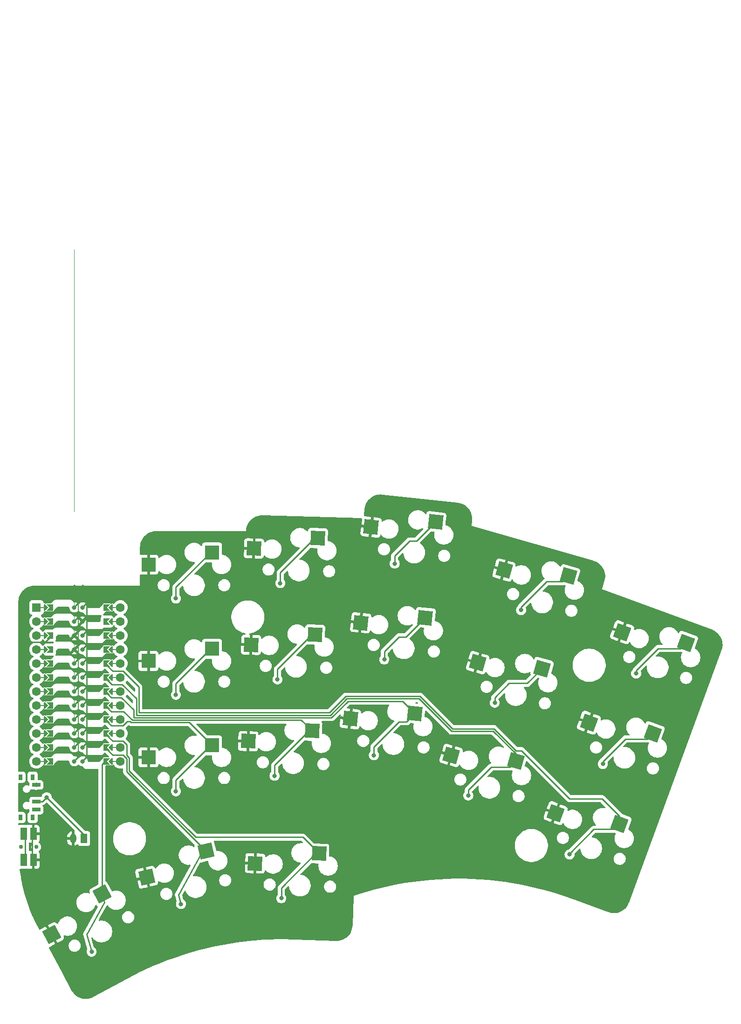
<source format=gbr>
%TF.GenerationSoftware,KiCad,Pcbnew,8.0.4*%
%TF.CreationDate,2024-07-27T19:19:30+05:00*%
%TF.ProjectId,BUBA_v1,42554241-5f76-4312-9e6b-696361645f70,v1.0.0*%
%TF.SameCoordinates,Original*%
%TF.FileFunction,Copper,L1,Top*%
%TF.FilePolarity,Positive*%
%FSLAX46Y46*%
G04 Gerber Fmt 4.6, Leading zero omitted, Abs format (unit mm)*
G04 Created by KiCad (PCBNEW 8.0.4) date 2024-07-27 19:19:30*
%MOMM*%
%LPD*%
G01*
G04 APERTURE LIST*
G04 Aperture macros list*
%AMRotRect*
0 Rectangle, with rotation*
0 The origin of the aperture is its center*
0 $1 length*
0 $2 width*
0 $3 Rotation angle, in degrees counterclockwise*
0 Add horizontal line*
21,1,$1,$2,0,0,$3*%
%AMFreePoly0*
4,1,6,0.600000,0.200000,0.000000,-0.400000,-0.600000,0.200000,-0.600000,0.400000,0.600000,0.400000,0.600000,0.200000,0.600000,0.200000,$1*%
%AMFreePoly1*
4,1,5,0.125000,-0.500000,-0.125000,-0.500000,-0.125000,0.500000,0.125000,0.500000,0.125000,-0.500000,0.125000,-0.500000,$1*%
%AMFreePoly2*
4,1,6,0.600000,-0.250000,-0.600000,-0.250000,-0.600000,1.000000,0.000000,0.400000,0.600000,1.000000,0.600000,-0.250000,0.600000,-0.250000,$1*%
%AMFreePoly3*
4,1,49,0.069446,4.167933,0.088388,4.152388,0.854389,3.386388,0.869934,3.367446,0.888598,3.322386,0.891000,3.298000,0.891000,0.766000,0.888598,0.741614,0.869934,0.696554,0.854389,0.677612,0.088388,-0.088388,0.069446,-0.103933,0.064963,-0.105789,0.062500,-0.108253,0.052631,-0.110897,0.024387,-0.122598,0.008964,-0.122598,0.000000,-0.125000,-0.008964,-0.122598,-0.024387,-0.122598,
-0.052631,-0.110897,-0.062500,-0.108253,-0.064963,-0.105789,-0.069446,-0.103933,-0.103933,-0.069446,-0.105789,-0.064963,-0.108253,-0.062500,-0.110897,-0.052631,-0.122598,-0.024387,-0.122598,-0.008964,-0.125000,0.000000,-0.122598,0.008964,-0.122598,0.024387,-0.110897,0.052631,-0.108253,0.062500,-0.105789,0.064963,-0.103933,0.069446,-0.088388,0.088388,0.641000,0.817776,0.641000,3.246223,
-0.088388,3.975612,-0.103933,3.994554,-0.122598,4.039613,-0.122598,4.088387,-0.103933,4.133446,-0.069446,4.167933,-0.024387,4.186598,0.024387,4.186598,0.069446,4.167933,0.069446,4.167933,$1*%
%AMFreePoly4*
4,1,50,0.069446,4.167933,0.088388,4.152388,0.850389,3.390388,0.865934,3.371446,0.884598,3.326386,0.887000,3.302000,0.887000,0.762000,0.884598,0.737614,0.884598,0.737613,0.865934,0.692554,0.850389,0.673612,0.088388,-0.088388,0.069446,-0.103933,0.064963,-0.105789,0.062500,-0.108253,0.052631,-0.110897,0.024387,-0.122598,0.008964,-0.122598,0.000000,-0.125000,-0.008964,-0.122598,
-0.024387,-0.122598,-0.052631,-0.110897,-0.062500,-0.108253,-0.064963,-0.105789,-0.069446,-0.103933,-0.103933,-0.069446,-0.105789,-0.064963,-0.108253,-0.062500,-0.110897,-0.052631,-0.122598,-0.024387,-0.122598,-0.008964,-0.125000,0.000000,-0.122598,0.008964,-0.122598,0.024387,-0.110897,0.052631,-0.108253,0.062500,-0.105789,0.064963,-0.103933,0.069446,-0.088388,0.088388,0.637000,0.813776,
0.637000,3.250223,-0.088388,3.975612,-0.103933,3.994554,-0.122598,4.039613,-0.122598,4.088387,-0.103933,4.133446,-0.069446,4.167933,-0.024387,4.186598,0.024387,4.186598,0.069446,4.167933,0.069446,4.167933,$1*%
G04 Aperture macros list end*
%TA.AperFunction,SMDPad,CuDef*%
%ADD10FreePoly0,270.000000*%
%TD*%
%TA.AperFunction,ComponentPad*%
%ADD11C,1.600000*%
%TD*%
%TA.AperFunction,SMDPad,CuDef*%
%ADD12FreePoly1,270.000000*%
%TD*%
%TA.AperFunction,SMDPad,CuDef*%
%ADD13FreePoly0,90.000000*%
%TD*%
%TA.AperFunction,SMDPad,CuDef*%
%ADD14FreePoly1,90.000000*%
%TD*%
%TA.AperFunction,ComponentPad*%
%ADD15R,1.600000X1.600000*%
%TD*%
%TA.AperFunction,SMDPad,CuDef*%
%ADD16FreePoly2,270.000000*%
%TD*%
%TA.AperFunction,SMDPad,CuDef*%
%ADD17FreePoly3,270.000000*%
%TD*%
%TA.AperFunction,ComponentPad*%
%ADD18C,0.800000*%
%TD*%
%TA.AperFunction,SMDPad,CuDef*%
%ADD19FreePoly4,90.000000*%
%TD*%
%TA.AperFunction,SMDPad,CuDef*%
%ADD20FreePoly2,90.000000*%
%TD*%
%TA.AperFunction,SMDPad,CuDef*%
%ADD21RotRect,2.600000X2.600000X344.100000*%
%TD*%
%TA.AperFunction,SMDPad,CuDef*%
%ADD22RotRect,2.600000X2.600000X358.300000*%
%TD*%
%TA.AperFunction,SMDPad,CuDef*%
%ADD23R,1.200000X2.250000*%
%TD*%
%TA.AperFunction,ComponentPad*%
%ADD24C,0.750000*%
%TD*%
%TA.AperFunction,SMDPad,CuDef*%
%ADD25RotRect,2.600000X2.600000X28.000000*%
%TD*%
%TA.AperFunction,SMDPad,CuDef*%
%ADD26R,2.600000X2.600000*%
%TD*%
%TA.AperFunction,SMDPad,CuDef*%
%ADD27RotRect,2.600000X2.600000X358.000000*%
%TD*%
%TA.AperFunction,SMDPad,CuDef*%
%ADD28R,0.800000X1.000000*%
%TD*%
%TA.AperFunction,SMDPad,CuDef*%
%ADD29R,1.500000X0.700000*%
%TD*%
%TA.AperFunction,SMDPad,CuDef*%
%ADD30RotRect,2.600000X2.600000X13.000000*%
%TD*%
%TA.AperFunction,SMDPad,CuDef*%
%ADD31RotRect,2.600000X2.600000X353.800000*%
%TD*%
%TA.AperFunction,SMDPad,CuDef*%
%ADD32RotRect,2.600000X2.600000X339.800000*%
%TD*%
%TA.AperFunction,ComponentPad*%
%ADD33R,1.200000X1.700000*%
%TD*%
%TA.AperFunction,ComponentPad*%
%ADD34O,1.200000X1.700000*%
%TD*%
%TA.AperFunction,Conductor*%
%ADD35C,0.250000*%
%TD*%
G04 APERTURE END LIST*
D10*
%TO.P,MCU1,*%
%TO.N,*%
X89223695Y-68463238D03*
D11*
X91001695Y-68463239D03*
D12*
X89731695Y-68463239D03*
D13*
X77539695Y-68463239D03*
D14*
X77031695Y-68463239D03*
D11*
X75761695Y-68463239D03*
D15*
X75761695Y-68463239D03*
D11*
X91001695Y-71003238D03*
X75761695Y-71003238D03*
D12*
X89731695Y-71003239D03*
D10*
X89223695Y-71003239D03*
D13*
X77539695Y-71003239D03*
D14*
X77031695Y-71003239D03*
D11*
X91001695Y-73543239D03*
D12*
X89731695Y-73543239D03*
D10*
X89223695Y-73543239D03*
D13*
X77539695Y-73543239D03*
D14*
X77031695Y-73543239D03*
D11*
X75761695Y-73543239D03*
D10*
X89223696Y-76083239D03*
D13*
X77539695Y-76083239D03*
D11*
X91001695Y-76083240D03*
D12*
X89731694Y-76083240D03*
D14*
X77031696Y-76083240D03*
D11*
X75761695Y-76083240D03*
X91001695Y-78623239D03*
D12*
X89731695Y-78623239D03*
D10*
X89223695Y-78623239D03*
D13*
X77539695Y-78623239D03*
D14*
X77031695Y-78623239D03*
D11*
X75761695Y-78623239D03*
X91001695Y-81163239D03*
D12*
X89731694Y-81163239D03*
D10*
X89223695Y-81163239D03*
D13*
X77539695Y-81163239D03*
D14*
X77031696Y-81163239D03*
D11*
X75761695Y-81163239D03*
X91001695Y-83703239D03*
D12*
X89731694Y-83703239D03*
D10*
X89223695Y-83703239D03*
D13*
X77539695Y-83703239D03*
D14*
X77031696Y-83703239D03*
D11*
X75761695Y-83703239D03*
X91001695Y-86243239D03*
D12*
X89731695Y-86243239D03*
D10*
X89223695Y-86243239D03*
D13*
X77539695Y-86243239D03*
D14*
X77031695Y-86243239D03*
D11*
X75761695Y-86243239D03*
X91001695Y-88783238D03*
D12*
X89731694Y-88783238D03*
D14*
X77031696Y-88783238D03*
D11*
X75761695Y-88783238D03*
D10*
X89223695Y-88783239D03*
D13*
X77539694Y-88783239D03*
D11*
X91001695Y-91323239D03*
D12*
X89731695Y-91323239D03*
D10*
X89223695Y-91323239D03*
D13*
X77539695Y-91323239D03*
D14*
X77031695Y-91323239D03*
D11*
X75761695Y-91323239D03*
D12*
X89731695Y-93863239D03*
D10*
X89223695Y-93863239D03*
D13*
X77539695Y-93863239D03*
D14*
X77031695Y-93863239D03*
D11*
X91001695Y-93863240D03*
X75761695Y-93863240D03*
X91001695Y-96403239D03*
D12*
X89731695Y-96403239D03*
D10*
X89223695Y-96403239D03*
D14*
X77031695Y-96403239D03*
D11*
X75761695Y-96403239D03*
D13*
X77539695Y-96403240D03*
D16*
%TO.P,MCU1,1*%
%TO.N,RAW*%
X88207695Y-68463238D03*
D17*
X84143696Y-68463239D03*
D18*
X84143696Y-68463239D03*
D16*
%TO.P,MCU1,2*%
%TO.N,GND*%
X88207695Y-71003239D03*
D17*
X84143695Y-71003239D03*
D18*
X84143695Y-71003239D03*
D16*
%TO.P,MCU1,3*%
%TO.N,RST*%
X88207695Y-73543239D03*
D17*
X84143695Y-73543239D03*
D18*
X84143695Y-73543239D03*
D16*
%TO.P,MCU1,4*%
%TO.N,VCC*%
X88207694Y-76083239D03*
D17*
X84143695Y-76083240D03*
D18*
X84143695Y-76083240D03*
D16*
%TO.P,MCU1,5*%
%TO.N,P21*%
X88207695Y-78623238D03*
D17*
X84143696Y-78623239D03*
D18*
X84143696Y-78623239D03*
D16*
%TO.P,MCU1,6*%
%TO.N,P20*%
X88207695Y-81163239D03*
D17*
X84143695Y-81163239D03*
D18*
X84143695Y-81163239D03*
D16*
%TO.P,MCU1,7*%
%TO.N,P19*%
X88207695Y-83703239D03*
D17*
X84143695Y-83703239D03*
D18*
X84143695Y-83703239D03*
D17*
%TO.P,MCU1,8*%
%TO.N,P18*%
X84143696Y-86243239D03*
D18*
X84143696Y-86243239D03*
D16*
X88207695Y-86243240D03*
D17*
%TO.P,MCU1,9*%
%TO.N,P15*%
X84143695Y-88783238D03*
D18*
X84143695Y-88783238D03*
D16*
X88207694Y-88783239D03*
%TO.P,MCU1,10*%
%TO.N,P14*%
X88207695Y-91323238D03*
D17*
X84143695Y-91323239D03*
D18*
X84143695Y-91323239D03*
D16*
%TO.P,MCU1,11*%
%TO.N,P16*%
X88207695Y-93863239D03*
D17*
X84143695Y-93863239D03*
D18*
X84143695Y-93863239D03*
D17*
%TO.P,MCU1,12*%
%TO.N,P10*%
X84143696Y-96403239D03*
D18*
X84143696Y-96403239D03*
D16*
X88207694Y-96403240D03*
D19*
%TO.P,MCU1,13*%
%TO.N,P9*%
X82619694Y-96403239D03*
D18*
X82619694Y-96403239D03*
D20*
X78555695Y-96403240D03*
D19*
%TO.P,MCU1,14*%
%TO.N,P8*%
X82619695Y-93863239D03*
D18*
X82619695Y-93863239D03*
D20*
X78555695Y-93863239D03*
D19*
%TO.P,MCU1,15*%
%TO.N,P7*%
X82619695Y-91323239D03*
D18*
X82619695Y-91323239D03*
D20*
X78555695Y-91323239D03*
D19*
%TO.P,MCU1,16*%
%TO.N,P6*%
X82619695Y-88783238D03*
D18*
X82619695Y-88783238D03*
D20*
X78555696Y-88783239D03*
D19*
%TO.P,MCU1,17*%
%TO.N,P5*%
X82619694Y-86243239D03*
D18*
X82619694Y-86243239D03*
D20*
X78555695Y-86243240D03*
D19*
%TO.P,MCU1,18*%
%TO.N,P4*%
X82619695Y-83703239D03*
D18*
X82619695Y-83703239D03*
D20*
X78555695Y-83703239D03*
D19*
%TO.P,MCU1,19*%
%TO.N,P3*%
X82619695Y-81163239D03*
D18*
X82619695Y-81163239D03*
D20*
X78555695Y-81163239D03*
%TO.P,MCU1,20*%
%TO.N,P2*%
X78555695Y-78623238D03*
D19*
X82619694Y-78623239D03*
D18*
X82619694Y-78623239D03*
D20*
%TO.P,MCU1,21*%
%TO.N,GND*%
X78555696Y-76083239D03*
D19*
X82619695Y-76083240D03*
D18*
X82619695Y-76083240D03*
D19*
%TO.P,MCU1,22*%
X82619695Y-73543239D03*
D18*
X82619695Y-73543239D03*
D20*
X78555695Y-73543240D03*
D19*
%TO.P,MCU1,23*%
%TO.N,P0*%
X82619695Y-71003239D03*
D18*
X82619695Y-71003239D03*
D20*
X78555695Y-71003239D03*
%TO.P,MCU1,24*%
%TO.N,P1*%
X78555696Y-68463238D03*
D19*
X82619694Y-68463239D03*
D18*
X82619694Y-68463239D03*
%TD*%
%TO.P,S11,*%
%TO.N,P8*%
X159000985Y-85776096D03*
D21*
%TO.P,S11,1*%
X167611992Y-79546838D03*
%TO.P,S11,2*%
%TO.N,GND*%
X155901170Y-78498440D03*
%TD*%
D18*
%TO.P,S5,*%
%TO.N,P6*%
X119531109Y-81541988D03*
D22*
%TO.P,S5,1*%
X126350927Y-73390720D03*
%TO.P,S5,2*%
%TO.N,GND*%
X114740745Y-75247107D03*
%TD*%
D18*
%TO.P,RST1,*%
%TO.N,GND*%
X75181694Y-109558243D03*
X75181694Y-109558243D03*
%TO.N,RST*%
X73481695Y-109558242D03*
X73481695Y-109558242D03*
D23*
%TO.P,RST1,1*%
X73481695Y-114308242D03*
X73481695Y-109558242D03*
%TO.P,RST1,2*%
%TO.N,GND*%
X75181694Y-114308241D03*
X75181694Y-109558243D03*
D24*
%TO.P,RST1,M1*%
%TO.N,N/C*%
X72956694Y-111933242D03*
X72956694Y-111933242D03*
X75706694Y-111933242D03*
X75706694Y-111933242D03*
%TD*%
D18*
%TO.P,S17,*%
%TO.N,P10*%
X85768656Y-130960645D03*
D25*
%TO.P,S17,1*%
X87653949Y-120501257D03*
%TO.P,S17,2*%
%TO.N,GND*%
X78488741Y-127866140D03*
%TD*%
D18*
%TO.P,S6,*%
%TO.N,P0*%
X120050265Y-64049691D03*
D22*
%TO.P,S6,1*%
X126870083Y-55898423D03*
%TO.P,S6,2*%
%TO.N,GND*%
X115259901Y-57754810D03*
%TD*%
D18*
%TO.P,S1,*%
%TO.N,P15*%
X101081697Y-101833241D03*
D26*
%TO.P,S1,1*%
X107656697Y-93483241D03*
%TO.P,S1,2*%
%TO.N,GND*%
X96106697Y-95683242D03*
%TD*%
D18*
%TO.P,S18,*%
%TO.N,P14*%
X120225598Y-121252497D03*
D27*
%TO.P,S18,1*%
X127088004Y-113137049D03*
%TO.P,S18,2*%
%TO.N,GND*%
X115468261Y-114932619D03*
%TD*%
D18*
%TO.P,S3,*%
%TO.N,P1*%
X101081694Y-66833241D03*
D26*
%TO.P,S3,1*%
X107656694Y-58483241D03*
%TO.P,S3,2*%
%TO.N,GND*%
X96106694Y-60683242D03*
%TD*%
D28*
%TO.P,,*%
%TO.N,*%
X75061697Y-99283242D03*
X72851697Y-99283242D03*
D18*
%TO.N,RAW*%
X75711697Y-100683242D03*
X75711697Y-100683242D03*
%TO.N,BAT*%
X77611697Y-102933242D03*
X77611697Y-102933242D03*
D28*
%TO.N,*%
X75061697Y-106583242D03*
X72851697Y-106583242D03*
D29*
%TO.P,,1*%
%TO.N,RAW*%
X75711697Y-100683242D03*
%TO.P,,2*%
%TO.N,BAT*%
X75711697Y-103683242D03*
%TO.P,,3*%
%TO.N,N/C*%
X75711697Y-105183242D03*
%TD*%
D18*
%TO.P,S16,*%
%TO.N,P16*%
X102006156Y-122314067D03*
D30*
%TO.P,S16,1*%
X106534299Y-112699024D03*
%TO.P,S16,2*%
%TO.N,GND*%
X95775216Y-117440823D03*
%TD*%
D18*
%TO.P,S7,*%
%TO.N,P19*%
X137052499Y-95301523D03*
D31*
%TO.P,S7,1*%
X144490836Y-87710457D03*
%TO.P,S7,2*%
%TO.N,GND*%
X132770794Y-88650197D03*
%TD*%
D18*
%TO.P,S13,*%
%TO.N,P21*%
X172609646Y-113303281D03*
D32*
%TO.P,S13,1*%
X181663478Y-107737200D03*
%TO.P,S13,2*%
%TO.N,GND*%
X170064227Y-105813690D03*
%TD*%
D18*
%TO.P,S8,*%
%TO.N,P7*%
X138942487Y-77903881D03*
D31*
%TO.P,S8,1*%
X146380824Y-70312815D03*
%TO.P,S8,2*%
%TO.N,GND*%
X134660782Y-71252555D03*
%TD*%
D33*
%TO.P,BAT1,1*%
%TO.N,BAT*%
X84381696Y-110433241D03*
D34*
%TO.P,BAT1,2*%
%TO.N,GND*%
X82381696Y-110433241D03*
%TD*%
D18*
%TO.P,S14,*%
%TO.N,P9*%
X178652363Y-96879656D03*
D32*
%TO.P,S14,1*%
X187706195Y-91313575D03*
%TO.P,S14,2*%
%TO.N,GND*%
X176106944Y-89390065D03*
%TD*%
D18*
%TO.P,S12,*%
%TO.N,P3*%
X163795270Y-68945622D03*
D21*
%TO.P,S12,1*%
X172406277Y-62716364D03*
%TO.P,S12,2*%
%TO.N,GND*%
X160695455Y-61667966D03*
%TD*%
D18*
%TO.P,S9,*%
%TO.N,P2*%
X140832473Y-60506242D03*
D31*
%TO.P,S9,1*%
X148270810Y-52915176D03*
%TO.P,S9,2*%
%TO.N,GND*%
X136550768Y-53854916D03*
%TD*%
D18*
%TO.P,S15,*%
%TO.N,P4*%
X184695082Y-80456027D03*
D32*
%TO.P,S15,1*%
X193748914Y-74889946D03*
%TO.P,S15,2*%
%TO.N,GND*%
X182149663Y-72966436D03*
%TD*%
D18*
%TO.P,S4,*%
%TO.N,P18*%
X119011947Y-99034285D03*
D22*
%TO.P,S4,1*%
X125831765Y-90883017D03*
%TO.P,S4,2*%
%TO.N,GND*%
X114221583Y-92739404D03*
%TD*%
D18*
%TO.P,S10,*%
%TO.N,P20*%
X154206697Y-102606565D03*
D21*
%TO.P,S10,1*%
X162817704Y-96377307D03*
%TO.P,S10,2*%
%TO.N,GND*%
X151106882Y-95328909D03*
%TD*%
D18*
%TO.P,S2,*%
%TO.N,P5*%
X101081696Y-84333242D03*
D26*
%TO.P,S2,1*%
X107656696Y-75983242D03*
%TO.P,S2,2*%
%TO.N,GND*%
X96106696Y-78183243D03*
%TD*%
D35*
%TO.N,GND*%
X77348935Y-74750000D02*
X73750000Y-74750000D01*
X78555695Y-73543240D02*
X77348935Y-74750000D01*
X77348935Y-74750000D02*
X76750000Y-74750000D01*
%TO.N,P15*%
X89332694Y-89908241D02*
X88207696Y-88783241D01*
X92203030Y-89172896D02*
X91467686Y-89908240D01*
X101081696Y-99778242D02*
X101081696Y-101833240D01*
X92946822Y-89360858D02*
X92758857Y-89172897D01*
X92758857Y-89172897D02*
X92203030Y-89172896D01*
X103534312Y-89360859D02*
X92946822Y-89360858D01*
X107656695Y-93483240D02*
X107376697Y-93483239D01*
X107376697Y-93483239D02*
X101081696Y-99778242D01*
X91467686Y-89908240D02*
X89332694Y-89908241D01*
X107656695Y-93483240D02*
X103534312Y-89360859D01*
%TO.N,GND*%
X75181694Y-109558241D02*
X74956694Y-109783242D01*
X74956695Y-114083240D02*
X75181693Y-114308241D01*
X75181694Y-109558241D02*
X75280601Y-109558241D01*
X74956694Y-109783242D02*
X74956695Y-114083240D01*
X78555695Y-73543242D02*
X78555695Y-73543240D01*
%TO.N,P5*%
X101081696Y-82278242D02*
X101081696Y-84333240D01*
X107376697Y-75983241D02*
X101081696Y-82278242D01*
X107656696Y-75983242D02*
X107376697Y-75983241D01*
%TO.N,P1*%
X101081695Y-64778241D02*
X101081694Y-66833242D01*
X107376695Y-58483242D02*
X101081695Y-64778241D01*
X107656693Y-58483243D02*
X107376695Y-58483242D01*
%TO.N,P18*%
X93133215Y-88910859D02*
X91590598Y-87368239D01*
X123859607Y-88910857D02*
X93133215Y-88910859D01*
X125276919Y-90883016D02*
X119011946Y-97147989D01*
X125831765Y-90883016D02*
X123859607Y-88910857D01*
X91590598Y-87368239D02*
X89332696Y-87368241D01*
X125831765Y-90883016D02*
X125276919Y-90883016D01*
X119011946Y-97147989D02*
X119011948Y-99034286D01*
X89332696Y-87368241D02*
X88207695Y-86243240D01*
%TO.N,P6*%
X119531107Y-79655692D02*
X119531110Y-81541987D01*
X125796079Y-73390719D02*
X119531107Y-79655692D01*
X126350927Y-73390719D02*
X125796079Y-73390719D01*
%TO.N,P0*%
X126870086Y-55898421D02*
X126315239Y-55898422D01*
X120050268Y-62163389D02*
X120050269Y-64049689D01*
X126315239Y-55898422D02*
X120050268Y-62163389D01*
%TO.N,P19*%
X142262135Y-85481762D02*
X132336388Y-85481760D01*
X129357292Y-88460859D02*
X93395253Y-88460857D01*
X93395253Y-88460857D02*
X93395256Y-87045809D01*
X89332696Y-84828242D02*
X88207694Y-83703240D01*
X132336388Y-85481760D02*
X129357292Y-88460859D01*
X93395256Y-87045809D02*
X91177687Y-84828240D01*
X144490834Y-87710460D02*
X142262135Y-85481762D01*
X91177687Y-84828240D02*
X89332696Y-84828242D01*
X137052496Y-93765651D02*
X137052497Y-95301525D01*
X142969533Y-89231762D02*
X141586389Y-89231763D01*
X141586389Y-89231763D02*
X137052496Y-93765651D01*
X144490834Y-87710460D02*
X142969533Y-89231762D01*
%TO.N,P7*%
X142908824Y-73784819D02*
X141616885Y-73784818D01*
X146380824Y-70312818D02*
X142908824Y-73784819D01*
X141616885Y-73784818D02*
X138942487Y-76459216D01*
X138942487Y-76459216D02*
X138942487Y-77903883D01*
%TO.N,P2*%
X140832475Y-59061573D02*
X140832474Y-60506242D01*
X148270812Y-52915178D02*
X144798813Y-56387177D01*
X144798813Y-56387177D02*
X143506870Y-56387179D01*
X143506870Y-56387179D02*
X140832475Y-59061573D01*
%TO.N,P20*%
X161765668Y-97429341D02*
X158388806Y-97429345D01*
X145254122Y-85031762D02*
X132149993Y-85031761D01*
X158388806Y-97429345D02*
X154206695Y-101611456D01*
X151145254Y-90922897D02*
X145254122Y-85031762D01*
X129170898Y-88010858D02*
X93895255Y-88010857D01*
X162817706Y-95025593D02*
X158715008Y-90922895D01*
X93895254Y-85005810D02*
X91312341Y-82422896D01*
X158715008Y-90922895D02*
X151145254Y-90922897D01*
X132149993Y-85031761D02*
X129170898Y-88010858D01*
X91312341Y-82422896D02*
X89467348Y-82422896D01*
X154206695Y-101611456D02*
X154206694Y-102606569D01*
X162817704Y-96377308D02*
X162817706Y-95025593D01*
X162817704Y-96377308D02*
X161765668Y-97429341D01*
X89467348Y-82422896D02*
X88207697Y-81163240D01*
X93895255Y-88010857D02*
X93895254Y-85005810D01*
%TO.N,P8*%
X161581055Y-82237096D02*
X159000981Y-84817168D01*
X164921730Y-82237098D02*
X161581055Y-82237096D01*
X159000981Y-84817168D02*
X159000981Y-85776097D01*
X167611990Y-79546837D02*
X164921730Y-82237098D01*
%TO.N,P3*%
X171354244Y-63768397D02*
X168444629Y-63768400D01*
X163795268Y-68417759D02*
X163795267Y-68945624D01*
X172406277Y-62716364D02*
X171354244Y-63768397D01*
X168444629Y-63768400D02*
X163795268Y-68417759D01*
%TO.N,P21*%
X158901405Y-90472897D02*
X151331650Y-90472897D01*
X178484373Y-103172894D02*
X172573439Y-103172897D01*
X180650852Y-108749829D02*
X177020945Y-108749827D01*
X151331650Y-90472897D02*
X145440517Y-84581762D01*
X181663475Y-106352000D02*
X178484373Y-103172894D01*
X181663478Y-107737201D02*
X181663475Y-106352000D01*
X89622697Y-80038241D02*
X88207696Y-78623241D01*
X94345254Y-87560859D02*
X94345255Y-82915808D01*
X91467687Y-80038241D02*
X89622697Y-80038241D01*
X172573439Y-103172897D02*
X163846443Y-94445896D01*
X172609645Y-113161128D02*
X172609645Y-113303282D01*
X177020945Y-108749827D02*
X172609645Y-113161128D01*
X128984502Y-87560859D02*
X94345254Y-87560859D01*
X131963597Y-84581763D02*
X128984502Y-87560859D01*
X163846443Y-94445896D02*
X162874403Y-94445896D01*
X94345255Y-82915808D02*
X91467687Y-80038241D01*
X181663478Y-107737201D02*
X180650852Y-108749829D01*
X162874403Y-94445896D02*
X158901405Y-90472897D01*
X145440517Y-84581762D02*
X131963597Y-84581763D01*
%TO.N,P9*%
X178652364Y-96415787D02*
X178652364Y-96879655D01*
X186693569Y-92326201D02*
X182741950Y-92326201D01*
X187706196Y-91313574D02*
X186693569Y-92326201D01*
X182741950Y-92326201D02*
X178652364Y-96415787D01*
%TO.N,P4*%
X193748916Y-74889946D02*
X192736289Y-75902572D01*
X192736289Y-75902572D02*
X188682853Y-75902571D01*
X184695084Y-79890342D02*
X184695082Y-80456028D01*
X188682853Y-75902571D02*
X184695084Y-79890342D01*
%TO.N,P16*%
X92145253Y-95955809D02*
X91467686Y-95278242D01*
X106534298Y-112699023D02*
X92145254Y-98309982D01*
X89622693Y-95278242D02*
X88207698Y-93863240D01*
X105797525Y-112910290D02*
X101521608Y-120624249D01*
X106534297Y-112699023D02*
X105797525Y-112910290D01*
X101521608Y-120624249D02*
X102006155Y-122314069D01*
X91467686Y-95278242D02*
X89622693Y-95278242D01*
X92145254Y-98309982D02*
X92145253Y-95955809D01*
%TO.N,P10*%
X87653949Y-96956989D02*
X88207697Y-96403240D01*
X88089326Y-122019602D02*
X84870143Y-127827161D01*
X87653949Y-120501257D02*
X88089326Y-122019602D01*
X84870143Y-127827161D02*
X85768657Y-130960646D01*
X87653950Y-120501257D02*
X87653949Y-96956989D01*
%TO.N,P14*%
X127088003Y-113137048D02*
X126484427Y-113137049D01*
X127088002Y-113137047D02*
X124123852Y-110172895D01*
X89622697Y-92738241D02*
X88207697Y-91323244D01*
X92595254Y-98123585D02*
X92595254Y-95769413D01*
X92595254Y-95769413D02*
X92126695Y-95300854D01*
X126484427Y-113137049D02*
X120225597Y-119395878D01*
X104644565Y-110172897D02*
X92595254Y-98123585D01*
X92126694Y-93397251D02*
X91467687Y-92738240D01*
X92126695Y-95300854D02*
X92126694Y-93397251D01*
X120225597Y-119395878D02*
X120225597Y-121252497D01*
X124123852Y-110172895D02*
X104644565Y-110172897D01*
X91467687Y-92738240D02*
X89622697Y-92738241D01*
%TO.N,RST*%
X73706695Y-109783240D02*
X73706696Y-114083243D01*
X73706696Y-114083243D02*
X73481693Y-114308242D01*
X73481693Y-109558240D02*
X73706695Y-109783240D01*
%TO.N,BAT*%
X84381696Y-109703240D02*
X77611697Y-102933242D01*
X76861696Y-103683240D02*
X77611696Y-102933244D01*
X75711697Y-103683241D02*
X76861696Y-103683240D01*
X84381695Y-110433242D02*
X84381696Y-109703240D01*
%TD*%
%TA.AperFunction,Conductor*%
%TO.N,GND*%
G36*
X81608896Y-68359424D02*
G01*
X81629538Y-68376058D01*
X81673903Y-68420423D01*
X81707388Y-68481746D01*
X81709543Y-68495142D01*
X81726152Y-68653167D01*
X81726153Y-68653170D01*
X81785164Y-68834788D01*
X81785167Y-68834795D01*
X81880654Y-69000183D01*
X81928273Y-69053069D01*
X82002541Y-69135553D01*
X82008441Y-69142105D01*
X82162942Y-69254357D01*
X82337406Y-69332033D01*
X82524207Y-69371739D01*
X82715181Y-69371739D01*
X82901982Y-69332033D01*
X83076446Y-69254357D01*
X83230947Y-69142105D01*
X83289545Y-69077024D01*
X83349031Y-69040376D01*
X83418888Y-69041706D01*
X83473845Y-69077025D01*
X83526543Y-69135553D01*
X83532443Y-69142105D01*
X83686944Y-69254357D01*
X83861408Y-69332033D01*
X84048209Y-69371739D01*
X84097859Y-69371739D01*
X84164898Y-69391424D01*
X84185540Y-69408058D01*
X84475774Y-69698293D01*
X84475783Y-69698301D01*
X84475790Y-69698308D01*
X84516678Y-69735037D01*
X84642374Y-69809618D01*
X84642377Y-69809619D01*
X84642380Y-69809621D01*
X84688292Y-69828639D01*
X84688325Y-69828652D01*
X84699485Y-69832589D01*
X84740161Y-69846939D01*
X84740161Y-69846940D01*
X84760961Y-69849930D01*
X84884832Y-69867740D01*
X84884835Y-69867740D01*
X84937349Y-69867740D01*
X84937393Y-69867739D01*
X87412417Y-69867739D01*
X87412445Y-69867740D01*
X87416832Y-69867740D01*
X87466546Y-69867740D01*
X87466560Y-69867740D01*
X87472061Y-69867445D01*
X87540056Y-69883505D01*
X87588577Y-69933779D01*
X87602216Y-70002305D01*
X87576641Y-70067326D01*
X87572422Y-70072468D01*
X87526132Y-70125890D01*
X87526131Y-70125891D01*
X87465475Y-70258706D01*
X87465474Y-70258710D01*
X87444695Y-70403240D01*
X87444695Y-70812608D01*
X87425010Y-70879647D01*
X87408376Y-70900289D01*
X87213745Y-71094920D01*
X87152422Y-71128405D01*
X87126064Y-71131239D01*
X85225326Y-71131239D01*
X85158287Y-71111554D01*
X85137645Y-71094920D01*
X85080017Y-71037292D01*
X85046532Y-70975969D01*
X85044377Y-70962572D01*
X85028875Y-70815084D01*
X84970416Y-70635166D01*
X84970413Y-70635159D01*
X84931948Y-70568536D01*
X84143695Y-71356792D01*
X83706656Y-71793828D01*
X83864050Y-71863904D01*
X84049101Y-71903239D01*
X84090064Y-71903239D01*
X84157103Y-71922924D01*
X84177745Y-71939558D01*
X84476128Y-72237941D01*
X84476160Y-72237972D01*
X84516992Y-72274648D01*
X84642557Y-72349152D01*
X84688512Y-72368189D01*
X84740300Y-72386459D01*
X84884832Y-72407239D01*
X84884834Y-72407240D01*
X84937348Y-72407240D01*
X84937392Y-72407239D01*
X87412416Y-72407239D01*
X87412444Y-72407240D01*
X87466561Y-72407240D01*
X87521398Y-72404300D01*
X87521401Y-72404299D01*
X87662885Y-72368185D01*
X87662893Y-72368182D01*
X87708805Y-72349164D01*
X87708825Y-72349155D01*
X87758360Y-72325456D01*
X87875240Y-72237961D01*
X87875250Y-72237952D01*
X87960644Y-72152558D01*
X88021967Y-72119073D01*
X88048326Y-72116239D01*
X89207694Y-72116239D01*
X89244288Y-72114931D01*
X89244300Y-72114930D01*
X89386970Y-72083894D01*
X89386971Y-72083893D01*
X89515119Y-72013920D01*
X89515126Y-72013914D01*
X89618370Y-71910670D01*
X89618376Y-71910663D01*
X89688348Y-71782517D01*
X89690134Y-71774310D01*
X89723618Y-71712986D01*
X89784941Y-71679500D01*
X89854633Y-71684484D01*
X89910567Y-71726354D01*
X89912848Y-71729503D01*
X89995497Y-71847538D01*
X90157395Y-72009436D01*
X90344946Y-72140761D01*
X90356561Y-72146177D01*
X90388040Y-72160856D01*
X90440480Y-72207028D01*
X90459632Y-72274221D01*
X90439417Y-72341102D01*
X90388042Y-72385619D01*
X90344951Y-72405713D01*
X90344947Y-72405715D01*
X90308054Y-72431548D01*
X90157395Y-72537041D01*
X90157393Y-72537042D01*
X90157390Y-72537045D01*
X89995501Y-72698934D01*
X89995498Y-72698937D01*
X89995497Y-72698939D01*
X89888417Y-72851864D01*
X89833842Y-72895488D01*
X89786844Y-72904739D01*
X89782927Y-72904739D01*
X89715888Y-72885054D01*
X89691848Y-72862349D01*
X89685707Y-72857888D01*
X89623696Y-72837739D01*
X89623695Y-72837739D01*
X89423695Y-72837739D01*
X89423690Y-72837739D01*
X89423671Y-72837740D01*
X89407192Y-72839037D01*
X89407189Y-72839038D01*
X89376827Y-72854508D01*
X89308157Y-72867403D01*
X89282216Y-72861953D01*
X89207696Y-72837739D01*
X89207695Y-72837739D01*
X87957695Y-72837739D01*
X87951560Y-72838710D01*
X87925096Y-72842902D01*
X87925092Y-72842904D01*
X87872344Y-72881227D01*
X87872343Y-72881228D01*
X87852195Y-72943237D01*
X87852195Y-72953405D01*
X87832510Y-73020444D01*
X87802507Y-73052671D01*
X87773793Y-73074166D01*
X87773778Y-73074179D01*
X87213539Y-73634420D01*
X87152216Y-73667905D01*
X87125858Y-73670739D01*
X85225532Y-73670739D01*
X85158493Y-73651054D01*
X85137851Y-73634420D01*
X85089485Y-73586054D01*
X85056000Y-73524731D01*
X85053846Y-73511346D01*
X85037237Y-73353311D01*
X84978222Y-73171683D01*
X84882735Y-73006295D01*
X84754948Y-72864373D01*
X84600447Y-72752121D01*
X84425983Y-72674445D01*
X84425981Y-72674444D01*
X84239182Y-72634739D01*
X84048208Y-72634739D01*
X83861409Y-72674444D01*
X83686941Y-72752122D01*
X83532440Y-72864374D01*
X83404653Y-73006296D01*
X83309169Y-73171680D01*
X83301214Y-73196161D01*
X83270966Y-73245520D01*
X82973248Y-73543239D01*
X83270965Y-73840956D01*
X83301214Y-73890317D01*
X83309167Y-73914794D01*
X83309168Y-73914796D01*
X83404653Y-74080181D01*
X83523370Y-74212029D01*
X83532442Y-74222105D01*
X83686943Y-74334357D01*
X83861407Y-74412033D01*
X84048208Y-74451739D01*
X84097858Y-74451739D01*
X84164897Y-74471424D01*
X84185539Y-74488058D01*
X84475773Y-74778293D01*
X84475779Y-74778298D01*
X84475789Y-74778308D01*
X84516677Y-74815037D01*
X84642373Y-74889618D01*
X84642376Y-74889619D01*
X84642379Y-74889621D01*
X84688291Y-74908639D01*
X84688324Y-74908652D01*
X84699484Y-74912589D01*
X84740160Y-74926939D01*
X84740160Y-74926940D01*
X84760960Y-74929930D01*
X84884831Y-74947740D01*
X84884834Y-74947740D01*
X84937348Y-74947740D01*
X84937392Y-74947739D01*
X87412416Y-74947739D01*
X87412444Y-74947740D01*
X87416831Y-74947740D01*
X87466561Y-74947740D01*
X87480283Y-74947004D01*
X87521457Y-74944797D01*
X87663074Y-74908649D01*
X87709017Y-74889618D01*
X87758596Y-74865897D01*
X87875601Y-74778308D01*
X88368851Y-74285058D01*
X88430174Y-74251573D01*
X88456532Y-74248739D01*
X89207692Y-74248739D01*
X89207695Y-74248739D01*
X89255591Y-74237240D01*
X89255594Y-74237236D01*
X89256991Y-74236455D01*
X89325101Y-74220870D01*
X89355905Y-74226712D01*
X89361683Y-74228589D01*
X89361684Y-74228590D01*
X89373265Y-74232353D01*
X89423690Y-74248738D01*
X89423693Y-74248738D01*
X89423695Y-74248739D01*
X89423696Y-74248739D01*
X89623694Y-74248739D01*
X89623695Y-74248739D01*
X89656296Y-74243575D01*
X89708812Y-74205419D01*
X89774618Y-74181941D01*
X89781696Y-74181739D01*
X89786844Y-74181739D01*
X89853883Y-74201424D01*
X89888416Y-74234612D01*
X89995497Y-74387539D01*
X90157395Y-74549437D01*
X90344946Y-74680762D01*
X90381603Y-74697855D01*
X90388040Y-74700857D01*
X90440480Y-74747029D01*
X90459632Y-74814222D01*
X90439417Y-74881103D01*
X90388042Y-74925620D01*
X90344951Y-74945714D01*
X90344947Y-74945716D01*
X90309925Y-74970239D01*
X90157395Y-75077042D01*
X90157393Y-75077043D01*
X90157390Y-75077046D01*
X89995501Y-75238935D01*
X89995498Y-75238938D01*
X89995497Y-75238940D01*
X89888417Y-75391865D01*
X89833842Y-75435489D01*
X89786844Y-75444740D01*
X89782928Y-75444740D01*
X89715889Y-75425055D01*
X89691845Y-75402347D01*
X89685706Y-75397887D01*
X89623697Y-75377739D01*
X89623696Y-75377739D01*
X89423696Y-75377739D01*
X89423691Y-75377739D01*
X89423672Y-75377740D01*
X89407193Y-75379037D01*
X89407190Y-75379038D01*
X89376828Y-75394508D01*
X89308158Y-75407403D01*
X89282218Y-75401953D01*
X89207697Y-75377739D01*
X89207694Y-75377739D01*
X87957694Y-75377739D01*
X87951559Y-75378710D01*
X87925095Y-75382902D01*
X87925091Y-75382904D01*
X87872343Y-75421227D01*
X87872342Y-75421228D01*
X87852194Y-75483237D01*
X87852194Y-75493407D01*
X87832509Y-75560446D01*
X87802506Y-75592673D01*
X87773793Y-75614167D01*
X87773778Y-75614180D01*
X87213539Y-76174421D01*
X87152216Y-76207906D01*
X87125858Y-76210740D01*
X85225532Y-76210740D01*
X85158493Y-76191055D01*
X85137851Y-76174421D01*
X85089485Y-76126055D01*
X85056000Y-76064732D01*
X85053846Y-76051347D01*
X85037237Y-75893312D01*
X84978222Y-75711684D01*
X84882735Y-75546296D01*
X84754948Y-75404374D01*
X84600447Y-75292122D01*
X84425983Y-75214446D01*
X84425981Y-75214445D01*
X84239182Y-75174740D01*
X84048208Y-75174740D01*
X83861409Y-75214445D01*
X83686941Y-75292123D01*
X83532440Y-75404375D01*
X83404653Y-75546297D01*
X83309169Y-75711681D01*
X83301214Y-75736162D01*
X83270966Y-75785521D01*
X82973248Y-76083240D01*
X83270965Y-76380957D01*
X83301214Y-76430318D01*
X83309167Y-76454795D01*
X83309168Y-76454797D01*
X83404653Y-76620182D01*
X83517420Y-76745422D01*
X83532442Y-76762106D01*
X83686943Y-76874358D01*
X83861407Y-76952034D01*
X84048208Y-76991740D01*
X84097858Y-76991740D01*
X84164897Y-77011425D01*
X84185539Y-77028059D01*
X84475773Y-77318294D01*
X84475779Y-77318299D01*
X84475789Y-77318309D01*
X84516677Y-77355038D01*
X84642373Y-77429619D01*
X84642376Y-77429620D01*
X84642379Y-77429622D01*
X84688291Y-77448640D01*
X84688324Y-77448653D01*
X84699484Y-77452590D01*
X84740160Y-77466940D01*
X84740160Y-77466941D01*
X84760960Y-77469931D01*
X84884831Y-77487741D01*
X84884834Y-77487741D01*
X84937348Y-77487741D01*
X84937392Y-77487740D01*
X87412416Y-77487740D01*
X87412444Y-77487741D01*
X87416831Y-77487741D01*
X87466561Y-77487741D01*
X87480283Y-77487005D01*
X87521457Y-77484798D01*
X87663074Y-77448650D01*
X87709017Y-77429619D01*
X87758596Y-77405898D01*
X87875601Y-77318309D01*
X88368852Y-76825058D01*
X88430175Y-76791573D01*
X88456533Y-76788739D01*
X89207691Y-76788739D01*
X89207694Y-76788739D01*
X89255590Y-76777240D01*
X89255591Y-76777239D01*
X89256994Y-76776454D01*
X89325104Y-76760870D01*
X89355905Y-76766712D01*
X89423691Y-76788738D01*
X89423694Y-76788738D01*
X89423696Y-76788739D01*
X89423697Y-76788739D01*
X89623695Y-76788739D01*
X89623696Y-76788739D01*
X89656297Y-76783575D01*
X89708810Y-76745421D01*
X89774616Y-76721942D01*
X89781695Y-76721740D01*
X89786844Y-76721740D01*
X89853883Y-76741425D01*
X89888416Y-76774613D01*
X89995497Y-76927540D01*
X90157395Y-77089438D01*
X90344946Y-77220763D01*
X90355493Y-77225681D01*
X90388038Y-77240857D01*
X90440478Y-77287029D01*
X90459630Y-77354222D01*
X90439415Y-77421103D01*
X90388040Y-77465621D01*
X90344944Y-77485717D01*
X90280745Y-77530670D01*
X90157395Y-77617041D01*
X90157393Y-77617042D01*
X90157390Y-77617045D01*
X89995501Y-77778934D01*
X89995498Y-77778937D01*
X89995497Y-77778939D01*
X89888417Y-77931864D01*
X89833842Y-77975488D01*
X89786844Y-77984739D01*
X89782927Y-77984739D01*
X89715888Y-77965054D01*
X89691848Y-77942349D01*
X89685707Y-77937888D01*
X89623696Y-77917739D01*
X89623695Y-77917739D01*
X89423695Y-77917739D01*
X89423690Y-77917739D01*
X89423671Y-77917740D01*
X89407192Y-77919037D01*
X89407190Y-77919038D01*
X89376829Y-77934507D01*
X89308159Y-77947402D01*
X89282219Y-77941952D01*
X89207698Y-77917738D01*
X89207695Y-77917738D01*
X87957695Y-77917738D01*
X87951560Y-77918709D01*
X87925096Y-77922901D01*
X87925092Y-77922903D01*
X87872344Y-77961226D01*
X87872343Y-77961227D01*
X87852195Y-78023236D01*
X87852195Y-78032857D01*
X87832510Y-78099896D01*
X87806859Y-78128711D01*
X87799242Y-78134962D01*
X87794891Y-78138373D01*
X87773800Y-78154162D01*
X87773782Y-78154177D01*
X87213540Y-78714420D01*
X87152217Y-78747905D01*
X87125859Y-78750739D01*
X85225533Y-78750739D01*
X85158494Y-78731054D01*
X85137852Y-78714420D01*
X85089486Y-78666054D01*
X85056001Y-78604731D01*
X85053847Y-78591346D01*
X85037238Y-78433311D01*
X84978223Y-78251683D01*
X84882736Y-78086295D01*
X84754949Y-77944373D01*
X84600448Y-77832121D01*
X84425984Y-77754445D01*
X84425982Y-77754444D01*
X84239183Y-77714739D01*
X84048209Y-77714739D01*
X83861410Y-77754444D01*
X83806393Y-77778939D01*
X83708976Y-77822312D01*
X83686942Y-77832122D01*
X83532443Y-77944372D01*
X83473845Y-78009453D01*
X83414358Y-78046101D01*
X83344501Y-78044770D01*
X83289545Y-78009453D01*
X83267292Y-77984739D01*
X83230947Y-77944373D01*
X83228436Y-77942549D01*
X83118384Y-77862591D01*
X83076446Y-77832121D01*
X82901982Y-77754445D01*
X82901980Y-77754444D01*
X82715181Y-77714739D01*
X82665531Y-77714739D01*
X82598492Y-77695054D01*
X82577850Y-77678420D01*
X82291616Y-77392185D01*
X82291613Y-77392182D01*
X82290770Y-77391425D01*
X82250705Y-77355435D01*
X82125007Y-77280856D01*
X82079064Y-77261826D01*
X82079050Y-77261821D01*
X82079042Y-77261818D01*
X82027228Y-77243538D01*
X81882558Y-77222739D01*
X79292830Y-77222739D01*
X79287872Y-77223004D01*
X79219878Y-77206934D01*
X79171364Y-77156653D01*
X79157736Y-77088125D01*
X79183320Y-77023108D01*
X79187529Y-77017979D01*
X79237258Y-76960587D01*
X79237259Y-76960586D01*
X79276881Y-76873829D01*
X82182656Y-76873829D01*
X82340050Y-76943905D01*
X82525101Y-76983240D01*
X82714289Y-76983240D01*
X82899341Y-76943905D01*
X82899346Y-76943903D01*
X83056731Y-76873830D01*
X83056732Y-76873829D01*
X82619696Y-76436793D01*
X82619695Y-76436793D01*
X82182656Y-76873829D01*
X79276881Y-76873829D01*
X79297915Y-76827771D01*
X79297916Y-76827767D01*
X79318695Y-76683237D01*
X79318696Y-76683236D01*
X79318696Y-76273870D01*
X79338381Y-76206831D01*
X79355015Y-76186189D01*
X79545645Y-75995559D01*
X79606968Y-75962074D01*
X79633326Y-75959240D01*
X81542064Y-75959240D01*
X81609103Y-75978925D01*
X81629745Y-75995559D01*
X81683372Y-76049186D01*
X81716857Y-76110509D01*
X81719012Y-76123905D01*
X81734514Y-76271394D01*
X81792973Y-76451312D01*
X81792976Y-76451319D01*
X81831440Y-76517940D01*
X81831441Y-76517941D01*
X82305924Y-76043458D01*
X82419695Y-76043458D01*
X82419695Y-76123022D01*
X82450143Y-76196531D01*
X82506404Y-76252792D01*
X82579913Y-76283240D01*
X82659477Y-76283240D01*
X82732986Y-76252792D01*
X82789247Y-76196531D01*
X82819695Y-76123022D01*
X82819695Y-76043458D01*
X82789247Y-75969949D01*
X82732986Y-75913688D01*
X82659477Y-75883240D01*
X82579913Y-75883240D01*
X82506404Y-75913688D01*
X82450143Y-75969949D01*
X82419695Y-76043458D01*
X82305924Y-76043458D01*
X83056732Y-75292649D01*
X82899339Y-75222574D01*
X82714289Y-75183240D01*
X82673326Y-75183240D01*
X82606287Y-75163555D01*
X82585645Y-75146921D01*
X82291261Y-74852537D01*
X82291229Y-74852507D01*
X82250395Y-74815829D01*
X82250389Y-74815824D01*
X82124815Y-74741318D01*
X82078910Y-74722303D01*
X82078903Y-74722300D01*
X82027084Y-74704019D01*
X81882557Y-74683240D01*
X79292831Y-74683240D01*
X79287410Y-74683530D01*
X79219415Y-74667455D01*
X79170904Y-74617170D01*
X79157281Y-74548642D01*
X79182869Y-74483626D01*
X79187074Y-74478503D01*
X79237257Y-74420589D01*
X79237258Y-74420587D01*
X79276880Y-74333828D01*
X82182656Y-74333828D01*
X82340050Y-74403904D01*
X82525101Y-74443239D01*
X82714289Y-74443239D01*
X82899341Y-74403904D01*
X82899346Y-74403902D01*
X83056731Y-74333829D01*
X83056732Y-74333828D01*
X82619696Y-73896792D01*
X82619695Y-73896792D01*
X82182656Y-74333828D01*
X79276880Y-74333828D01*
X79297914Y-74287772D01*
X79297915Y-74287768D01*
X79318694Y-74143238D01*
X79318695Y-74143237D01*
X79318695Y-73733870D01*
X79338380Y-73666831D01*
X79355014Y-73646189D01*
X79545645Y-73455558D01*
X79606968Y-73422073D01*
X79633326Y-73419239D01*
X81542064Y-73419239D01*
X81609103Y-73438924D01*
X81629745Y-73455558D01*
X81683372Y-73509185D01*
X81716857Y-73570508D01*
X81719012Y-73583904D01*
X81734514Y-73731393D01*
X81792973Y-73911311D01*
X81792976Y-73911318D01*
X81831440Y-73977939D01*
X81831441Y-73977940D01*
X82305924Y-73503457D01*
X82419695Y-73503457D01*
X82419695Y-73583021D01*
X82450143Y-73656530D01*
X82506404Y-73712791D01*
X82579913Y-73743239D01*
X82659477Y-73743239D01*
X82732986Y-73712791D01*
X82789247Y-73656530D01*
X82819695Y-73583021D01*
X82819695Y-73503457D01*
X82789247Y-73429948D01*
X82732986Y-73373687D01*
X82659477Y-73343239D01*
X82579913Y-73343239D01*
X82506404Y-73373687D01*
X82450143Y-73429948D01*
X82419695Y-73503457D01*
X82305924Y-73503457D01*
X83056732Y-72752648D01*
X82899339Y-72682573D01*
X82714289Y-72643239D01*
X82673326Y-72643239D01*
X82606287Y-72623554D01*
X82585645Y-72606920D01*
X82291261Y-72312536D01*
X82291229Y-72312506D01*
X82250395Y-72275828D01*
X82250389Y-72275823D01*
X82124815Y-72201317D01*
X82078910Y-72182302D01*
X82078903Y-72182299D01*
X82027084Y-72164018D01*
X81882557Y-72143239D01*
X79292829Y-72143239D01*
X79237996Y-72146177D01*
X79237992Y-72146178D01*
X79096520Y-72182286D01*
X79096508Y-72182290D01*
X79050584Y-72201312D01*
X79050580Y-72201314D01*
X79001031Y-72225020D01*
X78884149Y-72312516D01*
X78884139Y-72312525D01*
X78802745Y-72393921D01*
X78741422Y-72427406D01*
X78715063Y-72430240D01*
X77555696Y-72430240D01*
X77519101Y-72431547D01*
X77519089Y-72431548D01*
X77376419Y-72462584D01*
X77376418Y-72462585D01*
X77248270Y-72532558D01*
X77248263Y-72532564D01*
X77145019Y-72635808D01*
X77145013Y-72635815D01*
X77075040Y-72763962D01*
X77073255Y-72772171D01*
X77039768Y-72833493D01*
X76978445Y-72866977D01*
X76908753Y-72861991D01*
X76852820Y-72820118D01*
X76850515Y-72816934D01*
X76783392Y-72721074D01*
X76767893Y-72698939D01*
X76605995Y-72537041D01*
X76453468Y-72430240D01*
X76418443Y-72405715D01*
X76375348Y-72385620D01*
X76322909Y-72339447D01*
X76303757Y-72272254D01*
X76323973Y-72205373D01*
X76375347Y-72160857D01*
X76418444Y-72140761D01*
X76605995Y-72009436D01*
X76767893Y-71847538D01*
X76825584Y-71765146D01*
X76874972Y-71694615D01*
X76929549Y-71650990D01*
X76976546Y-71641739D01*
X76980463Y-71641739D01*
X77047502Y-71661424D01*
X77071541Y-71684128D01*
X77077682Y-71688589D01*
X77077683Y-71688589D01*
X77077684Y-71688590D01*
X77139695Y-71708739D01*
X77139696Y-71708739D01*
X77339689Y-71708739D01*
X77339695Y-71708739D01*
X77356199Y-71707440D01*
X77386562Y-71691969D01*
X77455228Y-71679074D01*
X77481174Y-71684525D01*
X77555690Y-71708738D01*
X77555693Y-71708738D01*
X77555695Y-71708739D01*
X77555696Y-71708739D01*
X78805694Y-71708739D01*
X78805695Y-71708739D01*
X78838296Y-71703575D01*
X78891046Y-71665250D01*
X78911195Y-71603239D01*
X78911195Y-71593071D01*
X78930880Y-71526032D01*
X78960883Y-71493805D01*
X78989601Y-71472308D01*
X79545851Y-70916058D01*
X79607174Y-70882573D01*
X79633532Y-70879739D01*
X81541858Y-70879739D01*
X81608897Y-70899424D01*
X81629539Y-70916058D01*
X81673904Y-70960423D01*
X81707389Y-71021746D01*
X81709544Y-71035142D01*
X81709770Y-71037292D01*
X81726153Y-71193167D01*
X81726154Y-71193170D01*
X81785165Y-71374788D01*
X81785167Y-71374793D01*
X81785168Y-71374795D01*
X81880655Y-71540183D01*
X82008442Y-71682105D01*
X82162943Y-71794357D01*
X82337407Y-71872033D01*
X82524208Y-71911739D01*
X82715182Y-71911739D01*
X82901983Y-71872033D01*
X83076447Y-71794357D01*
X83230948Y-71682105D01*
X83358735Y-71540183D01*
X83454222Y-71374795D01*
X83462174Y-71350319D01*
X83492424Y-71300954D01*
X83790141Y-71003238D01*
X83750360Y-70963457D01*
X83943695Y-70963457D01*
X83943695Y-71043021D01*
X83974143Y-71116530D01*
X84030404Y-71172791D01*
X84103913Y-71203239D01*
X84183477Y-71203239D01*
X84256986Y-71172791D01*
X84313247Y-71116530D01*
X84343695Y-71043021D01*
X84343695Y-70963457D01*
X84313247Y-70889948D01*
X84256986Y-70833687D01*
X84183477Y-70803239D01*
X84103913Y-70803239D01*
X84030404Y-70833687D01*
X83974143Y-70889948D01*
X83943695Y-70963457D01*
X83750360Y-70963457D01*
X83492424Y-70705521D01*
X83462174Y-70656158D01*
X83454222Y-70631683D01*
X83358735Y-70466295D01*
X83230948Y-70324373D01*
X83077172Y-70212648D01*
X83706656Y-70212648D01*
X84143695Y-70649686D01*
X84143696Y-70649686D01*
X84580732Y-70212648D01*
X84423339Y-70142573D01*
X84238289Y-70103239D01*
X84049101Y-70103239D01*
X83864050Y-70142573D01*
X83706656Y-70212648D01*
X83077172Y-70212648D01*
X83076447Y-70212121D01*
X82901983Y-70134445D01*
X82901981Y-70134444D01*
X82715182Y-70094739D01*
X82665532Y-70094739D01*
X82598493Y-70075054D01*
X82577851Y-70058420D01*
X82291617Y-69772185D01*
X82291614Y-69772182D01*
X82288993Y-69769828D01*
X82250706Y-69735435D01*
X82125008Y-69660856D01*
X82124998Y-69660852D01*
X82111549Y-69655281D01*
X82079065Y-69641826D01*
X82079051Y-69641821D01*
X82079043Y-69641818D01*
X82027229Y-69623538D01*
X81882559Y-69602739D01*
X79292831Y-69602739D01*
X79292829Y-69602739D01*
X79237942Y-69605680D01*
X79237938Y-69605681D01*
X79096329Y-69641824D01*
X79096317Y-69641828D01*
X79050393Y-69660850D01*
X79050389Y-69660852D01*
X79000795Y-69684579D01*
X78883790Y-69772169D01*
X78883778Y-69772179D01*
X78394539Y-70261420D01*
X78333216Y-70294905D01*
X78306858Y-70297739D01*
X77555693Y-70297739D01*
X77507795Y-70309239D01*
X77506390Y-70310026D01*
X77438279Y-70325606D01*
X77407485Y-70319766D01*
X77401706Y-70317888D01*
X77355585Y-70302902D01*
X77339696Y-70297739D01*
X77339695Y-70297739D01*
X77139695Y-70297739D01*
X77133560Y-70298710D01*
X77107096Y-70302902D01*
X77107095Y-70302902D01*
X77098373Y-70309239D01*
X77054577Y-70341058D01*
X76988772Y-70364537D01*
X76981694Y-70364739D01*
X76976547Y-70364739D01*
X76909508Y-70345054D01*
X76874973Y-70311864D01*
X76767893Y-70158938D01*
X76605995Y-69997040D01*
X76598324Y-69991669D01*
X76554702Y-69937094D01*
X76547510Y-69867596D01*
X76579032Y-69805241D01*
X76639262Y-69769828D01*
X76656184Y-69766809D01*
X76670896Y-69765228D01*
X76807899Y-69714128D01*
X76924956Y-69626500D01*
X77012584Y-69509443D01*
X77063684Y-69372440D01*
X77068028Y-69332033D01*
X77070194Y-69311893D01*
X77070195Y-69311876D01*
X77070195Y-69292739D01*
X77089880Y-69225700D01*
X77142684Y-69179945D01*
X77194195Y-69168739D01*
X77339689Y-69168739D01*
X77339695Y-69168739D01*
X77356199Y-69167440D01*
X77386561Y-69151970D01*
X77455230Y-69139074D01*
X77481174Y-69144524D01*
X77493685Y-69148589D01*
X77555696Y-69168738D01*
X77555697Y-69168738D01*
X78805695Y-69168738D01*
X78805696Y-69168738D01*
X78838297Y-69163574D01*
X78891047Y-69125249D01*
X78911196Y-69063238D01*
X78911196Y-69053069D01*
X78930881Y-68986030D01*
X78960883Y-68953804D01*
X78989600Y-68932308D01*
X79545850Y-68376058D01*
X79607173Y-68342573D01*
X79633531Y-68339739D01*
X81541857Y-68339739D01*
X81608896Y-68359424D01*
G37*
%TD.AperFunction*%
%TA.AperFunction,Conductor*%
G36*
X77039146Y-74247103D02*
G01*
X77073268Y-74302587D01*
X77089052Y-74356344D01*
X77167994Y-74479182D01*
X77278345Y-74574802D01*
X77278347Y-74574803D01*
X77411162Y-74635459D01*
X77411166Y-74635460D01*
X77555696Y-74656239D01*
X77555698Y-74656240D01*
X78781063Y-74656240D01*
X78848102Y-74675925D01*
X78893857Y-74728729D01*
X78903801Y-74797887D01*
X78874776Y-74861443D01*
X78868745Y-74867921D01*
X78802747Y-74933920D01*
X78741424Y-74967405D01*
X78715065Y-74970239D01*
X77555697Y-74970239D01*
X77519102Y-74971546D01*
X77519090Y-74971547D01*
X77376420Y-75002583D01*
X77376419Y-75002584D01*
X77248271Y-75072557D01*
X77248264Y-75072563D01*
X77145020Y-75175807D01*
X77145014Y-75175814D01*
X77075041Y-75303962D01*
X77075040Y-75303964D01*
X77073254Y-75312175D01*
X77039767Y-75373497D01*
X76978442Y-75406979D01*
X76908751Y-75401992D01*
X76852819Y-75360118D01*
X76850541Y-75356974D01*
X76767893Y-75238940D01*
X76605995Y-75077042D01*
X76431299Y-74954718D01*
X76418443Y-74945716D01*
X76375348Y-74925621D01*
X76322909Y-74879448D01*
X76303757Y-74812255D01*
X76323973Y-74745374D01*
X76375347Y-74700858D01*
X76418444Y-74680762D01*
X76605995Y-74549437D01*
X76767893Y-74387539D01*
X76852718Y-74266396D01*
X76907293Y-74222774D01*
X76976792Y-74215581D01*
X77039146Y-74247103D01*
G37*
%TD.AperFunction*%
%TA.AperFunction,Conductor*%
G36*
X138570211Y-47964252D02*
G01*
X138577087Y-47964805D01*
X138598157Y-47967095D01*
X138598157Y-47967094D01*
X138636714Y-47971285D01*
X138636809Y-47971291D01*
X152247596Y-49449896D01*
X152247606Y-49449899D01*
X152289605Y-49454460D01*
X152296494Y-49455404D01*
X152348942Y-49464099D01*
X152609723Y-49507331D01*
X152623293Y-49510370D01*
X152925413Y-49596098D01*
X152938539Y-49600632D01*
X153229172Y-49719651D01*
X153241706Y-49725626D01*
X153517164Y-49876429D01*
X153528968Y-49883780D01*
X153785813Y-50064479D01*
X153796710Y-50073098D01*
X154031711Y-50281423D01*
X154041576Y-50291210D01*
X154251768Y-50524529D01*
X154260474Y-50535357D01*
X154443234Y-50790765D01*
X154450664Y-50802487D01*
X154472114Y-50840933D01*
X154603668Y-51076734D01*
X154609752Y-51089238D01*
X154731085Y-51378887D01*
X154735730Y-51391994D01*
X154743676Y-51419166D01*
X154823871Y-51693413D01*
X154827016Y-51706947D01*
X154839515Y-51778774D01*
X154880852Y-52016333D01*
X154882464Y-52030146D01*
X154901319Y-52343605D01*
X154901375Y-52357511D01*
X154884876Y-52673752D01*
X154884319Y-52680684D01*
X154881953Y-52702461D01*
X154785988Y-53585843D01*
X154782611Y-53603138D01*
X154781964Y-53611089D01*
X154782666Y-53619029D01*
X154785505Y-53633049D01*
X154787945Y-53640626D01*
X154791643Y-53647714D01*
X154799614Y-53659554D01*
X154804785Y-53665641D01*
X154810903Y-53670765D01*
X154822798Y-53678652D01*
X154824089Y-53679314D01*
X154824093Y-53679317D01*
X154824097Y-53679318D01*
X154829912Y-53682300D01*
X154837523Y-53684692D01*
X154854809Y-53688066D01*
X176586748Y-59878572D01*
X176941009Y-59979486D01*
X176941012Y-59979487D01*
X176944846Y-59980579D01*
X176950693Y-59982245D01*
X176957295Y-59984327D01*
X177257343Y-60088318D01*
X177270182Y-60093591D01*
X177553530Y-60229007D01*
X177565715Y-60235694D01*
X177581912Y-60245804D01*
X177832105Y-60401974D01*
X177843469Y-60409987D01*
X178089572Y-60605050D01*
X178099962Y-60614279D01*
X178322673Y-60835666D01*
X178331968Y-60846005D01*
X178511033Y-61069178D01*
X178528493Y-61090938D01*
X178536562Y-61102238D01*
X178704442Y-61367655D01*
X178711198Y-61379794D01*
X178848292Y-61662314D01*
X178853652Y-61675145D01*
X178958255Y-61971244D01*
X178962144Y-61984595D01*
X179032934Y-62290533D01*
X179035304Y-62304234D01*
X179071396Y-62616180D01*
X179072217Y-62630061D01*
X179073156Y-62944081D01*
X179072418Y-62957967D01*
X179038192Y-63270120D01*
X179035904Y-63283836D01*
X178965984Y-63594458D01*
X178964267Y-63601198D01*
X178541870Y-65084048D01*
X178538989Y-65092888D01*
X178536388Y-65099956D01*
X178536381Y-65100005D01*
X178535767Y-65102790D01*
X178535709Y-65105642D01*
X178535705Y-65105685D01*
X178536572Y-65113179D01*
X178537293Y-65122447D01*
X178537595Y-65129971D01*
X178537608Y-65130024D01*
X178538105Y-65132821D01*
X178539141Y-65135474D01*
X178539157Y-65135524D01*
X178542824Y-65142113D01*
X178547035Y-65150396D01*
X178550194Y-65157232D01*
X178550213Y-65157258D01*
X178551759Y-65159678D01*
X178553749Y-65161751D01*
X178553766Y-65161771D01*
X178559662Y-65166444D01*
X178566732Y-65172493D01*
X178572266Y-65177600D01*
X178572276Y-65177606D01*
X178574632Y-65179251D01*
X178574662Y-65179268D01*
X178577301Y-65180425D01*
X178577303Y-65180425D01*
X178577305Y-65180427D01*
X178584547Y-65182490D01*
X178593374Y-65185366D01*
X198485541Y-72504258D01*
X198491957Y-72506825D01*
X198783386Y-72633022D01*
X198795800Y-72639247D01*
X199053172Y-72786898D01*
X199068189Y-72795513D01*
X199079843Y-72803097D01*
X199267263Y-72940626D01*
X199333024Y-72988881D01*
X199343756Y-72997723D01*
X199353046Y-73006295D01*
X199574545Y-73210687D01*
X199584211Y-73220665D01*
X199774433Y-73440481D01*
X199789713Y-73458138D01*
X199798205Y-73469143D01*
X199847817Y-73541483D01*
X199975813Y-73728115D01*
X199983023Y-73740006D01*
X200130526Y-74017248D01*
X200136359Y-74029871D01*
X200251890Y-74321879D01*
X200256272Y-74335075D01*
X200338381Y-74638175D01*
X200341259Y-74651780D01*
X200388917Y-74962177D01*
X200390253Y-74976018D01*
X200402857Y-75289794D01*
X200402635Y-75303698D01*
X200380028Y-75616911D01*
X200378251Y-75630702D01*
X200320718Y-75939416D01*
X200317408Y-75952923D01*
X200224795Y-76256116D01*
X200222577Y-76262708D01*
X183386180Y-122022699D01*
X183386178Y-122022705D01*
X183374260Y-122055095D01*
X183371677Y-122061551D01*
X183245496Y-122352932D01*
X183239263Y-122365362D01*
X183082994Y-122637744D01*
X183075409Y-122649398D01*
X182889628Y-122902571D01*
X182880786Y-122913303D01*
X182667820Y-123144090D01*
X182657833Y-123153763D01*
X182609664Y-123195447D01*
X182420373Y-123359250D01*
X182409364Y-123367745D01*
X182150385Y-123545356D01*
X182138495Y-123552565D01*
X181861255Y-123700065D01*
X181848632Y-123705897D01*
X181556634Y-123821425D01*
X181543438Y-123825808D01*
X181240337Y-123907917D01*
X181226732Y-123910795D01*
X180916334Y-123958453D01*
X180902493Y-123959789D01*
X180588717Y-123972394D01*
X180574814Y-123972172D01*
X180261602Y-123949567D01*
X180247811Y-123947790D01*
X179939098Y-123890259D01*
X179925592Y-123886949D01*
X179622237Y-123794291D01*
X179615643Y-123792073D01*
X173168331Y-121419924D01*
X173168244Y-121419882D01*
X173157074Y-121415777D01*
X173142810Y-121410535D01*
X173142778Y-121410511D01*
X173142775Y-121410522D01*
X173118663Y-121401651D01*
X173118596Y-121401633D01*
X172436139Y-121150592D01*
X171016394Y-120668190D01*
X169585075Y-120221377D01*
X168143052Y-119810423D01*
X166691223Y-119435582D01*
X165230486Y-119097088D01*
X163761751Y-118795152D01*
X162285992Y-118529972D01*
X162285969Y-118529968D01*
X162285961Y-118529967D01*
X160803999Y-118301691D01*
X159316803Y-118110468D01*
X159316795Y-118110467D01*
X159316786Y-118110466D01*
X157825277Y-117956417D01*
X156330432Y-117839641D01*
X154833063Y-117760201D01*
X153334220Y-117718154D01*
X151834797Y-117713525D01*
X150335724Y-117746315D01*
X148837934Y-117816506D01*
X147342319Y-117924056D01*
X145849923Y-118068890D01*
X144361562Y-118250928D01*
X142878191Y-118470052D01*
X141400831Y-118726114D01*
X139930251Y-119018978D01*
X138467440Y-119348448D01*
X137013345Y-119714312D01*
X135568795Y-120116360D01*
X134134721Y-120554334D01*
X133447400Y-120783139D01*
X133439263Y-120785142D01*
X133424185Y-120790779D01*
X133419944Y-120792277D01*
X133400128Y-120798875D01*
X133400126Y-120798876D01*
X133397450Y-120802617D01*
X133387727Y-120813688D01*
X133382323Y-120821195D01*
X133374593Y-120834559D01*
X133371577Y-120838774D01*
X133371576Y-120838774D01*
X133371722Y-120859108D01*
X133371649Y-120864319D01*
X133185177Y-126204292D01*
X133184740Y-126211235D01*
X133155879Y-126527461D01*
X133153840Y-126541217D01*
X133090465Y-126848775D01*
X133086900Y-126862215D01*
X132989484Y-127160758D01*
X132984436Y-127173714D01*
X132854210Y-127459466D01*
X132847743Y-127471776D01*
X132686345Y-127741146D01*
X132678541Y-127752655D01*
X132487988Y-128002274D01*
X132478944Y-128012836D01*
X132261652Y-128239540D01*
X132251482Y-128249024D01*
X132010165Y-128449980D01*
X131998997Y-128458265D01*
X131736711Y-128630930D01*
X131724687Y-128637913D01*
X131444700Y-128780136D01*
X131431969Y-128785728D01*
X131137830Y-128895705D01*
X131124552Y-128899837D01*
X130819946Y-128976189D01*
X130806290Y-128978808D01*
X130495055Y-129020576D01*
X130481191Y-129021650D01*
X130163907Y-129028379D01*
X130156950Y-129028331D01*
X120261014Y-128682756D01*
X120250571Y-128680960D01*
X120220405Y-128681219D01*
X120215027Y-128681149D01*
X120200744Y-128680651D01*
X120191022Y-128681479D01*
X119487458Y-128687519D01*
X118030970Y-128735374D01*
X116729312Y-128809780D01*
X116576065Y-128818541D01*
X116414681Y-128831699D01*
X115123607Y-128936969D01*
X113674471Y-129090587D01*
X112229452Y-129279312D01*
X110789455Y-129503026D01*
X109355338Y-129761591D01*
X107927868Y-130054875D01*
X106507946Y-130382689D01*
X105096381Y-130744848D01*
X103694033Y-131141132D01*
X102301736Y-131571303D01*
X102301722Y-131571307D01*
X102301708Y-131571312D01*
X102098585Y-131639509D01*
X100920207Y-132035139D01*
X99550373Y-132532333D01*
X98193032Y-133062593D01*
X96848900Y-133625637D01*
X95518859Y-134221098D01*
X94883779Y-134524125D01*
X94874769Y-134527607D01*
X94862175Y-134534303D01*
X94857378Y-134536721D01*
X94830099Y-134549739D01*
X94821494Y-134555934D01*
X86078706Y-139204555D01*
X86072477Y-139207646D01*
X85784218Y-139340755D01*
X85771285Y-139345868D01*
X85473238Y-139444767D01*
X85459816Y-139448399D01*
X85152576Y-139513305D01*
X85138831Y-139515412D01*
X84826253Y-139545509D01*
X84812357Y-139546064D01*
X84498368Y-139540972D01*
X84484499Y-139539967D01*
X84173065Y-139499753D01*
X84159395Y-139497202D01*
X83854409Y-139422367D01*
X83841112Y-139418301D01*
X83546430Y-139309792D01*
X83533670Y-139304262D01*
X83253002Y-139163444D01*
X83240942Y-139156522D01*
X82977787Y-138985153D01*
X82966578Y-138976923D01*
X82724275Y-138777175D01*
X82714058Y-138767741D01*
X82495638Y-138542112D01*
X82486542Y-138531595D01*
X82294766Y-138282940D01*
X82286904Y-138271470D01*
X82171652Y-138081261D01*
X82121611Y-137998673D01*
X82118180Y-137992634D01*
X82104655Y-137967195D01*
X82104645Y-137967180D01*
X80351830Y-134670615D01*
X78020293Y-130285632D01*
X78006202Y-130217200D01*
X78031344Y-130152011D01*
X78083603Y-130112338D01*
X78143722Y-130088214D01*
X78143745Y-130088204D01*
X78708871Y-129787720D01*
X81598039Y-129787720D01*
X81598039Y-129961095D01*
X81625159Y-130132321D01*
X81678729Y-130297196D01*
X81678730Y-130297199D01*
X81757437Y-130451668D01*
X81859338Y-130591922D01*
X81981925Y-130714509D01*
X82122179Y-130816410D01*
X82197941Y-130855012D01*
X82276647Y-130895116D01*
X82276650Y-130895117D01*
X82359087Y-130921902D01*
X82441527Y-130948688D01*
X82517021Y-130960645D01*
X82612752Y-130975808D01*
X82612757Y-130975808D01*
X82786126Y-130975808D01*
X82869134Y-130962660D01*
X82957351Y-130948688D01*
X83122230Y-130895116D01*
X83276699Y-130816410D01*
X83416953Y-130714509D01*
X83539540Y-130591922D01*
X83641441Y-130451668D01*
X83720147Y-130297199D01*
X83773719Y-130132320D01*
X83787691Y-130044103D01*
X83800839Y-129961095D01*
X83800839Y-129787720D01*
X83785061Y-129688110D01*
X83773719Y-129616496D01*
X83720147Y-129451617D01*
X83720147Y-129451616D01*
X83662295Y-129338076D01*
X83641441Y-129297148D01*
X83539540Y-129156894D01*
X83416953Y-129034307D01*
X83276699Y-128932406D01*
X83271292Y-128929651D01*
X83122230Y-128853699D01*
X83122227Y-128853698D01*
X82957352Y-128800128D01*
X82786126Y-128773008D01*
X82786121Y-128773008D01*
X82612757Y-128773008D01*
X82612752Y-128773008D01*
X82441525Y-128800128D01*
X82276650Y-128853698D01*
X82276647Y-128853699D01*
X82122178Y-128932406D01*
X82061917Y-128976189D01*
X81981925Y-129034307D01*
X81981923Y-129034309D01*
X81981922Y-129034309D01*
X81859340Y-129156891D01*
X81859340Y-129156892D01*
X81859338Y-129156894D01*
X81815575Y-129217127D01*
X81757437Y-129297147D01*
X81678730Y-129451616D01*
X81678729Y-129451619D01*
X81625159Y-129616494D01*
X81598039Y-129787720D01*
X78708871Y-129787720D01*
X79113051Y-129572813D01*
X78150636Y-127762771D01*
X78150636Y-127762770D01*
X77422955Y-126394202D01*
X77422954Y-126394201D01*
X76453632Y-126909600D01*
X76400004Y-126945957D01*
X76333468Y-126967283D01*
X76265965Y-126949251D01*
X76220937Y-126901535D01*
X75965620Y-126421353D01*
X75965620Y-126421352D01*
X75960445Y-126411619D01*
X75959446Y-126409701D01*
X75951548Y-126394201D01*
X75831944Y-126159465D01*
X77864429Y-126159465D01*
X78804510Y-127927503D01*
X79554525Y-129338076D01*
X79554526Y-129338077D01*
X80523844Y-128822682D01*
X80523857Y-128822674D01*
X80573421Y-128789072D01*
X80668779Y-128681461D01*
X80668779Y-128681460D01*
X80729955Y-128551347D01*
X80751997Y-128409268D01*
X80733117Y-128266738D01*
X80710813Y-128211152D01*
X80710805Y-128211135D01*
X80689874Y-128171770D01*
X80675781Y-128103336D01*
X80700923Y-128038147D01*
X80757318Y-127996899D01*
X80827061Y-127992689D01*
X80831428Y-127993774D01*
X81038156Y-128049166D01*
X81265660Y-128079118D01*
X81265667Y-128079118D01*
X81495121Y-128079118D01*
X81495128Y-128079118D01*
X81722632Y-128049166D01*
X81944281Y-127989776D01*
X82156282Y-127901962D01*
X82355006Y-127787229D01*
X82537055Y-127647537D01*
X82537059Y-127647532D01*
X82537064Y-127647529D01*
X82699305Y-127485288D01*
X82699308Y-127485283D01*
X82699313Y-127485279D01*
X82839005Y-127303230D01*
X82953738Y-127104506D01*
X83041552Y-126892505D01*
X83100942Y-126670856D01*
X83130894Y-126443352D01*
X83130894Y-126213884D01*
X83100942Y-125986380D01*
X83041552Y-125764731D01*
X82953738Y-125552730D01*
X82839005Y-125354006D01*
X82839002Y-125354003D01*
X82839001Y-125354000D01*
X82699312Y-125171956D01*
X82699305Y-125171948D01*
X82537064Y-125009707D01*
X82537055Y-125009699D01*
X82355011Y-124870010D01*
X82156284Y-124755275D01*
X82156270Y-124755268D01*
X81944281Y-124667460D01*
X81722632Y-124608070D01*
X81684609Y-124603064D01*
X81495135Y-124578118D01*
X81495128Y-124578118D01*
X81265660Y-124578118D01*
X81265652Y-124578118D01*
X81049109Y-124606627D01*
X81038156Y-124608070D01*
X80980443Y-124623534D01*
X80816506Y-124667460D01*
X80604517Y-124755268D01*
X80604503Y-124755275D01*
X80405776Y-124870010D01*
X80223732Y-125009699D01*
X80061475Y-125171956D01*
X79921786Y-125354000D01*
X79807051Y-125552727D01*
X79807044Y-125552741D01*
X79733236Y-125730931D01*
X79719236Y-125764731D01*
X79709167Y-125802306D01*
X79697101Y-125847340D01*
X79660735Y-125907001D01*
X79597888Y-125937529D01*
X79528513Y-125929234D01*
X79474635Y-125884748D01*
X79467840Y-125873460D01*
X79445283Y-125831036D01*
X79445275Y-125831023D01*
X79411673Y-125781459D01*
X79304062Y-125686101D01*
X79173948Y-125624925D01*
X79031869Y-125602883D01*
X78889339Y-125621763D01*
X78833753Y-125644067D01*
X78833728Y-125644079D01*
X77864429Y-126159465D01*
X75831944Y-126159465D01*
X75574892Y-125654972D01*
X75486712Y-125481909D01*
X75484815Y-125478019D01*
X75045226Y-124535316D01*
X75043465Y-124531362D01*
X75009909Y-124452310D01*
X74637009Y-123573813D01*
X74635418Y-123569873D01*
X74262622Y-122598704D01*
X74261166Y-122594702D01*
X73922516Y-121611191D01*
X73921179Y-121607076D01*
X73910416Y-121571871D01*
X73617044Y-120612293D01*
X73615870Y-120608200D01*
X73346637Y-119603404D01*
X73345605Y-119599265D01*
X73111607Y-118585706D01*
X73110709Y-118581480D01*
X73087376Y-118461441D01*
X72912229Y-117560388D01*
X72911480Y-117556134D01*
X72897379Y-117467105D01*
X72748763Y-116528773D01*
X72748163Y-116524505D01*
X72745833Y-116505526D01*
X72693561Y-116079801D01*
X72704929Y-116010864D01*
X72751763Y-115959015D01*
X72819195Y-115940717D01*
X72829900Y-115941402D01*
X72833057Y-115941742D01*
X74130333Y-115941742D01*
X74130349Y-115941741D01*
X74157387Y-115938833D01*
X74190896Y-115935231D01*
X74196232Y-115933241D01*
X74213404Y-115926836D01*
X74300522Y-115894341D01*
X74370212Y-115889356D01*
X74387190Y-115894342D01*
X74474310Y-115926836D01*
X74474321Y-115926839D01*
X74533849Y-115933240D01*
X74533866Y-115933241D01*
X74931694Y-115933241D01*
X75431694Y-115933241D01*
X75829522Y-115933241D01*
X75829538Y-115933240D01*
X75889066Y-115926839D01*
X75889073Y-115926837D01*
X76023780Y-115876595D01*
X76023787Y-115876591D01*
X76138881Y-115790431D01*
X76138884Y-115790428D01*
X76225044Y-115675334D01*
X76225048Y-115675327D01*
X76275290Y-115540620D01*
X76275292Y-115540613D01*
X76281693Y-115481085D01*
X76281694Y-115481068D01*
X76281694Y-114558241D01*
X75431694Y-114558241D01*
X75431694Y-115933241D01*
X74931694Y-115933241D01*
X74931694Y-114182241D01*
X74951379Y-114115202D01*
X75004183Y-114069447D01*
X75055694Y-114058241D01*
X76281694Y-114058241D01*
X76281694Y-113135413D01*
X76281693Y-113135396D01*
X76275292Y-113075868D01*
X76275290Y-113075861D01*
X76225048Y-112941154D01*
X76225044Y-112941147D01*
X76158625Y-112852423D01*
X76134207Y-112786959D01*
X76149058Y-112718686D01*
X76185005Y-112677794D01*
X76210022Y-112659619D01*
X76213976Y-112656862D01*
X76269892Y-112619501D01*
X76275347Y-112614044D01*
X76290145Y-112601405D01*
X76301128Y-112593427D01*
X76345643Y-112543985D01*
X76350077Y-112539314D01*
X76392953Y-112496440D01*
X76400925Y-112484507D01*
X76411880Y-112470423D01*
X76425398Y-112455411D01*
X76455339Y-112403550D01*
X76459624Y-112396659D01*
X76489642Y-112351736D01*
X76497672Y-112332348D01*
X76504841Y-112317810D01*
X76518258Y-112294573D01*
X76534723Y-112243894D01*
X76538083Y-112234785D01*
X76556242Y-112190949D01*
X76561626Y-112163874D01*
X76565310Y-112149757D01*
X76575648Y-112117944D01*
X76580527Y-112071517D01*
X76582230Y-112060292D01*
X76582231Y-112060290D01*
X76584649Y-112048134D01*
X76590194Y-112020262D01*
X76590194Y-111986049D01*
X76590873Y-111973088D01*
X76591106Y-111970868D01*
X76595061Y-111933242D01*
X76590873Y-111893395D01*
X76590194Y-111880434D01*
X76590194Y-111846221D01*
X76582230Y-111806192D01*
X76580526Y-111794958D01*
X76575648Y-111748540D01*
X76565310Y-111716726D01*
X76561627Y-111702612D01*
X76556242Y-111675535D01*
X76538082Y-111631695D01*
X76534729Y-111622606D01*
X76518258Y-111571911D01*
X76504838Y-111548667D01*
X76497670Y-111534130D01*
X76489643Y-111514750D01*
X76459615Y-111469810D01*
X76455340Y-111462935D01*
X76425398Y-111411073D01*
X76411878Y-111396058D01*
X76400926Y-111381977D01*
X76392951Y-111370041D01*
X76392948Y-111370039D01*
X76350093Y-111327184D01*
X76345623Y-111322474D01*
X76301128Y-111273057D01*
X76290142Y-111265075D01*
X76275348Y-111252439D01*
X76269893Y-111246984D01*
X76269892Y-111246983D01*
X76213987Y-111209627D01*
X76210026Y-111206866D01*
X76185008Y-111188690D01*
X76142342Y-111133361D01*
X76136361Y-111063748D01*
X76158625Y-111014060D01*
X76225047Y-110925331D01*
X76225048Y-110925329D01*
X76275290Y-110790622D01*
X76275292Y-110790615D01*
X76281693Y-110731087D01*
X76281694Y-110731070D01*
X76281694Y-109808243D01*
X75275162Y-109808243D01*
X74795546Y-110225169D01*
X74732037Y-110254295D01*
X74662863Y-110244461D01*
X74609986Y-110198790D01*
X74590195Y-110131782D01*
X74590195Y-109797680D01*
X74609880Y-109730641D01*
X74632844Y-109704096D01*
X74829001Y-109533579D01*
X74815859Y-109518461D01*
X74981694Y-109518461D01*
X74981694Y-109598025D01*
X75012142Y-109671534D01*
X75068403Y-109727795D01*
X75141912Y-109758243D01*
X75221476Y-109758243D01*
X75294985Y-109727795D01*
X75351246Y-109671534D01*
X75381694Y-109598025D01*
X75381694Y-109518461D01*
X75351246Y-109444952D01*
X75294985Y-109388691D01*
X75221476Y-109358243D01*
X75141912Y-109358243D01*
X75068403Y-109388691D01*
X75012142Y-109444952D01*
X74981694Y-109518461D01*
X74815859Y-109518461D01*
X74633120Y-109308243D01*
X75431694Y-109308243D01*
X76281694Y-109308243D01*
X76281694Y-108385415D01*
X76281693Y-108385398D01*
X76275292Y-108325870D01*
X76275290Y-108325863D01*
X76225048Y-108191156D01*
X76225044Y-108191149D01*
X76138884Y-108076055D01*
X76138881Y-108076052D01*
X76023787Y-107989892D01*
X76023780Y-107989888D01*
X75889073Y-107939646D01*
X75889066Y-107939644D01*
X75829538Y-107933243D01*
X75431694Y-107933243D01*
X75431694Y-109308243D01*
X74633120Y-109308243D01*
X74620611Y-109293853D01*
X74591485Y-109230343D01*
X74590195Y-109212502D01*
X74590195Y-108879447D01*
X74609880Y-108812408D01*
X74632841Y-108785865D01*
X74658120Y-108763889D01*
X74721629Y-108734762D01*
X74790803Y-108744594D01*
X74833058Y-108776120D01*
X74931693Y-108889587D01*
X74931694Y-108889587D01*
X74931694Y-107933243D01*
X74533849Y-107933243D01*
X74474321Y-107939644D01*
X74474314Y-107939646D01*
X74387188Y-107972142D01*
X74317496Y-107977126D01*
X74300520Y-107972141D01*
X74190898Y-107931253D01*
X74130349Y-107924742D01*
X74130333Y-107924742D01*
X72833057Y-107924742D01*
X72833040Y-107924742D01*
X72772492Y-107931253D01*
X72772490Y-107931253D01*
X72668685Y-107969972D01*
X72635650Y-107982294D01*
X72627183Y-107985452D01*
X72626156Y-107982701D01*
X72572326Y-107994401D01*
X72506866Y-107969972D01*
X72465005Y-107914031D01*
X72457195Y-107870720D01*
X72457196Y-107715741D01*
X72476881Y-107648702D01*
X72529685Y-107602947D01*
X72581196Y-107591742D01*
X73300335Y-107591742D01*
X73300351Y-107591741D01*
X73327389Y-107588833D01*
X73360898Y-107585231D01*
X73497901Y-107534131D01*
X73614958Y-107446503D01*
X73702586Y-107329446D01*
X73753686Y-107192443D01*
X73757288Y-107158934D01*
X73760196Y-107131896D01*
X73760197Y-107131879D01*
X73760197Y-106034604D01*
X73760196Y-106034587D01*
X73756854Y-106003512D01*
X73753686Y-105974041D01*
X73752474Y-105970792D01*
X73731219Y-105913806D01*
X73702586Y-105837038D01*
X73614958Y-105719981D01*
X73497901Y-105632353D01*
X73479879Y-105625631D01*
X73360900Y-105581253D01*
X73300351Y-105574742D01*
X73300335Y-105574742D01*
X72581196Y-105574742D01*
X72514157Y-105555057D01*
X72468402Y-105502253D01*
X72457196Y-105450742D01*
X72457196Y-104502237D01*
X73251196Y-104502237D01*
X73278115Y-104637564D01*
X73278118Y-104637574D01*
X73330918Y-104765046D01*
X73330925Y-104765059D01*
X73407582Y-104879783D01*
X73407585Y-104879787D01*
X73505151Y-104977353D01*
X73505155Y-104977356D01*
X73619879Y-105054013D01*
X73619892Y-105054020D01*
X73679121Y-105078553D01*
X73747369Y-105106822D01*
X73747373Y-105106822D01*
X73747374Y-105106823D01*
X73882701Y-105133742D01*
X73882704Y-105133742D01*
X74020692Y-105133742D01*
X74128968Y-105112204D01*
X74156025Y-105106822D01*
X74281746Y-105054746D01*
X74351213Y-105047278D01*
X74413693Y-105078553D01*
X74449345Y-105138642D01*
X74453197Y-105169308D01*
X74453197Y-105542057D01*
X74433512Y-105609096D01*
X74403508Y-105641323D01*
X74298438Y-105719978D01*
X74210808Y-105837037D01*
X74159708Y-105974037D01*
X74159708Y-105974039D01*
X74153197Y-106034587D01*
X74153197Y-107131896D01*
X74159708Y-107192444D01*
X74159708Y-107192446D01*
X74194891Y-107286771D01*
X74210808Y-107329446D01*
X74298436Y-107446503D01*
X74415493Y-107534131D01*
X74552496Y-107585231D01*
X74579747Y-107588160D01*
X74613042Y-107591741D01*
X74613059Y-107591742D01*
X75510335Y-107591742D01*
X75510351Y-107591741D01*
X75537389Y-107588833D01*
X75570898Y-107585231D01*
X75707901Y-107534131D01*
X75824958Y-107446503D01*
X75912586Y-107329446D01*
X75963686Y-107192443D01*
X75967288Y-107158934D01*
X75970196Y-107131896D01*
X75970197Y-107131879D01*
X75970197Y-106165742D01*
X75989882Y-106098703D01*
X76042686Y-106052948D01*
X76094197Y-106041742D01*
X76510335Y-106041742D01*
X76510351Y-106041741D01*
X76537389Y-106038833D01*
X76570898Y-106035231D01*
X76707901Y-105984131D01*
X76824958Y-105896503D01*
X76912586Y-105779446D01*
X76963686Y-105642443D01*
X76968809Y-105594792D01*
X76970196Y-105581896D01*
X76970197Y-105581879D01*
X76970197Y-104784604D01*
X76970196Y-104784587D01*
X76966854Y-104753512D01*
X76963686Y-104724041D01*
X76912586Y-104587038D01*
X76855888Y-104511298D01*
X76831472Y-104445837D01*
X76846323Y-104377564D01*
X76895728Y-104328158D01*
X76930965Y-104315373D01*
X76971437Y-104307322D01*
X77046482Y-104292395D01*
X77161771Y-104244640D01*
X77265529Y-104175311D01*
X77353766Y-104087073D01*
X77357102Y-104090409D01*
X77357104Y-104090409D01*
X77353768Y-104087073D01*
X77524015Y-103916826D01*
X77585338Y-103883341D01*
X77655030Y-103888325D01*
X77699377Y-103916826D01*
X82677065Y-108894514D01*
X82710550Y-108955837D01*
X82705566Y-109025529D01*
X82669911Y-109076489D01*
X82631696Y-109109124D01*
X82631696Y-110152911D01*
X82611951Y-110133166D01*
X82526441Y-110083797D01*
X82431066Y-110058241D01*
X82332326Y-110058241D01*
X82236951Y-110083797D01*
X82151441Y-110133166D01*
X82131696Y-110152911D01*
X82131696Y-109109125D01*
X82131695Y-109109125D01*
X82124114Y-109110326D01*
X82124106Y-109110328D01*
X81959438Y-109163832D01*
X81805171Y-109242436D01*
X81665093Y-109344208D01*
X81542663Y-109466638D01*
X81440891Y-109606716D01*
X81362287Y-109760983D01*
X81308781Y-109925656D01*
X81281696Y-110096669D01*
X81281696Y-110183241D01*
X82101366Y-110183241D01*
X82081621Y-110202986D01*
X82032252Y-110288496D01*
X82006696Y-110383871D01*
X82006696Y-110482611D01*
X82032252Y-110577986D01*
X82081621Y-110663496D01*
X82101366Y-110683241D01*
X81281696Y-110683241D01*
X81281696Y-110769812D01*
X81308781Y-110940825D01*
X81362287Y-111105498D01*
X81440891Y-111259765D01*
X81542663Y-111399843D01*
X81665093Y-111522273D01*
X81805171Y-111624045D01*
X81959440Y-111702649D01*
X82124111Y-111756155D01*
X82124110Y-111756155D01*
X82131695Y-111757356D01*
X82131696Y-111757355D01*
X82131696Y-110713571D01*
X82151441Y-110733316D01*
X82236951Y-110782685D01*
X82332326Y-110808241D01*
X82431066Y-110808241D01*
X82526441Y-110782685D01*
X82611951Y-110733316D01*
X82631696Y-110713571D01*
X82631696Y-111757356D01*
X82639280Y-111756155D01*
X82803951Y-111702649D01*
X82958220Y-111624045D01*
X83098293Y-111522276D01*
X83129259Y-111491311D01*
X83190582Y-111457825D01*
X83260274Y-111462809D01*
X83316208Y-111504679D01*
X83325733Y-111522115D01*
X83326559Y-111521665D01*
X83330806Y-111529443D01*
X83330807Y-111529445D01*
X83418435Y-111646502D01*
X83535492Y-111734130D01*
X83672495Y-111785230D01*
X83699746Y-111788159D01*
X83733041Y-111791740D01*
X83733058Y-111791741D01*
X85030334Y-111791741D01*
X85030350Y-111791740D01*
X85057388Y-111788832D01*
X85090897Y-111785230D01*
X85227900Y-111734130D01*
X85344957Y-111646502D01*
X85432585Y-111529445D01*
X85482339Y-111396052D01*
X85483684Y-111392445D01*
X85483684Y-111392444D01*
X85483685Y-111392442D01*
X85489938Y-111334283D01*
X85490195Y-111331895D01*
X85490196Y-111331878D01*
X85490196Y-109534603D01*
X85490195Y-109534586D01*
X85485929Y-109494912D01*
X85483685Y-109474040D01*
X85480924Y-109466638D01*
X85449850Y-109383327D01*
X85432585Y-109337037D01*
X85344957Y-109219980D01*
X85227900Y-109132352D01*
X85090899Y-109081252D01*
X85030350Y-109074741D01*
X85030334Y-109074741D01*
X84700464Y-109074741D01*
X84633425Y-109055056D01*
X84612783Y-109038422D01*
X78558317Y-102983957D01*
X78524832Y-102922634D01*
X78522679Y-102909254D01*
X78505239Y-102743314D01*
X78446224Y-102561686D01*
X78350737Y-102396298D01*
X78222950Y-102254376D01*
X78068449Y-102142124D01*
X77893985Y-102064448D01*
X77893983Y-102064447D01*
X77707184Y-102024742D01*
X77516210Y-102024742D01*
X77329411Y-102064447D01*
X77309273Y-102073413D01*
X77173772Y-102133742D01*
X77154943Y-102142125D01*
X77000442Y-102254377D01*
X76872656Y-102396299D01*
X76777170Y-102561685D01*
X76777167Y-102561692D01*
X76716413Y-102748674D01*
X76676975Y-102806350D01*
X76612617Y-102833548D01*
X76578666Y-102831547D01*
X76578609Y-102832082D01*
X76510351Y-102824742D01*
X76510335Y-102824742D01*
X74913059Y-102824742D01*
X74913042Y-102824742D01*
X74852494Y-102831253D01*
X74852492Y-102831253D01*
X74715492Y-102882353D01*
X74598436Y-102969981D01*
X74510808Y-103087037D01*
X74459708Y-103224037D01*
X74459708Y-103224039D01*
X74453197Y-103284587D01*
X74453197Y-103697175D01*
X74433512Y-103764214D01*
X74380708Y-103809969D01*
X74311550Y-103819913D01*
X74281745Y-103811736D01*
X74156029Y-103759663D01*
X74156019Y-103759660D01*
X74020692Y-103732742D01*
X74020690Y-103732742D01*
X73882704Y-103732742D01*
X73882702Y-103732742D01*
X73747374Y-103759660D01*
X73747364Y-103759663D01*
X73619892Y-103812463D01*
X73619879Y-103812470D01*
X73505155Y-103889127D01*
X73505151Y-103889130D01*
X73407585Y-103986696D01*
X73407582Y-103986700D01*
X73330925Y-104101424D01*
X73330918Y-104101437D01*
X73278118Y-104228909D01*
X73278115Y-104228919D01*
X73251197Y-104364246D01*
X73251197Y-104364249D01*
X73251197Y-104502235D01*
X73251197Y-104502237D01*
X73251196Y-104502237D01*
X72457196Y-104502237D01*
X72457195Y-101502237D01*
X73251196Y-101502237D01*
X73278115Y-101637564D01*
X73278118Y-101637574D01*
X73330918Y-101765046D01*
X73330925Y-101765059D01*
X73407582Y-101879783D01*
X73407585Y-101879787D01*
X73505151Y-101977353D01*
X73505155Y-101977356D01*
X73619879Y-102054013D01*
X73619892Y-102054020D01*
X73747364Y-102106820D01*
X73747369Y-102106822D01*
X73747373Y-102106822D01*
X73747374Y-102106823D01*
X73882701Y-102133742D01*
X73882704Y-102133742D01*
X74020692Y-102133742D01*
X74111738Y-102115631D01*
X74156025Y-102106822D01*
X74283508Y-102054017D01*
X74398239Y-101977356D01*
X74495811Y-101879784D01*
X74572472Y-101765053D01*
X74625277Y-101637570D01*
X74631494Y-101606313D01*
X74663878Y-101544405D01*
X74724593Y-101509830D01*
X74794362Y-101513569D01*
X74796390Y-101514304D01*
X74830784Y-101527132D01*
X74852495Y-101535231D01*
X74913042Y-101541741D01*
X74913059Y-101541742D01*
X75379931Y-101541742D01*
X75422950Y-101550884D01*
X75423229Y-101550028D01*
X75429406Y-101552034D01*
X75429409Y-101552036D01*
X75616210Y-101591742D01*
X75807184Y-101591742D01*
X75993985Y-101552036D01*
X75993990Y-101552033D01*
X76000165Y-101550028D01*
X76000443Y-101550884D01*
X76043463Y-101541742D01*
X76510335Y-101541742D01*
X76510351Y-101541741D01*
X76537389Y-101538833D01*
X76570898Y-101535231D01*
X76707901Y-101484131D01*
X76824958Y-101396503D01*
X76912586Y-101279446D01*
X76963686Y-101142443D01*
X76967288Y-101108934D01*
X76970196Y-101081896D01*
X76970197Y-101081879D01*
X76970197Y-100284604D01*
X76970196Y-100284587D01*
X76966433Y-100249597D01*
X76963686Y-100224041D01*
X76912586Y-100087038D01*
X76824958Y-99969981D01*
X76707901Y-99882353D01*
X76570900Y-99831253D01*
X76510351Y-99824742D01*
X76510335Y-99824742D01*
X76094197Y-99824742D01*
X76027158Y-99805057D01*
X75981403Y-99752253D01*
X75970197Y-99700742D01*
X75970197Y-98734604D01*
X75970196Y-98734587D01*
X75966854Y-98703512D01*
X75963686Y-98674041D01*
X75960171Y-98664618D01*
X75935305Y-98597950D01*
X75912586Y-98537038D01*
X75824958Y-98419981D01*
X75707901Y-98332353D01*
X75706528Y-98331841D01*
X75570900Y-98281253D01*
X75510351Y-98274742D01*
X75510335Y-98274742D01*
X74613059Y-98274742D01*
X74613042Y-98274742D01*
X74552494Y-98281253D01*
X74552492Y-98281253D01*
X74415492Y-98332353D01*
X74298436Y-98419981D01*
X74210808Y-98537037D01*
X74159708Y-98674037D01*
X74159708Y-98674039D01*
X74153197Y-98734587D01*
X74153197Y-99831896D01*
X74159708Y-99892444D01*
X74159708Y-99892446D01*
X74203742Y-100010501D01*
X74210808Y-100029446D01*
X74298436Y-100146503D01*
X74403508Y-100225159D01*
X74445379Y-100281093D01*
X74453197Y-100324426D01*
X74453197Y-100697175D01*
X74433512Y-100764214D01*
X74380708Y-100809969D01*
X74311550Y-100819913D01*
X74281745Y-100811736D01*
X74156029Y-100759663D01*
X74156019Y-100759660D01*
X74020692Y-100732742D01*
X74020690Y-100732742D01*
X73882704Y-100732742D01*
X73882702Y-100732742D01*
X73747374Y-100759660D01*
X73747364Y-100759663D01*
X73619892Y-100812463D01*
X73619879Y-100812470D01*
X73505155Y-100889127D01*
X73505151Y-100889130D01*
X73407585Y-100986696D01*
X73407582Y-100986700D01*
X73330925Y-101101424D01*
X73330918Y-101101437D01*
X73278118Y-101228909D01*
X73278115Y-101228919D01*
X73251197Y-101364246D01*
X73251197Y-101364249D01*
X73251197Y-101502235D01*
X73251197Y-101502237D01*
X73251196Y-101502237D01*
X72457195Y-101502237D01*
X72457195Y-100415742D01*
X72476880Y-100348703D01*
X72529684Y-100302948D01*
X72581195Y-100291742D01*
X73300335Y-100291742D01*
X73300351Y-100291741D01*
X73327389Y-100288833D01*
X73360898Y-100285231D01*
X73362494Y-100284636D01*
X73392781Y-100273339D01*
X73497901Y-100234131D01*
X73614958Y-100146503D01*
X73702586Y-100029446D01*
X73753686Y-99892443D01*
X73757288Y-99858934D01*
X73760196Y-99831896D01*
X73760197Y-99831879D01*
X73760197Y-98734604D01*
X73760196Y-98734587D01*
X73756854Y-98703512D01*
X73753686Y-98674041D01*
X73750171Y-98664618D01*
X73725305Y-98597950D01*
X73702586Y-98537038D01*
X73614958Y-98419981D01*
X73497901Y-98332353D01*
X73496528Y-98331841D01*
X73360900Y-98281253D01*
X73300351Y-98274742D01*
X73300335Y-98274742D01*
X72581195Y-98274742D01*
X72514156Y-98255057D01*
X72468401Y-98202253D01*
X72457195Y-98150742D01*
X72457194Y-68463237D01*
X74448197Y-68463237D01*
X74448197Y-68463239D01*
X74452723Y-68514970D01*
X74453195Y-68525778D01*
X74453195Y-69311893D01*
X74459706Y-69372441D01*
X74459706Y-69372443D01*
X74500781Y-69482566D01*
X74510806Y-69509443D01*
X74598434Y-69626500D01*
X74715491Y-69714128D01*
X74807892Y-69748592D01*
X74852488Y-69765226D01*
X74852494Y-69765228D01*
X74867194Y-69766808D01*
X74931742Y-69793544D01*
X74971592Y-69850936D01*
X74974087Y-69920761D01*
X74938436Y-69980850D01*
X74925068Y-69991666D01*
X74919284Y-69995716D01*
X74917392Y-69997042D01*
X74755501Y-70158933D01*
X74755498Y-70158936D01*
X74755497Y-70158938D01*
X74685636Y-70258710D01*
X74624171Y-70346490D01*
X74624170Y-70346492D01*
X74527413Y-70553988D01*
X74527409Y-70553999D01*
X74468152Y-70775148D01*
X74468151Y-70775156D01*
X74448197Y-71003236D01*
X74448197Y-71003239D01*
X74468151Y-71231319D01*
X74468152Y-71231327D01*
X74527409Y-71452476D01*
X74527413Y-71452487D01*
X74622964Y-71657397D01*
X74624172Y-71659987D01*
X74755497Y-71847538D01*
X74917395Y-72009436D01*
X75104946Y-72140761D01*
X75116561Y-72146177D01*
X75148040Y-72160856D01*
X75200480Y-72207028D01*
X75219632Y-72274221D01*
X75199417Y-72341102D01*
X75148042Y-72385619D01*
X75104951Y-72405713D01*
X75104947Y-72405715D01*
X75068054Y-72431548D01*
X74917395Y-72537041D01*
X74917393Y-72537042D01*
X74917390Y-72537045D01*
X74755501Y-72698934D01*
X74755498Y-72698937D01*
X74755497Y-72698939D01*
X74695598Y-72784483D01*
X74624171Y-72886491D01*
X74624170Y-72886493D01*
X74527413Y-73093989D01*
X74527409Y-73094000D01*
X74468152Y-73315149D01*
X74468151Y-73315157D01*
X74448197Y-73543237D01*
X74448197Y-73543240D01*
X74468151Y-73771320D01*
X74468152Y-73771328D01*
X74527409Y-73992477D01*
X74527413Y-73992488D01*
X74619349Y-74189645D01*
X74624172Y-74199988D01*
X74755497Y-74387539D01*
X74917395Y-74549437D01*
X75104946Y-74680762D01*
X75141603Y-74697855D01*
X75148040Y-74700857D01*
X75200480Y-74747029D01*
X75219632Y-74814222D01*
X75199417Y-74881103D01*
X75148042Y-74925620D01*
X75104951Y-74945714D01*
X75104947Y-74945716D01*
X75069925Y-74970239D01*
X74917395Y-75077042D01*
X74917393Y-75077043D01*
X74917390Y-75077046D01*
X74755501Y-75238935D01*
X74755498Y-75238938D01*
X74755497Y-75238940D01*
X74715017Y-75296751D01*
X74624171Y-75426492D01*
X74624170Y-75426494D01*
X74527413Y-75633990D01*
X74527409Y-75634001D01*
X74468152Y-75855150D01*
X74468151Y-75855158D01*
X74448197Y-76083238D01*
X74448197Y-76083241D01*
X74468151Y-76311321D01*
X74468152Y-76311329D01*
X74527409Y-76532478D01*
X74527413Y-76532489D01*
X74617010Y-76724631D01*
X74624172Y-76739989D01*
X74755497Y-76927540D01*
X74917395Y-77089438D01*
X75104946Y-77220763D01*
X75115493Y-77225681D01*
X75148038Y-77240857D01*
X75200478Y-77287029D01*
X75219630Y-77354222D01*
X75199415Y-77421103D01*
X75148040Y-77465621D01*
X75104944Y-77485717D01*
X75040745Y-77530670D01*
X74917395Y-77617041D01*
X74917393Y-77617042D01*
X74917390Y-77617045D01*
X74755501Y-77778934D01*
X74755498Y-77778937D01*
X74755497Y-77778939D01*
X74684171Y-77880803D01*
X74624171Y-77966491D01*
X74624170Y-77966493D01*
X74527413Y-78173989D01*
X74527409Y-78174000D01*
X74468152Y-78395149D01*
X74468151Y-78395157D01*
X74448197Y-78623237D01*
X74448197Y-78623240D01*
X74468151Y-78851320D01*
X74468152Y-78851328D01*
X74527409Y-79072477D01*
X74527413Y-79072488D01*
X74619895Y-79270816D01*
X74624172Y-79279988D01*
X74755497Y-79467539D01*
X74917395Y-79629437D01*
X75072290Y-79737896D01*
X75104946Y-79760762D01*
X75148040Y-79780857D01*
X75200479Y-79827030D01*
X75219631Y-79894223D01*
X75199415Y-79961104D01*
X75148040Y-80005621D01*
X75104946Y-80025715D01*
X74987100Y-80108233D01*
X74917395Y-80157041D01*
X74917393Y-80157042D01*
X74917390Y-80157045D01*
X74755501Y-80318934D01*
X74755498Y-80318937D01*
X74755497Y-80318939D01*
X74692816Y-80408456D01*
X74624171Y-80506491D01*
X74624170Y-80506493D01*
X74527413Y-80713989D01*
X74527409Y-80714000D01*
X74468152Y-80935149D01*
X74468151Y-80935157D01*
X74448197Y-81163237D01*
X74448197Y-81163240D01*
X74468151Y-81391320D01*
X74468152Y-81391328D01*
X74527409Y-81612477D01*
X74527413Y-81612488D01*
X74611592Y-81793010D01*
X74624172Y-81819988D01*
X74755497Y-82007539D01*
X74917395Y-82169437D01*
X75086643Y-82287946D01*
X75104946Y-82300762D01*
X75148040Y-82320857D01*
X75200479Y-82367030D01*
X75219631Y-82434223D01*
X75199415Y-82501104D01*
X75148040Y-82545621D01*
X75104946Y-82565715D01*
X74997528Y-82640931D01*
X74917395Y-82697041D01*
X74917393Y-82697042D01*
X74917390Y-82697045D01*
X74755501Y-82858934D01*
X74755498Y-82858937D01*
X74755497Y-82858939D01*
X74718258Y-82912122D01*
X74624171Y-83046491D01*
X74624170Y-83046493D01*
X74527413Y-83253989D01*
X74527409Y-83254000D01*
X74468152Y-83475149D01*
X74468151Y-83475157D01*
X74448197Y-83703237D01*
X74448197Y-83703240D01*
X74468151Y-83931320D01*
X74468152Y-83931328D01*
X74527409Y-84152477D01*
X74527413Y-84152488D01*
X74619976Y-84350990D01*
X74624172Y-84359988D01*
X74755497Y-84547539D01*
X74917395Y-84709437D01*
X75104946Y-84840762D01*
X75148040Y-84860857D01*
X75200479Y-84907030D01*
X75219631Y-84974223D01*
X75199415Y-85041104D01*
X75148040Y-85085621D01*
X75104946Y-85105715D01*
X75025644Y-85161244D01*
X74917395Y-85237041D01*
X74917393Y-85237042D01*
X74917390Y-85237045D01*
X74755501Y-85398934D01*
X74755498Y-85398937D01*
X74755497Y-85398939D01*
X74711522Y-85461742D01*
X74624171Y-85586491D01*
X74624170Y-85586493D01*
X74527413Y-85793989D01*
X74527409Y-85794000D01*
X74468152Y-86015149D01*
X74468151Y-86015157D01*
X74448197Y-86243237D01*
X74448197Y-86243240D01*
X74468151Y-86471320D01*
X74468152Y-86471328D01*
X74527409Y-86692477D01*
X74527413Y-86692488D01*
X74623929Y-86899467D01*
X74624172Y-86899988D01*
X74755497Y-87087539D01*
X74917395Y-87249437D01*
X75104946Y-87380762D01*
X75109184Y-87382738D01*
X75148038Y-87400856D01*
X75200478Y-87447028D01*
X75219630Y-87514221D01*
X75199415Y-87581102D01*
X75148040Y-87625620D01*
X75104944Y-87645716D01*
X75065419Y-87673392D01*
X74917395Y-87777040D01*
X74917393Y-87777041D01*
X74917390Y-87777044D01*
X74755501Y-87938933D01*
X74755498Y-87938936D01*
X74755497Y-87938938D01*
X74711522Y-88001741D01*
X74624171Y-88126490D01*
X74624170Y-88126492D01*
X74527413Y-88333988D01*
X74527409Y-88333999D01*
X74468152Y-88555148D01*
X74468151Y-88555156D01*
X74448197Y-88783236D01*
X74448197Y-88783239D01*
X74468151Y-89011319D01*
X74468152Y-89011327D01*
X74527409Y-89232476D01*
X74527413Y-89232487D01*
X74619976Y-89430989D01*
X74624172Y-89439987D01*
X74755497Y-89627538D01*
X74917395Y-89789436D01*
X75104946Y-89920761D01*
X75141603Y-89937854D01*
X75148040Y-89940856D01*
X75200480Y-89987028D01*
X75219632Y-90054221D01*
X75199417Y-90121102D01*
X75148042Y-90165619D01*
X75104951Y-90185713D01*
X75104947Y-90185715D01*
X75078435Y-90204279D01*
X74917395Y-90317041D01*
X74917393Y-90317042D01*
X74917390Y-90317045D01*
X74755501Y-90478934D01*
X74755498Y-90478937D01*
X74755497Y-90478939D01*
X74705811Y-90549898D01*
X74624171Y-90666491D01*
X74624170Y-90666493D01*
X74527413Y-90873989D01*
X74527409Y-90874000D01*
X74468152Y-91095149D01*
X74468151Y-91095157D01*
X74448197Y-91323237D01*
X74448197Y-91323240D01*
X74468151Y-91551320D01*
X74468152Y-91551328D01*
X74527409Y-91772477D01*
X74527413Y-91772488D01*
X74623957Y-91979528D01*
X74624172Y-91979988D01*
X74755497Y-92167539D01*
X74917395Y-92329437D01*
X75104946Y-92460762D01*
X75141603Y-92477855D01*
X75148040Y-92480857D01*
X75200480Y-92527029D01*
X75219632Y-92594222D01*
X75199417Y-92661103D01*
X75148042Y-92705620D01*
X75104951Y-92725714D01*
X75104947Y-92725716D01*
X75052262Y-92762607D01*
X74917395Y-92857042D01*
X74917393Y-92857043D01*
X74917390Y-92857046D01*
X74755501Y-93018935D01*
X74755498Y-93018938D01*
X74755497Y-93018940D01*
X74654693Y-93162903D01*
X74624172Y-93206491D01*
X74527413Y-93413990D01*
X74527409Y-93414001D01*
X74468152Y-93635150D01*
X74468151Y-93635158D01*
X74448197Y-93863238D01*
X74448197Y-93863241D01*
X74468151Y-94091321D01*
X74468152Y-94091329D01*
X74527409Y-94312478D01*
X74527413Y-94312489D01*
X74617452Y-94505578D01*
X74624172Y-94519989D01*
X74755497Y-94707540D01*
X74917395Y-94869438D01*
X75104946Y-95000763D01*
X75109184Y-95002739D01*
X75148038Y-95020857D01*
X75200478Y-95067029D01*
X75219630Y-95134222D01*
X75199415Y-95201103D01*
X75148040Y-95245621D01*
X75104944Y-95265717D01*
X75021441Y-95324186D01*
X74917395Y-95397041D01*
X74917393Y-95397042D01*
X74917390Y-95397045D01*
X74755501Y-95558934D01*
X74755498Y-95558937D01*
X74755497Y-95558939D01*
X74675580Y-95673072D01*
X74624171Y-95746491D01*
X74624170Y-95746493D01*
X74527413Y-95953989D01*
X74527409Y-95954000D01*
X74468152Y-96175149D01*
X74468151Y-96175157D01*
X74448197Y-96403237D01*
X74448197Y-96403240D01*
X74468151Y-96631320D01*
X74468152Y-96631328D01*
X74527409Y-96852477D01*
X74527413Y-96852488D01*
X74619976Y-97050990D01*
X74624172Y-97059988D01*
X74755497Y-97247539D01*
X74917395Y-97409437D01*
X75104946Y-97540762D01*
X75212219Y-97590784D01*
X75312445Y-97637520D01*
X75312447Y-97637520D01*
X75312452Y-97637523D01*
X75533608Y-97696782D01*
X75696527Y-97711035D01*
X75761693Y-97716737D01*
X75761695Y-97716737D01*
X75761697Y-97716737D01*
X75818716Y-97711748D01*
X75989782Y-97696782D01*
X76210938Y-97637523D01*
X76418444Y-97540762D01*
X76605995Y-97409437D01*
X76767893Y-97247539D01*
X76874972Y-97094613D01*
X76929548Y-97050990D01*
X76976546Y-97041739D01*
X76980463Y-97041739D01*
X77047502Y-97061424D01*
X77071545Y-97084131D01*
X77077683Y-97088590D01*
X77077684Y-97088591D01*
X77139695Y-97108740D01*
X77139696Y-97108740D01*
X77339689Y-97108740D01*
X77339695Y-97108740D01*
X77356199Y-97107441D01*
X77386562Y-97091970D01*
X77455228Y-97079075D01*
X77481174Y-97084526D01*
X77493683Y-97088590D01*
X77493684Y-97088591D01*
X77493826Y-97088637D01*
X77555690Y-97108739D01*
X77555693Y-97108739D01*
X77555695Y-97108740D01*
X77555696Y-97108740D01*
X78805694Y-97108740D01*
X78805695Y-97108740D01*
X78838296Y-97103576D01*
X78891046Y-97065251D01*
X78911195Y-97003240D01*
X78911195Y-96993070D01*
X78930880Y-96926031D01*
X78960883Y-96893804D01*
X78989600Y-96872308D01*
X79545850Y-96316058D01*
X79607173Y-96282573D01*
X79633531Y-96279739D01*
X81541857Y-96279739D01*
X81608896Y-96299424D01*
X81629538Y-96316058D01*
X81673903Y-96360423D01*
X81707388Y-96421746D01*
X81709543Y-96435142D01*
X81726152Y-96593167D01*
X81726153Y-96593170D01*
X81785164Y-96774788D01*
X81785167Y-96774795D01*
X81880654Y-96940183D01*
X81980425Y-97050990D01*
X82000525Y-97073314D01*
X82008441Y-97082105D01*
X82162942Y-97194357D01*
X82337406Y-97272033D01*
X82524207Y-97311739D01*
X82715181Y-97311739D01*
X82901982Y-97272033D01*
X83076446Y-97194357D01*
X83230947Y-97082105D01*
X83289545Y-97017024D01*
X83349031Y-96980376D01*
X83418888Y-96981706D01*
X83473844Y-97017024D01*
X83504427Y-97050990D01*
X83524527Y-97073314D01*
X83532443Y-97082105D01*
X83686944Y-97194357D01*
X83861408Y-97272033D01*
X84048209Y-97311739D01*
X84097859Y-97311739D01*
X84164898Y-97331424D01*
X84185540Y-97348058D01*
X84475774Y-97638293D01*
X84475783Y-97638301D01*
X84475790Y-97638308D01*
X84516678Y-97675037D01*
X84642374Y-97749618D01*
X84642377Y-97749619D01*
X84642380Y-97749621D01*
X84688292Y-97768639D01*
X84688325Y-97768652D01*
X84699485Y-97772589D01*
X84740161Y-97786939D01*
X84740161Y-97786940D01*
X84760961Y-97789930D01*
X84884832Y-97807740D01*
X84884835Y-97807740D01*
X84937349Y-97807740D01*
X84937393Y-97807739D01*
X86896449Y-97807739D01*
X86963488Y-97827424D01*
X87009243Y-97880228D01*
X87020449Y-97931739D01*
X87020449Y-118715334D01*
X87000764Y-118782373D01*
X86954664Y-118824819D01*
X85614132Y-119537593D01*
X85614126Y-119537596D01*
X85563717Y-119571773D01*
X85563715Y-119571775D01*
X85466737Y-119681215D01*
X85404522Y-119813538D01*
X85382106Y-119958031D01*
X85401306Y-120102989D01*
X85401306Y-120102990D01*
X85423990Y-120159519D01*
X85423992Y-120159523D01*
X85441588Y-120192616D01*
X85455681Y-120261050D01*
X85430539Y-120326239D01*
X85374144Y-120367487D01*
X85304401Y-120371697D01*
X85300010Y-120370606D01*
X85221290Y-120349513D01*
X85104533Y-120318229D01*
X85066510Y-120313223D01*
X84877036Y-120288277D01*
X84877029Y-120288277D01*
X84647561Y-120288277D01*
X84647553Y-120288277D01*
X84444644Y-120314992D01*
X84420057Y-120318229D01*
X84386282Y-120327279D01*
X84198407Y-120377619D01*
X83986418Y-120465427D01*
X83986404Y-120465434D01*
X83787677Y-120580169D01*
X83605633Y-120719858D01*
X83443376Y-120882115D01*
X83303687Y-121064159D01*
X83188952Y-121262886D01*
X83188945Y-121262900D01*
X83101137Y-121474889D01*
X83041748Y-121696536D01*
X83041746Y-121696547D01*
X83011795Y-121924035D01*
X83011795Y-122153518D01*
X83032933Y-122314067D01*
X83041747Y-122381015D01*
X83078391Y-122517775D01*
X83101137Y-122602664D01*
X83188945Y-122814653D01*
X83188952Y-122814667D01*
X83303687Y-123013394D01*
X83443376Y-123195438D01*
X83443384Y-123195447D01*
X83605625Y-123357688D01*
X83605633Y-123357695D01*
X83787677Y-123497384D01*
X83787680Y-123497385D01*
X83787683Y-123497388D01*
X83986407Y-123612121D01*
X83986412Y-123612123D01*
X83986418Y-123612126D01*
X84077775Y-123649967D01*
X84198408Y-123699935D01*
X84420057Y-123759325D01*
X84647561Y-123789277D01*
X84647568Y-123789277D01*
X84877022Y-123789277D01*
X84877029Y-123789277D01*
X85104533Y-123759325D01*
X85326182Y-123699935D01*
X85538183Y-123612121D01*
X85736907Y-123497388D01*
X85918956Y-123357696D01*
X85918960Y-123357691D01*
X85918965Y-123357688D01*
X86081206Y-123195447D01*
X86081209Y-123195442D01*
X86081214Y-123195438D01*
X86220906Y-123013389D01*
X86335639Y-122814665D01*
X86423453Y-122602664D01*
X86442362Y-122532092D01*
X86478725Y-122472434D01*
X86541572Y-122441904D01*
X86610947Y-122450198D01*
X86664826Y-122494683D01*
X86671620Y-122505969D01*
X86685511Y-122532095D01*
X86690289Y-122541080D01*
X86724465Y-122591488D01*
X86724467Y-122591490D01*
X86833905Y-122688467D01*
X86841143Y-122691870D01*
X86893437Y-122738207D01*
X86912378Y-122805460D01*
X86896839Y-122864203D01*
X84285822Y-127574603D01*
X84285821Y-127574607D01*
X84247780Y-127693445D01*
X84247778Y-127693455D01*
X84237094Y-127787229D01*
X84237094Y-127787230D01*
X84233652Y-127817438D01*
X84233651Y-127817445D01*
X84243985Y-127941798D01*
X84243986Y-127941807D01*
X84965693Y-130458690D01*
X84965250Y-130528558D01*
X84953886Y-130554866D01*
X84934128Y-130589088D01*
X84893378Y-130714506D01*
X84875114Y-130770717D01*
X84855152Y-130960645D01*
X84875114Y-131150573D01*
X84875115Y-131150576D01*
X84934126Y-131332194D01*
X84934129Y-131332201D01*
X85029616Y-131497589D01*
X85157403Y-131639511D01*
X85311904Y-131751763D01*
X85486368Y-131829439D01*
X85673169Y-131869145D01*
X85864143Y-131869145D01*
X86050944Y-131829439D01*
X86225408Y-131751763D01*
X86379909Y-131639511D01*
X86507696Y-131497589D01*
X86603183Y-131332201D01*
X86662198Y-131150573D01*
X86682160Y-130960645D01*
X86662198Y-130770717D01*
X86603183Y-130589089D01*
X86507696Y-130423701D01*
X86379909Y-130281779D01*
X86228908Y-130172070D01*
X86186245Y-130116742D01*
X86182605Y-130105948D01*
X85733033Y-128538106D01*
X85733476Y-128468241D01*
X85771623Y-128409704D01*
X85835361Y-128381083D01*
X85904455Y-128391465D01*
X85950605Y-128428444D01*
X86075114Y-128590707D01*
X86075120Y-128590714D01*
X86257251Y-128772845D01*
X86257258Y-128772851D01*
X86362620Y-128853698D01*
X86461613Y-128929658D01*
X86461620Y-128929662D01*
X86684681Y-129058447D01*
X86684686Y-129058449D01*
X86684689Y-129058451D01*
X86684693Y-129058452D01*
X86684698Y-129058455D01*
X86762272Y-129090587D01*
X86922667Y-129157025D01*
X87171476Y-129223693D01*
X87426858Y-129257315D01*
X87426865Y-129257315D01*
X87684437Y-129257315D01*
X87684444Y-129257315D01*
X87939826Y-129223693D01*
X88188635Y-129157025D01*
X88426613Y-129058451D01*
X88649689Y-128929658D01*
X88854045Y-128772850D01*
X89036186Y-128590709D01*
X89192994Y-128386353D01*
X89321787Y-128163277D01*
X89420361Y-127925299D01*
X89487029Y-127676490D01*
X89520651Y-127421108D01*
X89520651Y-127163522D01*
X89487029Y-126908140D01*
X89420361Y-126659331D01*
X89330902Y-126443359D01*
X89321791Y-126421362D01*
X89321783Y-126421345D01*
X89192998Y-126198284D01*
X89192994Y-126198277D01*
X89036186Y-125993921D01*
X89036181Y-125993915D01*
X88854050Y-125811784D01*
X88854043Y-125811778D01*
X88649697Y-125654978D01*
X88649695Y-125654976D01*
X88649689Y-125654972D01*
X88649684Y-125654969D01*
X88649681Y-125654967D01*
X88426620Y-125526182D01*
X88426603Y-125526174D01*
X88188633Y-125427604D01*
X88030894Y-125385338D01*
X87939826Y-125360937D01*
X87907903Y-125356734D01*
X87684451Y-125327315D01*
X87684444Y-125327315D01*
X87426858Y-125327315D01*
X87426852Y-125327315D01*
X87426848Y-125327316D01*
X87188884Y-125358645D01*
X87119849Y-125347879D01*
X87067593Y-125301500D01*
X87048708Y-125234231D01*
X87064245Y-125175593D01*
X87370256Y-124623534D01*
X91310463Y-124623534D01*
X91310463Y-124796909D01*
X91337583Y-124968135D01*
X91391153Y-125133010D01*
X91391154Y-125133013D01*
X91442728Y-125234231D01*
X91469861Y-125287482D01*
X91571762Y-125427736D01*
X91694349Y-125550323D01*
X91834603Y-125652224D01*
X91901090Y-125686101D01*
X91989071Y-125730930D01*
X91989074Y-125730931D01*
X92071511Y-125757716D01*
X92153951Y-125784502D01*
X92233254Y-125797062D01*
X92325176Y-125811622D01*
X92325181Y-125811622D01*
X92498550Y-125811622D01*
X92581558Y-125798474D01*
X92669775Y-125784502D01*
X92834654Y-125730930D01*
X92989123Y-125652224D01*
X93129377Y-125550323D01*
X93251964Y-125427736D01*
X93353865Y-125287482D01*
X93432571Y-125133013D01*
X93486143Y-124968134D01*
X93501685Y-124870007D01*
X93513263Y-124796909D01*
X93513263Y-124623534D01*
X93497485Y-124523924D01*
X93486143Y-124452310D01*
X93432571Y-124287431D01*
X93432571Y-124287430D01*
X93353864Y-124132961D01*
X93340941Y-124115174D01*
X93251964Y-123992708D01*
X93129377Y-123870121D01*
X92989123Y-123768220D01*
X92971662Y-123759323D01*
X92834654Y-123689513D01*
X92834651Y-123689512D01*
X92669776Y-123635942D01*
X92498550Y-123608822D01*
X92498545Y-123608822D01*
X92325181Y-123608822D01*
X92325176Y-123608822D01*
X92153949Y-123635942D01*
X91989074Y-123689512D01*
X91989071Y-123689513D01*
X91834602Y-123768220D01*
X91761373Y-123821425D01*
X91694349Y-123870121D01*
X91694347Y-123870123D01*
X91694346Y-123870123D01*
X91571764Y-123992705D01*
X91571764Y-123992706D01*
X91571762Y-123992708D01*
X91528881Y-124051729D01*
X91469861Y-124132961D01*
X91391154Y-124287430D01*
X91391153Y-124287433D01*
X91337583Y-124452308D01*
X91310463Y-124623534D01*
X87370256Y-124623534D01*
X88510286Y-122566865D01*
X88560004Y-122517775D01*
X88628370Y-122503357D01*
X88693678Y-122528189D01*
X88726123Y-122564979D01*
X88741430Y-122591490D01*
X88751262Y-122608520D01*
X88890951Y-122790564D01*
X88890959Y-122790573D01*
X89053200Y-122952814D01*
X89053208Y-122952821D01*
X89235252Y-123092510D01*
X89235255Y-123092511D01*
X89235258Y-123092514D01*
X89433982Y-123207247D01*
X89433987Y-123207249D01*
X89433993Y-123207252D01*
X89525350Y-123245093D01*
X89645983Y-123295061D01*
X89867632Y-123354451D01*
X90095136Y-123384403D01*
X90095143Y-123384403D01*
X90324597Y-123384403D01*
X90324604Y-123384403D01*
X90552108Y-123354451D01*
X90773757Y-123295061D01*
X90985758Y-123207247D01*
X91184482Y-123092514D01*
X91366531Y-122952822D01*
X91366535Y-122952817D01*
X91366540Y-122952814D01*
X91528781Y-122790573D01*
X91528784Y-122790568D01*
X91528789Y-122790564D01*
X91668481Y-122608515D01*
X91783214Y-122409791D01*
X91871028Y-122197790D01*
X91930418Y-121976141D01*
X91960370Y-121748637D01*
X91960370Y-121519169D01*
X91930418Y-121291665D01*
X91871028Y-121070016D01*
X91808277Y-120918522D01*
X91783219Y-120858026D01*
X91783216Y-120858020D01*
X91783214Y-120858015D01*
X91668481Y-120659291D01*
X91668478Y-120659288D01*
X91668477Y-120659285D01*
X91538994Y-120490541D01*
X91528789Y-120477242D01*
X91528788Y-120477241D01*
X91528781Y-120477233D01*
X91435331Y-120383783D01*
X98221260Y-120383783D01*
X98221260Y-120557158D01*
X98248380Y-120728384D01*
X98301950Y-120893259D01*
X98301951Y-120893262D01*
X98322774Y-120934128D01*
X98380658Y-121047731D01*
X98482559Y-121187985D01*
X98605146Y-121310572D01*
X98745400Y-121412473D01*
X98804184Y-121442425D01*
X98899868Y-121491179D01*
X98899871Y-121491180D01*
X98959047Y-121510407D01*
X99064748Y-121544751D01*
X99144051Y-121557311D01*
X99235973Y-121571871D01*
X99235978Y-121571871D01*
X99409347Y-121571871D01*
X99500008Y-121557511D01*
X99580572Y-121544751D01*
X99745451Y-121491179D01*
X99899920Y-121412473D01*
X100040174Y-121310572D01*
X100162761Y-121187985D01*
X100264662Y-121047731D01*
X100343368Y-120893262D01*
X100396940Y-120728383D01*
X100414973Y-120614528D01*
X100424060Y-120557158D01*
X100424060Y-120383783D01*
X100404620Y-120261050D01*
X100396940Y-120212559D01*
X100361368Y-120103078D01*
X100343369Y-120047682D01*
X100343368Y-120047679D01*
X100264661Y-119893210D01*
X100257536Y-119883403D01*
X100162761Y-119752957D01*
X100040174Y-119630370D01*
X99899920Y-119528469D01*
X99745451Y-119449762D01*
X99745448Y-119449761D01*
X99580573Y-119396191D01*
X99409347Y-119369071D01*
X99409342Y-119369071D01*
X99235978Y-119369071D01*
X99235973Y-119369071D01*
X99064746Y-119396191D01*
X98899871Y-119449761D01*
X98899868Y-119449762D01*
X98745399Y-119528469D01*
X98669156Y-119583864D01*
X98605146Y-119630370D01*
X98605144Y-119630372D01*
X98605143Y-119630372D01*
X98482561Y-119752954D01*
X98482561Y-119752955D01*
X98482559Y-119752957D01*
X98470758Y-119769200D01*
X98380658Y-119893210D01*
X98301951Y-120047679D01*
X98301950Y-120047682D01*
X98248380Y-120212557D01*
X98221260Y-120383783D01*
X91435331Y-120383783D01*
X91366540Y-120314992D01*
X91366531Y-120314984D01*
X91184487Y-120175295D01*
X90985760Y-120060560D01*
X90985746Y-120060553D01*
X90773757Y-119972745D01*
X90552108Y-119913355D01*
X90514085Y-119908349D01*
X90324611Y-119883403D01*
X90324604Y-119883403D01*
X90095136Y-119883403D01*
X90095128Y-119883403D01*
X89878585Y-119911912D01*
X89867632Y-119913355D01*
X89785795Y-119935283D01*
X89645983Y-119972745D01*
X89645967Y-119972750D01*
X89565819Y-120005949D01*
X89496350Y-120013418D01*
X89433871Y-119982143D01*
X89408882Y-119949604D01*
X88617613Y-118461441D01*
X88592672Y-118424654D01*
X88583432Y-118411025D01*
X88583430Y-118411023D01*
X88531792Y-118365265D01*
X88473993Y-118314047D01*
X88473991Y-118314046D01*
X88473990Y-118314045D01*
X88358688Y-118259832D01*
X88306395Y-118213493D01*
X88287449Y-118147617D01*
X88287449Y-118089326D01*
X94077587Y-118089326D01*
X94324543Y-119159012D01*
X94344179Y-119215601D01*
X94423439Y-119335556D01*
X94533287Y-119428324D01*
X94533288Y-119428325D01*
X94664820Y-119486388D01*
X94807383Y-119505041D01*
X94866847Y-119497883D01*
X95936534Y-119250926D01*
X95587861Y-117740653D01*
X94077587Y-118089326D01*
X88287449Y-118089326D01*
X88287449Y-116472990D01*
X93710997Y-116472990D01*
X93718154Y-116532447D01*
X93718156Y-116532456D01*
X93965111Y-117602141D01*
X95475384Y-117253468D01*
X95126711Y-115743194D01*
X94057026Y-115990150D01*
X94000437Y-116009786D01*
X93880482Y-116089046D01*
X93787714Y-116198894D01*
X93787713Y-116198895D01*
X93729650Y-116330427D01*
X93710997Y-116472990D01*
X88287449Y-116472990D01*
X88287449Y-115630718D01*
X95613896Y-115630718D01*
X95962571Y-117140993D01*
X96423719Y-119138450D01*
X96423720Y-119138451D01*
X97493405Y-118891495D01*
X97549994Y-118871859D01*
X97669949Y-118792599D01*
X97762717Y-118682751D01*
X97762718Y-118682750D01*
X97820781Y-118551218D01*
X97839434Y-118408655D01*
X97832277Y-118349198D01*
X97832276Y-118349194D01*
X97822243Y-118305736D01*
X97826342Y-118235987D01*
X97867499Y-118179526D01*
X97932648Y-118154279D01*
X98001104Y-118168263D01*
X98005028Y-118170433D01*
X98190390Y-118277452D01*
X98190395Y-118277454D01*
X98190401Y-118277457D01*
X98248908Y-118301691D01*
X98402391Y-118365266D01*
X98624040Y-118424656D01*
X98851544Y-118454608D01*
X98851551Y-118454608D01*
X99081005Y-118454608D01*
X99081012Y-118454608D01*
X99308516Y-118424656D01*
X99530165Y-118365266D01*
X99742166Y-118277452D01*
X99940890Y-118162719D01*
X100122939Y-118023027D01*
X100122943Y-118023022D01*
X100122948Y-118023019D01*
X100285189Y-117860778D01*
X100285192Y-117860773D01*
X100285197Y-117860769D01*
X100424889Y-117678720D01*
X100539622Y-117479996D01*
X100627436Y-117267995D01*
X100686826Y-117046346D01*
X100716778Y-116818842D01*
X100716778Y-116589374D01*
X100686826Y-116361870D01*
X100627436Y-116140221D01*
X100565274Y-115990150D01*
X100539627Y-115928231D01*
X100539624Y-115928225D01*
X100539622Y-115928220D01*
X100424889Y-115729496D01*
X100424886Y-115729493D01*
X100424885Y-115729490D01*
X100285196Y-115547446D01*
X100285189Y-115547438D01*
X100122948Y-115385197D01*
X100122939Y-115385189D01*
X99940895Y-115245500D01*
X99914893Y-115230488D01*
X99795661Y-115161649D01*
X99742168Y-115130765D01*
X99742154Y-115130758D01*
X99530165Y-115042950D01*
X99438859Y-115018485D01*
X99308516Y-114983560D01*
X99270493Y-114978554D01*
X99081019Y-114953608D01*
X99081012Y-114953608D01*
X98851544Y-114953608D01*
X98851536Y-114953608D01*
X98634993Y-114982117D01*
X98624040Y-114983560D01*
X98530354Y-115008662D01*
X98402390Y-115042950D01*
X98190401Y-115130758D01*
X98190387Y-115130765D01*
X97991660Y-115245500D01*
X97809616Y-115385189D01*
X97647359Y-115547446D01*
X97507668Y-115729493D01*
X97464905Y-115803560D01*
X97414338Y-115851775D01*
X97345730Y-115864997D01*
X97280866Y-115839029D01*
X97240338Y-115782114D01*
X97236697Y-115769452D01*
X97225888Y-115722635D01*
X97206252Y-115666044D01*
X97126992Y-115546089D01*
X97017144Y-115453321D01*
X97017143Y-115453320D01*
X96885611Y-115395257D01*
X96743048Y-115376604D01*
X96683591Y-115383761D01*
X96683582Y-115383763D01*
X95613896Y-115630718D01*
X88287449Y-115630718D01*
X88287449Y-110285205D01*
X89660949Y-110285205D01*
X89660949Y-110622222D01*
X89698680Y-110957095D01*
X89698682Y-110957111D01*
X89773672Y-111285667D01*
X89773676Y-111285679D01*
X89884981Y-111603768D01*
X90031201Y-111907397D01*
X90071083Y-111970868D01*
X90210503Y-112192753D01*
X90353057Y-112371511D01*
X90419963Y-112455409D01*
X90420624Y-112456237D01*
X90658926Y-112694539D01*
X90922410Y-112904660D01*
X91194874Y-113075861D01*
X91207765Y-113083961D01*
X91227569Y-113093498D01*
X91511398Y-113230183D01*
X91700678Y-113296415D01*
X91829483Y-113341486D01*
X91829495Y-113341490D01*
X92158055Y-113416481D01*
X92492941Y-113454213D01*
X92492942Y-113454214D01*
X92492945Y-113454214D01*
X92829956Y-113454214D01*
X92829956Y-113454213D01*
X93164843Y-113416481D01*
X93493403Y-113341490D01*
X93811500Y-113230183D01*
X94115135Y-113083960D01*
X94400488Y-112904660D01*
X94663972Y-112694539D01*
X94902274Y-112456237D01*
X95112395Y-112192753D01*
X95291695Y-111907400D01*
X95437918Y-111603765D01*
X95549225Y-111285668D01*
X95624216Y-110957108D01*
X95661949Y-110622218D01*
X95661949Y-110285210D01*
X95624216Y-109950320D01*
X95549225Y-109621760D01*
X95549185Y-109621647D01*
X95504839Y-109494912D01*
X95437918Y-109303663D01*
X95291695Y-109000028D01*
X95112395Y-108714675D01*
X94902274Y-108451191D01*
X94663972Y-108212889D01*
X94400488Y-108002768D01*
X94115135Y-107823468D01*
X94115132Y-107823466D01*
X93811503Y-107677246D01*
X93493414Y-107565941D01*
X93493402Y-107565937D01*
X93164846Y-107490947D01*
X93164830Y-107490945D01*
X92829957Y-107453214D01*
X92829953Y-107453214D01*
X92492945Y-107453214D01*
X92492940Y-107453214D01*
X92158067Y-107490945D01*
X92158051Y-107490947D01*
X91829495Y-107565937D01*
X91829483Y-107565941D01*
X91511394Y-107677246D01*
X91207765Y-107823466D01*
X90922411Y-108002767D01*
X90658926Y-108212888D01*
X90420623Y-108451191D01*
X90210502Y-108714676D01*
X90031201Y-109000030D01*
X89884981Y-109303659D01*
X89773676Y-109621748D01*
X89773672Y-109621760D01*
X89698682Y-109950316D01*
X89698680Y-109950332D01*
X89660949Y-110285205D01*
X88287449Y-110285205D01*
X88287449Y-97277823D01*
X88307134Y-97210784D01*
X88323769Y-97190141D01*
X88368853Y-97145058D01*
X88430176Y-97111573D01*
X88456533Y-97108740D01*
X89207691Y-97108740D01*
X89207694Y-97108740D01*
X89255590Y-97097241D01*
X89255593Y-97097237D01*
X89256993Y-97096455D01*
X89325102Y-97080870D01*
X89355907Y-97086712D01*
X89361682Y-97088588D01*
X89361684Y-97088590D01*
X89423695Y-97108739D01*
X89423696Y-97108739D01*
X89623694Y-97108739D01*
X89623695Y-97108739D01*
X89656296Y-97103575D01*
X89708812Y-97065419D01*
X89774618Y-97041941D01*
X89781696Y-97041739D01*
X89786844Y-97041739D01*
X89853883Y-97061424D01*
X89888416Y-97094612D01*
X89995497Y-97247539D01*
X90157395Y-97409437D01*
X90344946Y-97540762D01*
X90452219Y-97590784D01*
X90552445Y-97637520D01*
X90552447Y-97637520D01*
X90552452Y-97637523D01*
X90773608Y-97696782D01*
X90936527Y-97711035D01*
X91001693Y-97716737D01*
X91001695Y-97716737D01*
X91001697Y-97716737D01*
X91058716Y-97711748D01*
X91229782Y-97696782D01*
X91355662Y-97663052D01*
X91425508Y-97664715D01*
X91483371Y-97703877D01*
X91510876Y-97768105D01*
X91511753Y-97782827D01*
X91511754Y-98247588D01*
X91511754Y-98372380D01*
X91536097Y-98494759D01*
X91536099Y-98494767D01*
X91583852Y-98610054D01*
X91583857Y-98610063D01*
X91653182Y-98713814D01*
X91653185Y-98713818D01*
X104442500Y-111503129D01*
X104475985Y-111564452D01*
X104477771Y-111606897D01*
X104461494Y-111731297D01*
X104468772Y-111791773D01*
X104468774Y-111791780D01*
X104477205Y-111828300D01*
X104473105Y-111898049D01*
X104431947Y-111954509D01*
X104366797Y-111979755D01*
X104298341Y-111965770D01*
X104294383Y-111963580D01*
X104119128Y-111862396D01*
X104119113Y-111862389D01*
X103907124Y-111774581D01*
X103685475Y-111715191D01*
X103644345Y-111709776D01*
X103457978Y-111685239D01*
X103457971Y-111685239D01*
X103228503Y-111685239D01*
X103228495Y-111685239D01*
X103011952Y-111713748D01*
X103000999Y-111715191D01*
X102940890Y-111731297D01*
X102779349Y-111774581D01*
X102567360Y-111862389D01*
X102567346Y-111862396D01*
X102368619Y-111977131D01*
X102186575Y-112116820D01*
X102024318Y-112279077D01*
X101884629Y-112461121D01*
X101769894Y-112659848D01*
X101769887Y-112659862D01*
X101682079Y-112871851D01*
X101648817Y-112995990D01*
X101624518Y-113086677D01*
X101622690Y-113093498D01*
X101622688Y-113093509D01*
X101592737Y-113320997D01*
X101592737Y-113550480D01*
X101613244Y-113706235D01*
X101622689Y-113777977D01*
X101677395Y-113982145D01*
X101682079Y-113999626D01*
X101769887Y-114211615D01*
X101769893Y-114211627D01*
X101861449Y-114370208D01*
X101884629Y-114410356D01*
X102024318Y-114592400D01*
X102024326Y-114592409D01*
X102186567Y-114754650D01*
X102186575Y-114754657D01*
X102186576Y-114754658D01*
X102210160Y-114772755D01*
X102368619Y-114894346D01*
X102368622Y-114894347D01*
X102368625Y-114894350D01*
X102567349Y-115009083D01*
X102567354Y-115009085D01*
X102567360Y-115009088D01*
X102621526Y-115031524D01*
X102779350Y-115096897D01*
X103000999Y-115156287D01*
X103228503Y-115186239D01*
X103228510Y-115186239D01*
X103457964Y-115186239D01*
X103457971Y-115186239D01*
X103595563Y-115168124D01*
X103664597Y-115178889D01*
X103716853Y-115225269D01*
X103735739Y-115292538D01*
X103720201Y-115351179D01*
X100937287Y-120371691D01*
X100937286Y-120371695D01*
X100899245Y-120490533D01*
X100899243Y-120490543D01*
X100885117Y-120614524D01*
X100885116Y-120614533D01*
X100895450Y-120738885D01*
X100895450Y-120738888D01*
X100895451Y-120738889D01*
X100927423Y-120850387D01*
X101203193Y-121812114D01*
X101202749Y-121881982D01*
X101191384Y-121908291D01*
X101171629Y-121942508D01*
X101133984Y-122058368D01*
X101112614Y-122124139D01*
X101092652Y-122314067D01*
X101112614Y-122503995D01*
X101112615Y-122503998D01*
X101171626Y-122685616D01*
X101171629Y-122685623D01*
X101267116Y-122851011D01*
X101394903Y-122992933D01*
X101549404Y-123105185D01*
X101723868Y-123182861D01*
X101910669Y-123222567D01*
X102101643Y-123222567D01*
X102288444Y-123182861D01*
X102462908Y-123105185D01*
X102617409Y-122992933D01*
X102745196Y-122851011D01*
X102840683Y-122685623D01*
X102899698Y-122503995D01*
X102919660Y-122314067D01*
X102899698Y-122124139D01*
X102840683Y-121942511D01*
X102745196Y-121777123D01*
X102617409Y-121635201D01*
X102466407Y-121525491D01*
X102423743Y-121470162D01*
X102420101Y-121459363D01*
X102217052Y-120751243D01*
X102217495Y-120681377D01*
X102227792Y-120656954D01*
X102627822Y-119935281D01*
X102677539Y-119886192D01*
X102745905Y-119871774D01*
X102811213Y-119896605D01*
X102850835Y-119947946D01*
X102915557Y-120104199D01*
X102915562Y-120104210D01*
X103044347Y-120327271D01*
X103044358Y-120327287D01*
X103201158Y-120531633D01*
X103201164Y-120531640D01*
X103383295Y-120713771D01*
X103383302Y-120713777D01*
X103476307Y-120785142D01*
X103587657Y-120870584D01*
X103587664Y-120870588D01*
X103810725Y-120999373D01*
X103810730Y-120999375D01*
X103810733Y-120999377D01*
X103810737Y-120999378D01*
X103810742Y-120999381D01*
X103905081Y-121038457D01*
X104048711Y-121097951D01*
X104297520Y-121164619D01*
X104552902Y-121198241D01*
X104552909Y-121198241D01*
X104810481Y-121198241D01*
X104810488Y-121198241D01*
X105065870Y-121164619D01*
X105314679Y-121097951D01*
X105552657Y-120999377D01*
X105775733Y-120870584D01*
X105980089Y-120713776D01*
X106162230Y-120531635D01*
X106319038Y-120327279D01*
X106447831Y-120104203D01*
X106546405Y-119866225D01*
X106613073Y-119617416D01*
X106646695Y-119362034D01*
X106646695Y-119104448D01*
X106613073Y-118849066D01*
X106546405Y-118600257D01*
X106481498Y-118443559D01*
X106447835Y-118362288D01*
X106447827Y-118362271D01*
X106319042Y-118139210D01*
X106319038Y-118139203D01*
X106178781Y-117956417D01*
X106162231Y-117934848D01*
X106162225Y-117934841D01*
X106136707Y-117909323D01*
X108939330Y-117909323D01*
X108939330Y-118082698D01*
X108966450Y-118253924D01*
X109020020Y-118418799D01*
X109020021Y-118418802D01*
X109046135Y-118470052D01*
X109098728Y-118573271D01*
X109200629Y-118713525D01*
X109323216Y-118836112D01*
X109463470Y-118938013D01*
X109539232Y-118976615D01*
X109617938Y-119016719D01*
X109617941Y-119016720D01*
X109700378Y-119043505D01*
X109782818Y-119070291D01*
X109862121Y-119082851D01*
X109954043Y-119097411D01*
X109954048Y-119097411D01*
X110127417Y-119097411D01*
X110210425Y-119084263D01*
X110298642Y-119070291D01*
X110463521Y-119016719D01*
X110617990Y-118938013D01*
X110758244Y-118836112D01*
X110880831Y-118713525D01*
X110897566Y-118690492D01*
X117009297Y-118690492D01*
X117009297Y-118863867D01*
X117036417Y-119035093D01*
X117089987Y-119199968D01*
X117089988Y-119199971D01*
X117156759Y-119331014D01*
X117168695Y-119354440D01*
X117270596Y-119494694D01*
X117393183Y-119617281D01*
X117533437Y-119719182D01*
X117571029Y-119738336D01*
X117687905Y-119797888D01*
X117687908Y-119797889D01*
X117726485Y-119810423D01*
X117852785Y-119851460D01*
X117932088Y-119864020D01*
X118024010Y-119878580D01*
X118024015Y-119878580D01*
X118197384Y-119878580D01*
X118280392Y-119865432D01*
X118368609Y-119851460D01*
X118533488Y-119797888D01*
X118687957Y-119719182D01*
X118828211Y-119617281D01*
X118950798Y-119494694D01*
X119052699Y-119354440D01*
X119131405Y-119199971D01*
X119184977Y-119035092D01*
X119200353Y-118938012D01*
X119212097Y-118863867D01*
X119212097Y-118690492D01*
X119193530Y-118573271D01*
X119184977Y-118519268D01*
X119131405Y-118354389D01*
X119131405Y-118354388D01*
X119062458Y-118219074D01*
X119052699Y-118199920D01*
X118950798Y-118059666D01*
X118828211Y-117937079D01*
X118687957Y-117835178D01*
X118533488Y-117756471D01*
X118533485Y-117756470D01*
X118368610Y-117702900D01*
X118197384Y-117675780D01*
X118197379Y-117675780D01*
X118024015Y-117675780D01*
X118024010Y-117675780D01*
X117852783Y-117702900D01*
X117687908Y-117756470D01*
X117687905Y-117756471D01*
X117533436Y-117835178D01*
X117478503Y-117875090D01*
X117393183Y-117937079D01*
X117393181Y-117937081D01*
X117393180Y-117937081D01*
X117270598Y-118059663D01*
X117270598Y-118059664D01*
X117270596Y-118059666D01*
X117233686Y-118110468D01*
X117168695Y-118199919D01*
X117089988Y-118354388D01*
X117089987Y-118354391D01*
X117036417Y-118519266D01*
X117009297Y-118690492D01*
X110897566Y-118690492D01*
X110982732Y-118573271D01*
X111061438Y-118418802D01*
X111115010Y-118253923D01*
X111132995Y-118140368D01*
X111142130Y-118082698D01*
X111142130Y-117909323D01*
X111126352Y-117809713D01*
X111115010Y-117738099D01*
X111070835Y-117602141D01*
X111061439Y-117573222D01*
X111061438Y-117573219D01*
X111007371Y-117467108D01*
X110982732Y-117418751D01*
X110880831Y-117278497D01*
X110758244Y-117155910D01*
X110617990Y-117054009D01*
X110463521Y-116975302D01*
X110463518Y-116975301D01*
X110298643Y-116921731D01*
X110127417Y-116894611D01*
X110127412Y-116894611D01*
X109954048Y-116894611D01*
X109954043Y-116894611D01*
X109782816Y-116921731D01*
X109617941Y-116975301D01*
X109617938Y-116975302D01*
X109463469Y-117054009D01*
X109394090Y-117104417D01*
X109323216Y-117155910D01*
X109323214Y-117155912D01*
X109323213Y-117155912D01*
X109200631Y-117278494D01*
X109200631Y-117278495D01*
X109200629Y-117278497D01*
X109156866Y-117338730D01*
X109098728Y-117418750D01*
X109020021Y-117573219D01*
X109020020Y-117573222D01*
X108966450Y-117738097D01*
X108939330Y-117909323D01*
X106136707Y-117909323D01*
X105980094Y-117752710D01*
X105980087Y-117752704D01*
X105775741Y-117595904D01*
X105775739Y-117595902D01*
X105775733Y-117595898D01*
X105775728Y-117595895D01*
X105775725Y-117595893D01*
X105552664Y-117467108D01*
X105552647Y-117467100D01*
X105314677Y-117368530D01*
X105156938Y-117326264D01*
X105065870Y-117301863D01*
X105033947Y-117297660D01*
X104810495Y-117268241D01*
X104810488Y-117268241D01*
X104552902Y-117268241D01*
X104552896Y-117268241D01*
X104552892Y-117268242D01*
X104314927Y-117299571D01*
X104245892Y-117288805D01*
X104193636Y-117242425D01*
X104174751Y-117175157D01*
X104190288Y-117116519D01*
X104398859Y-116740246D01*
X115655288Y-116740246D01*
X115655289Y-116740247D01*
X116752443Y-116778560D01*
X116752458Y-116778560D01*
X116812187Y-116774240D01*
X116812188Y-116774239D01*
X116948566Y-116728728D01*
X117066603Y-116646634D01*
X117066604Y-116646634D01*
X117156733Y-116534611D01*
X117211649Y-116401734D01*
X117220125Y-116342446D01*
X117221682Y-116297873D01*
X117243694Y-116231561D01*
X117298062Y-116187676D01*
X117367526Y-116180152D01*
X117430030Y-116211376D01*
X117433288Y-116214518D01*
X117584596Y-116365826D01*
X117584604Y-116365833D01*
X117584605Y-116365834D01*
X117635228Y-116404679D01*
X117766648Y-116505522D01*
X117766651Y-116505523D01*
X117766654Y-116505526D01*
X117965378Y-116620259D01*
X117965383Y-116620261D01*
X117965389Y-116620264D01*
X118056746Y-116658105D01*
X118177379Y-116708073D01*
X118399028Y-116767463D01*
X118626532Y-116797415D01*
X118626539Y-116797415D01*
X118855993Y-116797415D01*
X118856000Y-116797415D01*
X119083504Y-116767463D01*
X119305153Y-116708073D01*
X119517154Y-116620259D01*
X119715878Y-116505526D01*
X119897927Y-116365834D01*
X119897931Y-116365829D01*
X119897936Y-116365826D01*
X120060177Y-116203585D01*
X120060180Y-116203580D01*
X120060185Y-116203576D01*
X120199877Y-116021527D01*
X120314610Y-115822803D01*
X120402424Y-115610802D01*
X120461814Y-115389153D01*
X120491766Y-115161649D01*
X120491766Y-114932181D01*
X120461814Y-114704677D01*
X120402424Y-114483028D01*
X120343871Y-114341670D01*
X120314615Y-114271038D01*
X120314612Y-114271032D01*
X120314610Y-114271027D01*
X120199877Y-114072303D01*
X120199874Y-114072300D01*
X120199873Y-114072297D01*
X120095456Y-113936220D01*
X120060185Y-113890254D01*
X120060184Y-113890253D01*
X120060177Y-113890245D01*
X119897936Y-113728004D01*
X119897927Y-113727996D01*
X119715883Y-113588307D01*
X119517156Y-113473572D01*
X119517142Y-113473565D01*
X119305153Y-113385757D01*
X119253829Y-113372005D01*
X119083504Y-113326367D01*
X119042716Y-113320997D01*
X118856007Y-113296415D01*
X118856000Y-113296415D01*
X118626532Y-113296415D01*
X118626524Y-113296415D01*
X118409981Y-113324924D01*
X118399028Y-113326367D01*
X118342588Y-113341490D01*
X118177378Y-113385757D01*
X117965389Y-113473565D01*
X117965375Y-113473572D01*
X117766648Y-113588307D01*
X117584604Y-113727996D01*
X117524130Y-113788470D01*
X117462806Y-113821954D01*
X117393115Y-113816969D01*
X117337181Y-113775098D01*
X117312765Y-113709633D01*
X117312525Y-113696458D01*
X117314202Y-113648434D01*
X117314202Y-113648421D01*
X117309882Y-113588692D01*
X117309881Y-113588691D01*
X117264370Y-113452313D01*
X117182276Y-113334276D01*
X117182276Y-113334275D01*
X117070253Y-113244146D01*
X116937376Y-113189230D01*
X116878087Y-113180753D01*
X116878071Y-113180752D01*
X115780927Y-113142439D01*
X115780926Y-113142440D01*
X115725932Y-114717267D01*
X115725933Y-114717276D01*
X115655288Y-116740246D01*
X104398859Y-116740246D01*
X104689010Y-116216800D01*
X113622319Y-116216800D01*
X113622319Y-116216816D01*
X113626639Y-116276545D01*
X113626640Y-116276546D01*
X113672151Y-116412924D01*
X113754245Y-116530961D01*
X113754245Y-116530962D01*
X113866268Y-116621091D01*
X113999145Y-116676007D01*
X114058434Y-116684484D01*
X114058450Y-116684485D01*
X115155593Y-116722797D01*
X115155594Y-116722796D01*
X115209688Y-115173742D01*
X115209687Y-115173741D01*
X113660632Y-115119646D01*
X113660631Y-115119647D01*
X113622319Y-116216800D01*
X104689010Y-116216800D01*
X105454571Y-114835692D01*
X105504287Y-114786604D01*
X105558904Y-114773000D01*
X105558875Y-114772755D01*
X105560840Y-114772518D01*
X105563673Y-114771813D01*
X105566567Y-114771827D01*
X105566575Y-114771829D01*
X105627050Y-114764550D01*
X106812104Y-114490958D01*
X106881852Y-114495058D01*
X106938313Y-114536215D01*
X106962936Y-114595594D01*
X106982382Y-114743298D01*
X106989431Y-114796836D01*
X107038609Y-114980374D01*
X107048821Y-115018485D01*
X107136629Y-115230474D01*
X107136636Y-115230488D01*
X107251371Y-115429215D01*
X107391060Y-115611259D01*
X107391068Y-115611268D01*
X107553309Y-115773509D01*
X107553317Y-115773516D01*
X107735361Y-115913205D01*
X107735364Y-115913206D01*
X107735367Y-115913209D01*
X107934091Y-116027942D01*
X107934096Y-116027944D01*
X107934102Y-116027947D01*
X108025459Y-116065788D01*
X108146092Y-116115756D01*
X108367741Y-116175146D01*
X108595245Y-116205098D01*
X108595252Y-116205098D01*
X108824706Y-116205098D01*
X108824713Y-116205098D01*
X109052217Y-116175146D01*
X109273866Y-116115756D01*
X109485867Y-116027942D01*
X109684591Y-115913209D01*
X109866640Y-115773517D01*
X109866644Y-115773512D01*
X109866649Y-115773509D01*
X110028890Y-115611268D01*
X110028893Y-115611263D01*
X110028898Y-115611259D01*
X110168590Y-115429210D01*
X110283323Y-115230486D01*
X110371137Y-115018485D01*
X110430527Y-114796836D01*
X110453815Y-114619951D01*
X113678081Y-114619951D01*
X113678082Y-114619952D01*
X115227136Y-114674046D01*
X115227137Y-114674045D01*
X115281232Y-113124990D01*
X115281231Y-113124989D01*
X114184079Y-113086677D01*
X114184063Y-113086677D01*
X114124334Y-113090997D01*
X114124333Y-113090998D01*
X113987955Y-113136509D01*
X113869918Y-113218603D01*
X113869917Y-113218603D01*
X113779788Y-113330626D01*
X113724872Y-113463503D01*
X113716395Y-113522792D01*
X113716394Y-113522808D01*
X113678081Y-114619951D01*
X110453815Y-114619951D01*
X110460479Y-114569332D01*
X110460479Y-114339864D01*
X110430527Y-114112360D01*
X110371137Y-113890711D01*
X110306536Y-113734751D01*
X110283328Y-113678721D01*
X110283325Y-113678715D01*
X110283323Y-113678710D01*
X110168590Y-113479986D01*
X110168587Y-113479983D01*
X110168586Y-113479980D01*
X110046593Y-113320997D01*
X110028898Y-113297937D01*
X110028897Y-113297936D01*
X110028890Y-113297928D01*
X109866649Y-113135687D01*
X109866640Y-113135679D01*
X109684596Y-112995990D01*
X109485869Y-112881255D01*
X109485855Y-112881248D01*
X109273866Y-112793440D01*
X109225785Y-112780557D01*
X109052217Y-112734050D01*
X109014194Y-112729044D01*
X108824720Y-112704098D01*
X108824713Y-112704098D01*
X108595245Y-112704098D01*
X108595239Y-112704098D01*
X108595234Y-112704099D01*
X108509219Y-112715423D01*
X108440184Y-112704657D01*
X108387928Y-112658277D01*
X108372214Y-112620383D01*
X107993070Y-110978128D01*
X107993068Y-110978122D01*
X107993066Y-110978114D01*
X107990614Y-110971048D01*
X107987231Y-110901261D01*
X108022116Y-110840723D01*
X108084192Y-110808655D01*
X108107749Y-110806395D01*
X123810084Y-110806395D01*
X123877123Y-110826080D01*
X123897765Y-110842714D01*
X124129279Y-111074228D01*
X124162764Y-111135551D01*
X124157780Y-111205243D01*
X124115908Y-111261176D01*
X124050444Y-111285593D01*
X124025413Y-111284848D01*
X123929743Y-111272253D01*
X123929738Y-111272252D01*
X123929733Y-111272252D01*
X123700265Y-111272252D01*
X123700257Y-111272252D01*
X123485962Y-111300466D01*
X123472761Y-111302204D01*
X123388113Y-111324885D01*
X123251111Y-111361594D01*
X123039122Y-111449402D01*
X123039108Y-111449409D01*
X122840381Y-111564144D01*
X122658337Y-111703833D01*
X122496080Y-111866090D01*
X122356391Y-112048134D01*
X122241656Y-112246861D01*
X122241649Y-112246875D01*
X122153841Y-112458864D01*
X122153235Y-112461127D01*
X122094451Y-112680514D01*
X122093008Y-112691467D01*
X122064499Y-112908010D01*
X122064499Y-113137493D01*
X122085423Y-113296415D01*
X122094451Y-113364990D01*
X122144152Y-113550480D01*
X122153841Y-113586639D01*
X122241649Y-113798628D01*
X122241656Y-113798642D01*
X122255468Y-113822565D01*
X122347602Y-113982147D01*
X122356391Y-113997369D01*
X122496080Y-114179413D01*
X122496088Y-114179422D01*
X122658329Y-114341663D01*
X122658337Y-114341670D01*
X122658338Y-114341671D01*
X122665850Y-114347435D01*
X122840381Y-114481359D01*
X122840384Y-114481360D01*
X122840387Y-114481363D01*
X123039111Y-114596096D01*
X123039116Y-114596098D01*
X123039122Y-114596101D01*
X123096897Y-114620032D01*
X123251112Y-114683910D01*
X123472761Y-114743300D01*
X123673700Y-114769754D01*
X123737596Y-114798020D01*
X123776067Y-114856345D01*
X123776898Y-114926210D01*
X123745195Y-114980374D01*
X120801516Y-117924055D01*
X119821764Y-118903807D01*
X119787559Y-118938012D01*
X119733524Y-118992046D01*
X119664200Y-119095796D01*
X119664195Y-119095805D01*
X119616442Y-119211092D01*
X119616440Y-119211100D01*
X119592097Y-119333479D01*
X119592097Y-120550740D01*
X119572412Y-120617779D01*
X119560247Y-120633712D01*
X119486561Y-120715547D01*
X119486556Y-120715554D01*
X119391071Y-120880940D01*
X119391068Y-120880947D01*
X119352588Y-120999377D01*
X119332056Y-121062569D01*
X119312094Y-121252497D01*
X119332056Y-121442425D01*
X119332057Y-121442428D01*
X119391068Y-121624046D01*
X119391071Y-121624053D01*
X119486558Y-121789441D01*
X119614345Y-121931363D01*
X119768846Y-122043615D01*
X119943310Y-122121291D01*
X120130111Y-122160997D01*
X120321085Y-122160997D01*
X120507886Y-122121291D01*
X120682350Y-122043615D01*
X120836851Y-121931363D01*
X120964638Y-121789441D01*
X121060125Y-121624053D01*
X121119140Y-121442425D01*
X121139102Y-121252497D01*
X121119140Y-121062569D01*
X121060507Y-120882116D01*
X121060127Y-120880947D01*
X121060126Y-120880946D01*
X121060125Y-120880941D01*
X120978109Y-120738885D01*
X120964639Y-120715554D01*
X120964634Y-120715547D01*
X120890947Y-120633709D01*
X120860717Y-120570717D01*
X120859097Y-120550737D01*
X120859097Y-119709644D01*
X120878782Y-119642605D01*
X120895416Y-119621963D01*
X121164077Y-119353302D01*
X121438619Y-119078759D01*
X121499940Y-119045276D01*
X121569631Y-119050260D01*
X121625565Y-119092131D01*
X121649237Y-119150256D01*
X121657247Y-119211100D01*
X121675969Y-119353303D01*
X121696071Y-119428324D01*
X121742636Y-119602110D01*
X121841206Y-119840080D01*
X121841214Y-119840097D01*
X121969999Y-120063158D01*
X121970010Y-120063174D01*
X122126810Y-120267520D01*
X122126816Y-120267527D01*
X122308947Y-120449658D01*
X122308954Y-120449664D01*
X122415778Y-120531633D01*
X122513309Y-120606471D01*
X122523452Y-120612327D01*
X122736377Y-120735260D01*
X122736382Y-120735262D01*
X122736385Y-120735264D01*
X122736389Y-120735265D01*
X122736394Y-120735268D01*
X122745136Y-120738889D01*
X122974363Y-120833838D01*
X123223172Y-120900506D01*
X123478554Y-120934128D01*
X123478561Y-120934128D01*
X123736133Y-120934128D01*
X123736140Y-120934128D01*
X123991522Y-120900506D01*
X124240331Y-120833838D01*
X124478309Y-120735264D01*
X124701385Y-120606471D01*
X124905741Y-120449663D01*
X125087882Y-120267522D01*
X125244690Y-120063166D01*
X125373483Y-119840090D01*
X125472057Y-119602112D01*
X125538725Y-119353303D01*
X125572347Y-119097921D01*
X125572347Y-119074388D01*
X128002597Y-119074388D01*
X128002597Y-119247763D01*
X128029717Y-119418989D01*
X128083287Y-119583864D01*
X128083288Y-119583867D01*
X128161995Y-119738336D01*
X128263896Y-119878590D01*
X128386483Y-120001177D01*
X128526737Y-120103078D01*
X128602499Y-120141680D01*
X128681205Y-120181784D01*
X128681208Y-120181785D01*
X128763645Y-120208570D01*
X128846085Y-120235356D01*
X128925388Y-120247916D01*
X129017310Y-120262476D01*
X129017315Y-120262476D01*
X129190684Y-120262476D01*
X129273692Y-120249328D01*
X129361909Y-120235356D01*
X129526788Y-120181784D01*
X129681257Y-120103078D01*
X129821511Y-120001177D01*
X129944098Y-119878590D01*
X130045999Y-119738336D01*
X130124705Y-119583867D01*
X130178277Y-119418988D01*
X130192249Y-119330771D01*
X130205397Y-119247763D01*
X130205397Y-119074388D01*
X130189619Y-118974778D01*
X130178277Y-118903164D01*
X130142353Y-118792599D01*
X130124706Y-118738287D01*
X130124705Y-118738284D01*
X130084601Y-118659578D01*
X130045999Y-118583816D01*
X129944098Y-118443562D01*
X129821511Y-118320975D01*
X129681257Y-118219074D01*
X129670304Y-118213493D01*
X129526788Y-118140367D01*
X129526785Y-118140366D01*
X129361910Y-118086796D01*
X129190684Y-118059676D01*
X129190679Y-118059676D01*
X129017315Y-118059676D01*
X129017310Y-118059676D01*
X128846083Y-118086796D01*
X128681208Y-118140366D01*
X128681205Y-118140367D01*
X128526736Y-118219074D01*
X128446716Y-118277212D01*
X128386483Y-118320975D01*
X128386481Y-118320977D01*
X128386480Y-118320977D01*
X128263898Y-118443559D01*
X128263898Y-118443560D01*
X128263896Y-118443562D01*
X128250906Y-118461441D01*
X128161995Y-118583815D01*
X128083288Y-118738284D01*
X128083287Y-118738287D01*
X128029717Y-118903162D01*
X128002597Y-119074388D01*
X125572347Y-119074388D01*
X125572347Y-118840335D01*
X125538725Y-118584953D01*
X125472057Y-118336144D01*
X125390481Y-118139203D01*
X125373487Y-118098175D01*
X125373479Y-118098158D01*
X125244694Y-117875097D01*
X125244690Y-117875090D01*
X125156533Y-117760202D01*
X125087883Y-117670735D01*
X125087877Y-117670728D01*
X124905746Y-117488597D01*
X124905739Y-117488591D01*
X124701393Y-117331791D01*
X124701391Y-117331789D01*
X124701385Y-117331785D01*
X124701380Y-117331782D01*
X124701377Y-117331780D01*
X124478316Y-117202995D01*
X124478299Y-117202987D01*
X124240329Y-117104417D01*
X124124856Y-117073476D01*
X123991522Y-117037750D01*
X123883378Y-117023512D01*
X123788476Y-117011018D01*
X123724580Y-116982751D01*
X123686109Y-116924427D01*
X123685278Y-116854562D01*
X123716979Y-116800400D01*
X125583800Y-114933578D01*
X125645121Y-114900095D01*
X125675806Y-114897337D01*
X126011706Y-114909066D01*
X126892557Y-114939825D01*
X126958868Y-114961837D01*
X127002752Y-115016205D01*
X127011168Y-115079934D01*
X126984675Y-115281165D01*
X126984674Y-115281181D01*
X126984674Y-115510650D01*
X127000482Y-115630718D01*
X127014626Y-115738147D01*
X127073807Y-115959015D01*
X127074016Y-115959796D01*
X127161824Y-116171785D01*
X127161831Y-116171799D01*
X127276566Y-116370526D01*
X127416255Y-116552570D01*
X127416263Y-116552579D01*
X127578504Y-116714820D01*
X127578512Y-116714827D01*
X127578513Y-116714828D01*
X127629136Y-116753673D01*
X127760556Y-116854516D01*
X127760559Y-116854517D01*
X127760562Y-116854520D01*
X127959286Y-116969253D01*
X127959291Y-116969255D01*
X127959297Y-116969258D01*
X128043481Y-117004128D01*
X128171287Y-117057067D01*
X128392936Y-117116457D01*
X128620440Y-117146409D01*
X128620447Y-117146409D01*
X128849901Y-117146409D01*
X128849908Y-117146409D01*
X129077412Y-117116457D01*
X129299061Y-117057067D01*
X129511062Y-116969253D01*
X129709786Y-116854520D01*
X129891835Y-116714828D01*
X129891839Y-116714823D01*
X129891844Y-116714820D01*
X130054085Y-116552579D01*
X130054088Y-116552574D01*
X130054093Y-116552570D01*
X130193785Y-116370521D01*
X130308518Y-116171797D01*
X130396332Y-115959796D01*
X130455722Y-115738147D01*
X130485674Y-115510643D01*
X130485674Y-115281175D01*
X130455722Y-115053671D01*
X130396332Y-114832022D01*
X130334982Y-114683910D01*
X130308523Y-114620032D01*
X130308520Y-114620026D01*
X130308518Y-114620021D01*
X130193785Y-114421297D01*
X130193782Y-114421294D01*
X130193781Y-114421291D01*
X130054092Y-114239247D01*
X130054085Y-114239239D01*
X129891844Y-114076998D01*
X129891835Y-114076990D01*
X129709791Y-113937301D01*
X129511064Y-113822566D01*
X129511050Y-113822559D01*
X129299061Y-113734751D01*
X129077412Y-113675361D01*
X128991384Y-113664034D01*
X128927489Y-113635768D01*
X128889018Y-113577443D01*
X128883647Y-113536773D01*
X128942469Y-111852348D01*
X128939131Y-111806192D01*
X128938076Y-111791595D01*
X128938076Y-111791594D01*
X128908378Y-111702604D01*
X128891788Y-111652892D01*
X128809938Y-111535204D01*
X162660951Y-111535204D01*
X162660951Y-111872221D01*
X162698682Y-112207094D01*
X162698684Y-112207110D01*
X162773674Y-112535666D01*
X162773678Y-112535678D01*
X162884983Y-112853767D01*
X163031203Y-113157396D01*
X163031205Y-113157399D01*
X163210505Y-113442752D01*
X163296415Y-113550480D01*
X163398683Y-113678721D01*
X163420626Y-113706236D01*
X163658928Y-113944538D01*
X163922412Y-114154659D01*
X164207765Y-114333959D01*
X164207767Y-114333960D01*
X164223777Y-114341670D01*
X164511400Y-114480182D01*
X164734480Y-114558241D01*
X164829485Y-114591485D01*
X164829497Y-114591489D01*
X165158057Y-114666480D01*
X165492943Y-114704212D01*
X165492944Y-114704213D01*
X165492947Y-114704213D01*
X165829958Y-114704213D01*
X165829958Y-114704212D01*
X166164845Y-114666480D01*
X166493405Y-114591489D01*
X166811502Y-114480182D01*
X167115137Y-114333959D01*
X167400490Y-114154659D01*
X167663974Y-113944538D01*
X167902276Y-113706236D01*
X168112397Y-113442752D01*
X168291697Y-113157399D01*
X168437920Y-112853764D01*
X168549227Y-112535667D01*
X168624218Y-112207107D01*
X168661951Y-111872217D01*
X168661951Y-111535209D01*
X168624218Y-111200319D01*
X168549227Y-110871759D01*
X168548087Y-110868502D01*
X168492573Y-110709851D01*
X168437920Y-110553662D01*
X168291697Y-110250027D01*
X168263124Y-110204554D01*
X170272278Y-110204554D01*
X170272278Y-110377929D01*
X170299398Y-110549155D01*
X170352968Y-110714030D01*
X170352969Y-110714033D01*
X170400031Y-110806396D01*
X170431676Y-110868502D01*
X170533577Y-111008756D01*
X170656164Y-111131343D01*
X170796418Y-111233244D01*
X170851238Y-111261176D01*
X170950886Y-111311950D01*
X170950889Y-111311951D01*
X171012272Y-111331895D01*
X171115766Y-111365522D01*
X171186443Y-111376716D01*
X171286991Y-111392642D01*
X171286996Y-111392642D01*
X171460365Y-111392642D01*
X171543373Y-111379494D01*
X171631590Y-111365522D01*
X171796469Y-111311950D01*
X171950938Y-111233244D01*
X172091192Y-111131343D01*
X172213779Y-111008756D01*
X172315680Y-110868502D01*
X172394386Y-110714033D01*
X172447958Y-110549154D01*
X172467741Y-110424249D01*
X172475078Y-110377929D01*
X172475078Y-110204554D01*
X172451903Y-110058241D01*
X172447958Y-110033330D01*
X172394386Y-109868451D01*
X172394386Y-109868450D01*
X172315679Y-109713981D01*
X172306386Y-109701190D01*
X172213779Y-109573728D01*
X172091192Y-109451141D01*
X171950938Y-109349240D01*
X171941062Y-109344208D01*
X171796469Y-109270533D01*
X171796466Y-109270532D01*
X171631591Y-109216962D01*
X171460365Y-109189842D01*
X171460360Y-109189842D01*
X171286996Y-109189842D01*
X171286991Y-109189842D01*
X171115764Y-109216962D01*
X170950889Y-109270532D01*
X170950886Y-109270533D01*
X170796417Y-109349240D01*
X170741403Y-109389211D01*
X170656164Y-109451141D01*
X170656162Y-109451143D01*
X170656161Y-109451143D01*
X170533579Y-109573725D01*
X170533579Y-109573726D01*
X170533577Y-109573728D01*
X170498772Y-109621633D01*
X170431676Y-109713981D01*
X170352969Y-109868450D01*
X170352968Y-109868453D01*
X170299398Y-110033328D01*
X170272278Y-110204554D01*
X168263124Y-110204554D01*
X168112397Y-109964674D01*
X167902276Y-109701190D01*
X167663974Y-109462888D01*
X167623779Y-109430834D01*
X167532753Y-109358243D01*
X167400490Y-109252767D01*
X167173801Y-109110328D01*
X167115134Y-109073465D01*
X166811505Y-108927245D01*
X166493416Y-108815940D01*
X166493404Y-108815936D01*
X166164848Y-108740946D01*
X166164832Y-108740944D01*
X165829959Y-108703213D01*
X165829955Y-108703213D01*
X165492947Y-108703213D01*
X165492942Y-108703213D01*
X165158069Y-108740944D01*
X165158053Y-108740946D01*
X164829497Y-108815936D01*
X164829485Y-108815940D01*
X164511396Y-108927245D01*
X164207767Y-109073465D01*
X163922413Y-109252766D01*
X163658928Y-109462887D01*
X163420625Y-109701190D01*
X163210504Y-109964675D01*
X163031203Y-110250029D01*
X162884983Y-110553658D01*
X162773678Y-110871747D01*
X162773674Y-110871759D01*
X162698684Y-111200315D01*
X162698682Y-111200331D01*
X162660951Y-111535204D01*
X128809938Y-111535204D01*
X128808299Y-111532848D01*
X128794399Y-111521665D01*
X128694374Y-111441190D01*
X128694372Y-111441189D01*
X128694371Y-111441188D01*
X128559235Y-111385338D01*
X128559232Y-111385337D01*
X128559231Y-111385337D01*
X128498933Y-111376716D01*
X128498920Y-111376715D01*
X126190059Y-111296089D01*
X126123748Y-111274077D01*
X126106706Y-111259846D01*
X124527688Y-109680826D01*
X124527684Y-109680823D01*
X124423933Y-109611498D01*
X124423924Y-109611493D01*
X124308637Y-109563740D01*
X124308629Y-109563738D01*
X124186250Y-109539395D01*
X124186246Y-109539395D01*
X124061459Y-109539395D01*
X124061458Y-109539395D01*
X104958330Y-109539395D01*
X104891291Y-109519710D01*
X104870649Y-109503076D01*
X102956874Y-107589301D01*
X169677312Y-107589301D01*
X169677313Y-107589302D01*
X170707611Y-107968378D01*
X170765711Y-107982933D01*
X170765712Y-107982933D01*
X170909490Y-107982294D01*
X171047261Y-107941175D01*
X171047263Y-107941173D01*
X171167871Y-107862905D01*
X171261542Y-107753827D01*
X171288110Y-107700156D01*
X171288112Y-107700153D01*
X171304614Y-107655301D01*
X171346236Y-107599181D01*
X171411591Y-107574473D01*
X171479929Y-107589020D01*
X171529554Y-107638204D01*
X171535549Y-107650663D01*
X171564444Y-107720423D01*
X171564449Y-107720432D01*
X171679184Y-107919159D01*
X171818873Y-108101203D01*
X171818881Y-108101212D01*
X171981122Y-108263453D01*
X171981130Y-108263460D01*
X172163174Y-108403149D01*
X172163177Y-108403150D01*
X172163180Y-108403153D01*
X172361904Y-108517886D01*
X172361909Y-108517888D01*
X172361915Y-108517891D01*
X172453272Y-108555732D01*
X172573905Y-108605700D01*
X172795554Y-108665090D01*
X173023058Y-108695042D01*
X173023065Y-108695042D01*
X173252519Y-108695042D01*
X173252526Y-108695042D01*
X173480030Y-108665090D01*
X173701679Y-108605700D01*
X173913680Y-108517886D01*
X174112404Y-108403153D01*
X174294453Y-108263461D01*
X174294457Y-108263456D01*
X174294462Y-108263453D01*
X174456703Y-108101212D01*
X174456706Y-108101207D01*
X174456711Y-108101203D01*
X174596403Y-107919154D01*
X174711136Y-107720430D01*
X174798950Y-107508429D01*
X174858340Y-107286780D01*
X174888292Y-107059276D01*
X174888292Y-106829808D01*
X174858340Y-106602304D01*
X174798950Y-106380655D01*
X174711136Y-106168654D01*
X174596403Y-105969930D01*
X174596400Y-105969927D01*
X174596399Y-105969924D01*
X174456710Y-105787880D01*
X174456703Y-105787872D01*
X174294462Y-105625631D01*
X174294453Y-105625623D01*
X174112409Y-105485934D01*
X173913682Y-105371199D01*
X173913668Y-105371192D01*
X173701679Y-105283384D01*
X173480030Y-105223994D01*
X173442007Y-105218988D01*
X173252533Y-105194042D01*
X173252526Y-105194042D01*
X173023058Y-105194042D01*
X173023050Y-105194042D01*
X172806507Y-105222551D01*
X172795554Y-105223994D01*
X172701868Y-105249096D01*
X172573904Y-105283384D01*
X172573903Y-105283384D01*
X172367598Y-105368838D01*
X172298129Y-105376307D01*
X172235650Y-105345031D01*
X172199998Y-105284942D01*
X172202492Y-105215117D01*
X172203773Y-105211459D01*
X172218916Y-105170301D01*
X172233470Y-105112205D01*
X172233470Y-105112204D01*
X172232831Y-104968426D01*
X172191712Y-104830655D01*
X172191710Y-104830653D01*
X172113442Y-104710045D01*
X172004364Y-104616374D01*
X171950703Y-104589810D01*
X171950691Y-104589805D01*
X170920387Y-104210726D01*
X170920386Y-104210727D01*
X170212526Y-106134638D01*
X169677312Y-107589301D01*
X102956874Y-107589301D01*
X101882747Y-106515174D01*
X167894983Y-106515174D01*
X167894983Y-106515175D01*
X167895622Y-106658953D01*
X167936741Y-106796724D01*
X167936743Y-106796726D01*
X168015011Y-106917334D01*
X168124089Y-107011005D01*
X168177750Y-107037569D01*
X168177762Y-107037574D01*
X169208065Y-107416651D01*
X169208066Y-107416650D01*
X169743278Y-105961988D01*
X169743277Y-105961987D01*
X168288614Y-105426775D01*
X168288613Y-105426776D01*
X167909538Y-106457075D01*
X167909537Y-106457079D01*
X167894983Y-106515174D01*
X101882747Y-106515174D01*
X100325101Y-104957528D01*
X168461263Y-104957528D01*
X168461264Y-104957529D01*
X169915927Y-105492741D01*
X169915928Y-105492740D01*
X170451140Y-104038077D01*
X170451139Y-104038076D01*
X169420842Y-103659001D01*
X169362742Y-103644446D01*
X169362741Y-103644446D01*
X169218963Y-103645085D01*
X169081192Y-103686204D01*
X169081190Y-103686206D01*
X168960582Y-103764474D01*
X168866911Y-103873552D01*
X168840346Y-103927216D01*
X168840341Y-103927227D01*
X168461263Y-104957528D01*
X100325101Y-104957528D01*
X94714126Y-99346553D01*
X97780297Y-99346553D01*
X97780297Y-99519928D01*
X97807417Y-99691154D01*
X97860987Y-99856029D01*
X97860988Y-99856032D01*
X97910696Y-99953588D01*
X97939695Y-100010501D01*
X98041596Y-100150755D01*
X98164183Y-100273342D01*
X98304437Y-100375243D01*
X98378910Y-100413189D01*
X98458905Y-100453949D01*
X98458908Y-100453950D01*
X98541345Y-100480735D01*
X98623785Y-100507521D01*
X98703088Y-100520081D01*
X98795010Y-100534641D01*
X98795015Y-100534641D01*
X98968384Y-100534641D01*
X99057252Y-100520565D01*
X99139609Y-100507521D01*
X99304488Y-100453949D01*
X99458957Y-100375243D01*
X99599211Y-100273342D01*
X99721798Y-100150755D01*
X99823699Y-100010501D01*
X99902405Y-99856032D01*
X99955977Y-99691153D01*
X99971449Y-99593464D01*
X99983097Y-99519928D01*
X99983097Y-99346553D01*
X99959600Y-99198204D01*
X99955977Y-99175329D01*
X99913543Y-99044730D01*
X99902406Y-99010452D01*
X99902405Y-99010449D01*
X99823698Y-98855980D01*
X99721798Y-98715727D01*
X99599211Y-98593140D01*
X99458957Y-98491239D01*
X99304488Y-98412532D01*
X99304485Y-98412531D01*
X99139610Y-98358961D01*
X98968384Y-98331841D01*
X98968379Y-98331841D01*
X98795015Y-98331841D01*
X98795010Y-98331841D01*
X98623783Y-98358961D01*
X98458908Y-98412531D01*
X98458905Y-98412532D01*
X98304436Y-98491239D01*
X98241402Y-98537037D01*
X98164183Y-98593140D01*
X98164181Y-98593142D01*
X98164180Y-98593142D01*
X98041598Y-98715724D01*
X98041598Y-98715725D01*
X98041596Y-98715727D01*
X98004128Y-98767297D01*
X97939695Y-98855980D01*
X97860988Y-99010449D01*
X97860987Y-99010452D01*
X97807417Y-99175327D01*
X97780297Y-99346553D01*
X94714126Y-99346553D01*
X93265073Y-97897500D01*
X93231588Y-97836177D01*
X93228754Y-97809819D01*
X93228754Y-97031086D01*
X94306697Y-97031086D01*
X94313098Y-97090614D01*
X94313100Y-97090621D01*
X94363342Y-97225328D01*
X94363346Y-97225335D01*
X94449506Y-97340429D01*
X94449509Y-97340432D01*
X94564603Y-97426592D01*
X94564610Y-97426596D01*
X94699317Y-97476838D01*
X94699324Y-97476840D01*
X94758852Y-97483241D01*
X94758869Y-97483242D01*
X95856697Y-97483242D01*
X96356697Y-97483242D01*
X97454525Y-97483242D01*
X97454541Y-97483241D01*
X97514069Y-97476840D01*
X97514076Y-97476838D01*
X97648783Y-97426596D01*
X97648790Y-97426592D01*
X97763884Y-97340432D01*
X97763887Y-97340429D01*
X97850047Y-97225335D01*
X97850051Y-97225328D01*
X97900293Y-97090621D01*
X97900295Y-97090614D01*
X97906696Y-97031086D01*
X97906697Y-97031069D01*
X97906697Y-96983184D01*
X97926382Y-96916145D01*
X97979186Y-96870390D01*
X98048344Y-96860446D01*
X98111900Y-96889471D01*
X98118378Y-96895503D01*
X98225027Y-97002152D01*
X98225035Y-97002159D01*
X98225036Y-97002160D01*
X98262711Y-97031069D01*
X98407079Y-97141848D01*
X98407082Y-97141849D01*
X98407085Y-97141852D01*
X98605809Y-97256585D01*
X98605814Y-97256587D01*
X98605820Y-97256590D01*
X98680661Y-97287590D01*
X98817810Y-97344399D01*
X99039459Y-97403789D01*
X99266963Y-97433741D01*
X99266970Y-97433741D01*
X99496424Y-97433741D01*
X99496431Y-97433741D01*
X99723935Y-97403789D01*
X99945584Y-97344399D01*
X100157585Y-97256585D01*
X100356309Y-97141852D01*
X100538358Y-97002160D01*
X100538362Y-97002155D01*
X100538367Y-97002152D01*
X100700608Y-96839911D01*
X100700611Y-96839906D01*
X100700616Y-96839902D01*
X100840308Y-96657853D01*
X100955041Y-96459129D01*
X101042855Y-96247128D01*
X101102245Y-96025479D01*
X101132197Y-95797975D01*
X101132197Y-95568507D01*
X101102245Y-95341003D01*
X101042855Y-95119354D01*
X100976920Y-94960174D01*
X100955046Y-94907364D01*
X100955043Y-94907358D01*
X100955041Y-94907353D01*
X100840308Y-94708629D01*
X100840305Y-94708626D01*
X100840304Y-94708623D01*
X100722128Y-94554615D01*
X100700616Y-94526580D01*
X100700615Y-94526579D01*
X100700608Y-94526571D01*
X100538367Y-94364330D01*
X100538358Y-94364322D01*
X100356314Y-94224633D01*
X100157587Y-94109898D01*
X100157573Y-94109891D01*
X99945584Y-94022083D01*
X99943334Y-94021480D01*
X99723935Y-93962693D01*
X99685912Y-93957687D01*
X99496438Y-93932741D01*
X99496431Y-93932741D01*
X99266963Y-93932741D01*
X99266955Y-93932741D01*
X99050412Y-93961250D01*
X99039459Y-93962693D01*
X99023288Y-93967026D01*
X98817809Y-94022083D01*
X98605820Y-94109891D01*
X98605806Y-94109898D01*
X98407079Y-94224633D01*
X98225035Y-94364322D01*
X98118378Y-94470979D01*
X98057055Y-94504464D01*
X97987363Y-94499480D01*
X97931430Y-94457608D01*
X97907013Y-94392144D01*
X97906697Y-94383298D01*
X97906697Y-94335414D01*
X97906696Y-94335397D01*
X97900295Y-94275869D01*
X97900293Y-94275862D01*
X97850051Y-94141155D01*
X97850047Y-94141148D01*
X97763887Y-94026054D01*
X97763884Y-94026051D01*
X97648790Y-93939891D01*
X97648783Y-93939887D01*
X97514076Y-93889645D01*
X97514069Y-93889643D01*
X97454541Y-93883242D01*
X96356697Y-93883242D01*
X96356697Y-97483242D01*
X95856697Y-97483242D01*
X95856697Y-95933242D01*
X94306697Y-95933242D01*
X94306697Y-97031086D01*
X93228754Y-97031086D01*
X93228754Y-95707018D01*
X93228753Y-95707014D01*
X93222003Y-95673079D01*
X93204409Y-95584628D01*
X93156654Y-95469338D01*
X93156653Y-95469337D01*
X93156650Y-95469331D01*
X93087326Y-95365581D01*
X93049805Y-95328060D01*
X92999087Y-95277342D01*
X92796513Y-95074768D01*
X92763028Y-95013445D01*
X92760194Y-94987087D01*
X92760194Y-94335397D01*
X94306697Y-94335397D01*
X94306697Y-95433242D01*
X95856697Y-95433242D01*
X95856697Y-93883242D01*
X94758852Y-93883242D01*
X94699324Y-93889643D01*
X94699317Y-93889645D01*
X94564610Y-93939887D01*
X94564603Y-93939891D01*
X94449509Y-94026051D01*
X94449506Y-94026054D01*
X94363346Y-94141148D01*
X94363342Y-94141155D01*
X94313100Y-94275862D01*
X94313098Y-94275869D01*
X94306697Y-94335397D01*
X92760194Y-94335397D01*
X92760194Y-93334856D01*
X92760193Y-93334852D01*
X92751012Y-93288695D01*
X92735849Y-93212466D01*
X92724212Y-93184373D01*
X92707144Y-93143166D01*
X92702936Y-93133006D01*
X92688095Y-93097177D01*
X92688094Y-93097175D01*
X92688093Y-93097173D01*
X92618766Y-92993419D01*
X92618763Y-92993415D01*
X91988072Y-92362721D01*
X91954587Y-92301398D01*
X91959571Y-92231706D01*
X91988072Y-92187359D01*
X92007893Y-92167539D01*
X92139218Y-91979988D01*
X92235979Y-91772482D01*
X92295238Y-91551326D01*
X92313834Y-91338773D01*
X92315193Y-91323240D01*
X92315193Y-91323237D01*
X92308760Y-91249712D01*
X92295238Y-91095152D01*
X92235979Y-90873996D01*
X92229343Y-90859766D01*
X92180209Y-90754396D01*
X92139218Y-90666490D01*
X92007893Y-90478939D01*
X91988072Y-90459118D01*
X91954587Y-90397795D01*
X91959571Y-90328103D01*
X91988068Y-90283761D01*
X92396645Y-89875183D01*
X92457966Y-89841700D01*
X92527658Y-89846684D01*
X92553213Y-89859762D01*
X92646753Y-89922262D01*
X92646755Y-89922263D01*
X92646760Y-89922266D01*
X92719082Y-89952220D01*
X92719083Y-89952221D01*
X92719084Y-89952221D01*
X92727922Y-89955881D01*
X92750825Y-89965368D01*
X92750880Y-89965398D01*
X92761296Y-89969706D01*
X92762037Y-89970013D01*
X92762040Y-89970013D01*
X92762043Y-89970014D01*
X92762044Y-89970015D01*
X92836411Y-89984806D01*
X92884428Y-89994358D01*
X92884429Y-89994358D01*
X92884435Y-89994359D01*
X92946467Y-89994358D01*
X103220546Y-89994358D01*
X103287585Y-90014043D01*
X103308227Y-90030677D01*
X104829900Y-91552350D01*
X104863385Y-91613673D01*
X104858401Y-91683365D01*
X104816529Y-91739298D01*
X104751065Y-91763715D01*
X104726034Y-91762970D01*
X104496440Y-91732743D01*
X104496437Y-91732742D01*
X104496431Y-91732742D01*
X104266963Y-91732742D01*
X104266955Y-91732742D01*
X104050412Y-91761251D01*
X104039459Y-91762694D01*
X104002907Y-91772488D01*
X103817809Y-91822084D01*
X103605820Y-91909892D01*
X103605806Y-91909899D01*
X103407079Y-92024634D01*
X103225035Y-92164323D01*
X103062778Y-92326580D01*
X102923089Y-92508624D01*
X102808354Y-92707351D01*
X102808347Y-92707365D01*
X102720539Y-92919354D01*
X102696999Y-93007209D01*
X102666397Y-93121420D01*
X102661150Y-93141001D01*
X102661148Y-93141012D01*
X102631197Y-93368500D01*
X102631197Y-93597983D01*
X102648741Y-93731236D01*
X102661149Y-93825480D01*
X102715508Y-94028351D01*
X102720539Y-94047129D01*
X102808347Y-94259118D01*
X102808354Y-94259132D01*
X102870057Y-94366005D01*
X102910609Y-94436244D01*
X102923089Y-94457859D01*
X103062778Y-94639903D01*
X103062786Y-94639912D01*
X103225027Y-94802153D01*
X103225035Y-94802160D01*
X103225036Y-94802161D01*
X103275659Y-94841006D01*
X103407079Y-94941849D01*
X103407082Y-94941850D01*
X103407085Y-94941853D01*
X103605809Y-95056586D01*
X103605814Y-95056588D01*
X103605820Y-95056591D01*
X103697177Y-95094432D01*
X103817810Y-95144400D01*
X104039459Y-95203790D01*
X104266963Y-95233742D01*
X104266970Y-95233742D01*
X104430928Y-95233742D01*
X104497967Y-95253427D01*
X104543722Y-95306231D01*
X104553666Y-95375389D01*
X104524641Y-95438945D01*
X104518609Y-95445423D01*
X101632193Y-98331841D01*
X100677863Y-99286171D01*
X100633743Y-99330291D01*
X100589623Y-99374410D01*
X100520299Y-99478160D01*
X100520294Y-99478169D01*
X100472541Y-99593456D01*
X100472539Y-99593464D01*
X100448196Y-99715843D01*
X100448196Y-101131484D01*
X100428511Y-101198523D01*
X100416346Y-101214456D01*
X100342660Y-101296291D01*
X100342655Y-101296298D01*
X100247170Y-101461684D01*
X100247167Y-101461691D01*
X100188156Y-101643309D01*
X100188155Y-101643313D01*
X100168193Y-101833241D01*
X100188155Y-102023169D01*
X100188156Y-102023172D01*
X100247167Y-102204790D01*
X100247170Y-102204797D01*
X100342657Y-102370185D01*
X100470444Y-102512107D01*
X100624945Y-102624359D01*
X100799409Y-102702035D01*
X100986210Y-102741741D01*
X101177184Y-102741741D01*
X101363985Y-102702035D01*
X101538449Y-102624359D01*
X101692950Y-102512107D01*
X101820737Y-102370185D01*
X101916224Y-102204797D01*
X101975239Y-102023169D01*
X101995201Y-101833241D01*
X101975239Y-101643313D01*
X101916224Y-101461685D01*
X101859969Y-101364249D01*
X101820738Y-101296298D01*
X101820733Y-101296291D01*
X101747046Y-101214453D01*
X101716816Y-101151461D01*
X101715196Y-101131481D01*
X101715196Y-100092007D01*
X101734881Y-100024968D01*
X101751515Y-100004326D01*
X101973484Y-99782357D01*
X102212969Y-99542871D01*
X102274290Y-99509388D01*
X102343981Y-99514372D01*
X102399915Y-99556243D01*
X102423586Y-99614367D01*
X102450319Y-99817416D01*
X102454195Y-99831880D01*
X102516986Y-100066223D01*
X102615556Y-100304193D01*
X102615564Y-100304210D01*
X102744349Y-100527271D01*
X102744360Y-100527287D01*
X102901160Y-100731633D01*
X102901166Y-100731640D01*
X103083297Y-100913771D01*
X103083303Y-100913776D01*
X103287659Y-101070584D01*
X103292983Y-101073658D01*
X103510727Y-101199373D01*
X103510732Y-101199375D01*
X103510735Y-101199377D01*
X103510739Y-101199378D01*
X103510744Y-101199381D01*
X103582031Y-101228909D01*
X103748713Y-101297951D01*
X103997522Y-101364619D01*
X104252904Y-101398241D01*
X104252911Y-101398241D01*
X104510483Y-101398241D01*
X104510490Y-101398241D01*
X104765872Y-101364619D01*
X105014681Y-101297951D01*
X105252659Y-101199377D01*
X105475735Y-101070584D01*
X105680091Y-100913776D01*
X105862232Y-100731635D01*
X106019040Y-100527279D01*
X106147833Y-100304203D01*
X106246407Y-100066225D01*
X106313075Y-99817416D01*
X106346697Y-99562034D01*
X106346697Y-99346553D01*
X108780297Y-99346553D01*
X108780297Y-99519928D01*
X108807417Y-99691154D01*
X108860987Y-99856029D01*
X108860988Y-99856032D01*
X108910696Y-99953588D01*
X108939695Y-100010501D01*
X109041596Y-100150755D01*
X109164183Y-100273342D01*
X109304437Y-100375243D01*
X109378910Y-100413189D01*
X109458905Y-100453949D01*
X109458908Y-100453950D01*
X109541345Y-100480735D01*
X109623785Y-100507521D01*
X109703088Y-100520081D01*
X109795010Y-100534641D01*
X109795015Y-100534641D01*
X109968384Y-100534641D01*
X110057252Y-100520565D01*
X110139609Y-100507521D01*
X110304488Y-100453949D01*
X110458957Y-100375243D01*
X110599211Y-100273342D01*
X110721798Y-100150755D01*
X110823699Y-100010501D01*
X110902405Y-99856032D01*
X110955977Y-99691153D01*
X110971449Y-99593464D01*
X110983097Y-99519928D01*
X110983097Y-99346553D01*
X110959600Y-99198204D01*
X110955977Y-99175329D01*
X110913543Y-99044730D01*
X110902406Y-99010452D01*
X110902405Y-99010449D01*
X110823698Y-98855980D01*
X110721798Y-98715727D01*
X110599211Y-98593140D01*
X110458957Y-98491239D01*
X110304488Y-98412532D01*
X110304485Y-98412531D01*
X110139610Y-98358961D01*
X109968384Y-98331841D01*
X109968379Y-98331841D01*
X109795015Y-98331841D01*
X109795010Y-98331841D01*
X109623783Y-98358961D01*
X109458908Y-98412531D01*
X109458905Y-98412532D01*
X109304436Y-98491239D01*
X109241402Y-98537037D01*
X109164183Y-98593140D01*
X109164181Y-98593142D01*
X109164180Y-98593142D01*
X109041598Y-98715724D01*
X109041598Y-98715725D01*
X109041596Y-98715727D01*
X109004128Y-98767297D01*
X108939695Y-98855980D01*
X108860988Y-99010449D01*
X108860987Y-99010452D01*
X108807417Y-99175327D01*
X108780297Y-99346553D01*
X106346697Y-99346553D01*
X106346697Y-99304448D01*
X106313075Y-99049066D01*
X106246407Y-98800257D01*
X106167622Y-98610054D01*
X106147837Y-98562288D01*
X106147829Y-98562271D01*
X106019044Y-98339210D01*
X106019040Y-98339203D01*
X105945341Y-98243157D01*
X105862233Y-98134848D01*
X105862227Y-98134841D01*
X105680096Y-97952710D01*
X105680089Y-97952704D01*
X105475743Y-97795904D01*
X105475741Y-97795902D01*
X105475735Y-97795898D01*
X105475730Y-97795895D01*
X105475727Y-97795893D01*
X105252666Y-97667108D01*
X105252649Y-97667100D01*
X105014679Y-97568530D01*
X104856940Y-97526264D01*
X104765872Y-97501863D01*
X104562823Y-97475130D01*
X104498928Y-97446864D01*
X104460457Y-97388540D01*
X104459626Y-97318675D01*
X104491327Y-97264513D01*
X106427780Y-95328059D01*
X106489103Y-95294575D01*
X106515461Y-95291741D01*
X107526240Y-95291741D01*
X107593279Y-95311426D01*
X107639034Y-95364230D01*
X107649178Y-95431924D01*
X107644340Y-95468676D01*
X107631197Y-95568499D01*
X107631197Y-95797982D01*
X107651737Y-95953989D01*
X107661149Y-96025479D01*
X107708121Y-96200783D01*
X107720539Y-96247128D01*
X107808347Y-96459117D01*
X107808354Y-96459131D01*
X107816715Y-96473612D01*
X107915774Y-96645189D01*
X107923089Y-96657858D01*
X108062778Y-96839902D01*
X108062786Y-96839911D01*
X108225027Y-97002152D01*
X108225035Y-97002159D01*
X108225036Y-97002160D01*
X108262711Y-97031069D01*
X108407079Y-97141848D01*
X108407082Y-97141849D01*
X108407085Y-97141852D01*
X108605809Y-97256585D01*
X108605814Y-97256587D01*
X108605820Y-97256590D01*
X108680661Y-97287590D01*
X108817810Y-97344399D01*
X109039459Y-97403789D01*
X109266963Y-97433741D01*
X109266970Y-97433741D01*
X109496424Y-97433741D01*
X109496431Y-97433741D01*
X109723935Y-97403789D01*
X109945584Y-97344399D01*
X110157585Y-97256585D01*
X110356309Y-97141852D01*
X110538358Y-97002160D01*
X110538362Y-97002155D01*
X110538367Y-97002152D01*
X110700608Y-96839911D01*
X110700611Y-96839906D01*
X110700616Y-96839902D01*
X110840308Y-96657853D01*
X110941035Y-96483388D01*
X115782714Y-96483388D01*
X115782714Y-96656763D01*
X115809834Y-96827989D01*
X115863404Y-96992864D01*
X115863405Y-96992867D01*
X115919815Y-97103576D01*
X115942112Y-97147336D01*
X116044013Y-97287590D01*
X116166600Y-97410177D01*
X116306854Y-97512078D01*
X116371553Y-97545044D01*
X116461322Y-97590784D01*
X116461325Y-97590785D01*
X116502641Y-97604209D01*
X116626202Y-97644356D01*
X116705505Y-97656916D01*
X116797427Y-97671476D01*
X116797432Y-97671476D01*
X116970801Y-97671476D01*
X117053809Y-97658328D01*
X117142026Y-97644356D01*
X117306905Y-97590784D01*
X117461374Y-97512078D01*
X117601628Y-97410177D01*
X117724215Y-97287590D01*
X117826116Y-97147336D01*
X117904822Y-96992867D01*
X117958394Y-96827988D01*
X117980292Y-96689729D01*
X117985514Y-96656763D01*
X117985514Y-96483388D01*
X117968826Y-96378032D01*
X117958394Y-96312164D01*
X117922207Y-96200790D01*
X117904823Y-96147287D01*
X117904822Y-96147284D01*
X117845919Y-96031682D01*
X117826116Y-95992816D01*
X117724215Y-95852562D01*
X117601628Y-95729975D01*
X117461374Y-95628074D01*
X117306905Y-95549367D01*
X117306902Y-95549366D01*
X117142027Y-95495796D01*
X116970801Y-95468676D01*
X116970796Y-95468676D01*
X116797432Y-95468676D01*
X116797427Y-95468676D01*
X116626200Y-95495796D01*
X116461325Y-95549366D01*
X116461322Y-95549367D01*
X116306853Y-95628074D01*
X116245009Y-95673007D01*
X116166600Y-95729975D01*
X116166598Y-95729977D01*
X116166597Y-95729977D01*
X116044015Y-95852559D01*
X116044015Y-95852560D01*
X116044013Y-95852562D01*
X116027207Y-95875694D01*
X115942112Y-95992815D01*
X115863405Y-96147284D01*
X115863404Y-96147287D01*
X115809834Y-96312162D01*
X115782714Y-96483388D01*
X110941035Y-96483388D01*
X110955041Y-96459129D01*
X111042855Y-96247128D01*
X111102245Y-96025479D01*
X111132197Y-95797975D01*
X111132197Y-95568507D01*
X111102245Y-95341003D01*
X111042855Y-95119354D01*
X110976920Y-94960174D01*
X110955046Y-94907364D01*
X110955043Y-94907358D01*
X110955041Y-94907353D01*
X110840308Y-94708629D01*
X110840305Y-94708626D01*
X110840304Y-94708623D01*
X110722128Y-94554615D01*
X110715538Y-94546027D01*
X114418072Y-94546027D01*
X114418074Y-94546028D01*
X115515415Y-94578597D01*
X115575126Y-94573964D01*
X115711274Y-94527737D01*
X115828878Y-94445027D01*
X115918421Y-94332531D01*
X115918423Y-94332529D01*
X115972637Y-94199376D01*
X115972639Y-94199370D01*
X115980806Y-94140034D01*
X115980806Y-94140031D01*
X115982149Y-94094778D01*
X116003812Y-94028351D01*
X116057949Y-93984182D01*
X116127372Y-93976293D01*
X116190039Y-94007190D01*
X116193775Y-94010773D01*
X116338472Y-94155470D01*
X116338480Y-94155477D01*
X116520524Y-94295166D01*
X116520527Y-94295167D01*
X116520530Y-94295170D01*
X116719254Y-94409903D01*
X116719259Y-94409905D01*
X116719265Y-94409908D01*
X116810622Y-94447749D01*
X116931255Y-94497717D01*
X117152904Y-94557107D01*
X117380408Y-94587059D01*
X117380415Y-94587059D01*
X117609869Y-94587059D01*
X117609876Y-94587059D01*
X117837380Y-94557107D01*
X118059029Y-94497717D01*
X118271030Y-94409903D01*
X118469754Y-94295170D01*
X118651803Y-94155478D01*
X118651807Y-94155473D01*
X118651812Y-94155470D01*
X118814053Y-93993229D01*
X118814056Y-93993224D01*
X118814061Y-93993220D01*
X118953753Y-93811171D01*
X119068486Y-93612447D01*
X119156300Y-93400446D01*
X119215690Y-93178797D01*
X119245642Y-92951293D01*
X119245642Y-92721825D01*
X119215690Y-92494321D01*
X119156300Y-92272672D01*
X119090723Y-92114355D01*
X119068491Y-92060682D01*
X119068488Y-92060676D01*
X119068486Y-92060671D01*
X118953753Y-91861947D01*
X118953750Y-91861944D01*
X118953749Y-91861941D01*
X118825492Y-91694795D01*
X118814061Y-91679898D01*
X118814060Y-91679897D01*
X118814053Y-91679889D01*
X118651812Y-91517648D01*
X118651803Y-91517640D01*
X118469759Y-91377951D01*
X118271032Y-91263216D01*
X118271018Y-91263209D01*
X118059029Y-91175401D01*
X118022734Y-91165676D01*
X117837380Y-91116011D01*
X117799357Y-91111005D01*
X117609883Y-91086059D01*
X117609876Y-91086059D01*
X117380408Y-91086059D01*
X117380400Y-91086059D01*
X117163857Y-91114568D01*
X117152904Y-91116011D01*
X117088354Y-91133307D01*
X116931254Y-91175401D01*
X116719265Y-91263209D01*
X116719251Y-91263216D01*
X116520524Y-91377951D01*
X116338480Y-91517640D01*
X116270971Y-91585149D01*
X116209647Y-91618633D01*
X116139956Y-91613648D01*
X116084022Y-91571777D01*
X116059606Y-91506312D01*
X116059345Y-91493788D01*
X116060776Y-91445571D01*
X116056143Y-91385860D01*
X116009916Y-91249712D01*
X115927206Y-91132108D01*
X115814710Y-91042565D01*
X115814708Y-91042563D01*
X115681555Y-90988349D01*
X115681549Y-90988347D01*
X115622212Y-90980180D01*
X114524872Y-90947611D01*
X114524871Y-90947613D01*
X114478128Y-92522537D01*
X114478129Y-92522546D01*
X114418072Y-94546027D01*
X110715538Y-94546027D01*
X110700616Y-94526580D01*
X110700615Y-94526579D01*
X110700608Y-94526571D01*
X110538367Y-94364330D01*
X110538358Y-94364322D01*
X110356314Y-94224633D01*
X110157587Y-94109898D01*
X110157573Y-94109891D01*
X109972510Y-94033236D01*
X112382389Y-94033236D01*
X112387022Y-94092947D01*
X112433249Y-94229095D01*
X112515959Y-94346699D01*
X112628455Y-94436242D01*
X112628457Y-94436244D01*
X112761610Y-94490458D01*
X112761616Y-94490460D01*
X112820953Y-94498627D01*
X113918292Y-94531195D01*
X113918293Y-94531194D01*
X113964276Y-92981877D01*
X113964274Y-92981876D01*
X112414958Y-92935893D01*
X112414957Y-92935894D01*
X112382389Y-94033236D01*
X109972510Y-94033236D01*
X109945584Y-94022083D01*
X109943334Y-94021480D01*
X109723935Y-93962693D01*
X109634385Y-93950903D01*
X109573011Y-93942823D01*
X109509115Y-93914556D01*
X109470644Y-93856232D01*
X109465197Y-93819884D01*
X109465197Y-92436113D01*
X112429790Y-92436113D01*
X112429792Y-92436114D01*
X113979108Y-92482097D01*
X113979109Y-92482095D01*
X114025092Y-90932779D01*
X114025091Y-90932778D01*
X112927750Y-90900210D01*
X112868039Y-90904843D01*
X112731891Y-90951070D01*
X112614287Y-91033780D01*
X112524744Y-91146276D01*
X112524742Y-91146278D01*
X112470528Y-91279431D01*
X112470526Y-91279437D01*
X112462359Y-91338773D01*
X112462359Y-91338775D01*
X112429790Y-92436113D01*
X109465197Y-92436113D01*
X109465197Y-92134603D01*
X109465196Y-92134586D01*
X109460860Y-92094261D01*
X109458686Y-92074040D01*
X109453698Y-92060668D01*
X109430264Y-91997839D01*
X109407586Y-91937037D01*
X109319958Y-91819980D01*
X109202901Y-91732352D01*
X109065900Y-91681252D01*
X109005351Y-91674741D01*
X109005335Y-91674741D01*
X106795462Y-91674741D01*
X106728423Y-91655056D01*
X106707781Y-91638422D01*
X104825396Y-89756038D01*
X104791911Y-89694715D01*
X104796895Y-89625023D01*
X104838767Y-89569090D01*
X104904231Y-89544673D01*
X104913049Y-89544357D01*
X121052940Y-89544357D01*
X121119979Y-89564042D01*
X121165734Y-89616846D01*
X121175678Y-89686004D01*
X121151316Y-89743843D01*
X121099599Y-89811241D01*
X120984864Y-90009967D01*
X120984857Y-90009981D01*
X120897049Y-90221970D01*
X120870028Y-90322815D01*
X120842346Y-90426130D01*
X120837660Y-90443617D01*
X120837658Y-90443628D01*
X120807707Y-90671116D01*
X120807707Y-90900599D01*
X120828497Y-91058507D01*
X120837659Y-91128096D01*
X120894594Y-91340581D01*
X120897049Y-91349745D01*
X120984857Y-91561734D01*
X120984864Y-91561748D01*
X121099599Y-91760475D01*
X121239288Y-91942519D01*
X121239296Y-91942528D01*
X121401537Y-92104769D01*
X121401545Y-92104776D01*
X121583589Y-92244465D01*
X121583592Y-92244466D01*
X121583595Y-92244469D01*
X121782319Y-92359202D01*
X121782324Y-92359204D01*
X121782330Y-92359207D01*
X121873687Y-92397048D01*
X121994320Y-92447016D01*
X122215969Y-92506406D01*
X122443473Y-92536358D01*
X122443475Y-92536358D01*
X122445313Y-92536600D01*
X122509209Y-92564867D01*
X122547680Y-92623191D01*
X122548511Y-92693056D01*
X122516808Y-92747220D01*
X118608114Y-96655916D01*
X118608112Y-96655916D01*
X118608113Y-96655917D01*
X118574303Y-96689728D01*
X118574301Y-96689729D01*
X118519877Y-96744152D01*
X118519874Y-96744156D01*
X118450549Y-96847907D01*
X118450544Y-96847916D01*
X118402792Y-96963201D01*
X118402789Y-96963211D01*
X118378661Y-97084512D01*
X118378654Y-97084550D01*
X118378446Y-97085594D01*
X118378446Y-98332527D01*
X118358761Y-98399566D01*
X118346596Y-98415499D01*
X118272910Y-98497335D01*
X118272905Y-98497342D01*
X118177420Y-98662728D01*
X118177417Y-98662735D01*
X118118406Y-98844353D01*
X118118405Y-98844357D01*
X118098443Y-99034285D01*
X118118405Y-99224213D01*
X118118406Y-99224216D01*
X118177417Y-99405834D01*
X118177420Y-99405841D01*
X118272907Y-99571229D01*
X118400694Y-99713151D01*
X118555195Y-99825403D01*
X118729659Y-99903079D01*
X118916460Y-99942785D01*
X119107434Y-99942785D01*
X119294235Y-99903079D01*
X119468699Y-99825403D01*
X119623200Y-99713151D01*
X119716990Y-99608987D01*
X151646967Y-99608987D01*
X151646967Y-99782362D01*
X151674087Y-99953588D01*
X151727657Y-100118463D01*
X151727658Y-100118466D01*
X151781450Y-100224037D01*
X151806365Y-100272935D01*
X151908266Y-100413189D01*
X152030853Y-100535776D01*
X152171107Y-100637677D01*
X152246869Y-100676279D01*
X152325575Y-100716383D01*
X152325578Y-100716384D01*
X152375924Y-100732742D01*
X152490455Y-100769955D01*
X152569758Y-100782515D01*
X152661680Y-100797075D01*
X152661685Y-100797075D01*
X152835054Y-100797075D01*
X152918062Y-100783927D01*
X153006279Y-100769955D01*
X153171158Y-100716383D01*
X153325627Y-100637677D01*
X153465881Y-100535776D01*
X153588468Y-100413189D01*
X153690369Y-100272935D01*
X153769075Y-100118466D01*
X153822647Y-99953587D01*
X153841921Y-99831896D01*
X153849767Y-99782362D01*
X153849767Y-99608987D01*
X153833989Y-99509377D01*
X153822647Y-99437763D01*
X153779328Y-99304440D01*
X153769076Y-99272886D01*
X153769075Y-99272883D01*
X153690368Y-99118414D01*
X153662781Y-99080444D01*
X153588468Y-98978161D01*
X153465881Y-98855574D01*
X153325627Y-98753673D01*
X153299138Y-98740176D01*
X153171158Y-98674966D01*
X153171155Y-98674965D01*
X153006280Y-98621395D01*
X152835054Y-98594275D01*
X152835049Y-98594275D01*
X152661685Y-98594275D01*
X152661680Y-98594275D01*
X152490453Y-98621395D01*
X152325578Y-98674965D01*
X152325575Y-98674966D01*
X152171106Y-98753673D01*
X152091086Y-98811811D01*
X152030853Y-98855574D01*
X152030851Y-98855576D01*
X152030850Y-98855576D01*
X151908268Y-98978158D01*
X151908268Y-98978159D01*
X151908266Y-98978161D01*
X151884807Y-99010450D01*
X151806365Y-99118414D01*
X151727658Y-99272883D01*
X151727657Y-99272886D01*
X151674087Y-99437761D01*
X151646967Y-99608987D01*
X119716990Y-99608987D01*
X119750987Y-99571229D01*
X119846474Y-99405841D01*
X119905489Y-99224213D01*
X119925451Y-99034285D01*
X119905489Y-98844357D01*
X119846474Y-98662729D01*
X119750987Y-98497341D01*
X119677295Y-98415498D01*
X119647066Y-98352508D01*
X119645446Y-98332538D01*
X119645446Y-97461752D01*
X119665131Y-97394714D01*
X119681760Y-97374077D01*
X120212964Y-96842874D01*
X120274286Y-96809390D01*
X120343978Y-96814374D01*
X120399911Y-96856246D01*
X120423583Y-96914370D01*
X120436730Y-97014231D01*
X120450315Y-97117415D01*
X120481893Y-97235267D01*
X120516982Y-97366222D01*
X120615552Y-97604192D01*
X120615560Y-97604209D01*
X120744345Y-97827270D01*
X120744356Y-97827286D01*
X120901156Y-98031632D01*
X120901162Y-98031639D01*
X121083293Y-98213770D01*
X121083299Y-98213775D01*
X121287655Y-98370583D01*
X121301666Y-98378672D01*
X121510723Y-98499372D01*
X121510728Y-98499374D01*
X121510731Y-98499376D01*
X121510735Y-98499377D01*
X121510740Y-98499380D01*
X121601652Y-98537037D01*
X121748709Y-98597950D01*
X121997518Y-98664618D01*
X122252900Y-98698240D01*
X122252907Y-98698240D01*
X122510479Y-98698240D01*
X122510486Y-98698240D01*
X122765868Y-98664618D01*
X123014677Y-98597950D01*
X123252655Y-98499376D01*
X123475731Y-98370583D01*
X123680087Y-98213775D01*
X123862228Y-98031634D01*
X124019036Y-97827278D01*
X124147829Y-97604202D01*
X124246403Y-97366224D01*
X124313071Y-97117415D01*
X124346693Y-96862033D01*
X124346693Y-96809716D01*
X126777872Y-96809716D01*
X126777872Y-96983091D01*
X126804992Y-97154317D01*
X126858562Y-97319192D01*
X126858563Y-97319195D01*
X126923615Y-97446864D01*
X126937270Y-97473664D01*
X127039171Y-97613918D01*
X127161758Y-97736505D01*
X127302012Y-97838406D01*
X127377774Y-97877008D01*
X127456480Y-97917112D01*
X127456483Y-97917113D01*
X127538920Y-97943898D01*
X127621360Y-97970684D01*
X127700663Y-97983244D01*
X127792585Y-97997804D01*
X127792590Y-97997804D01*
X127965959Y-97997804D01*
X128048967Y-97984656D01*
X128137184Y-97970684D01*
X128302063Y-97917112D01*
X128456532Y-97838406D01*
X128596786Y-97736505D01*
X128719373Y-97613918D01*
X128821274Y-97473664D01*
X128899980Y-97319195D01*
X128953552Y-97154316D01*
X128957636Y-97128531D01*
X150854190Y-97128531D01*
X150854190Y-97128532D01*
X151910012Y-97429292D01*
X151910024Y-97429294D01*
X151969042Y-97439449D01*
X152112364Y-97428033D01*
X152112367Y-97428032D01*
X152246664Y-97376699D01*
X152361066Y-97289607D01*
X152361067Y-97289605D01*
X152446296Y-97173813D01*
X152468763Y-97118304D01*
X152481578Y-97073314D01*
X152518875Y-97014231D01*
X152582193Y-96984691D01*
X152651430Y-96994073D01*
X152704603Y-97039398D01*
X152708222Y-97045282D01*
X152763977Y-97141852D01*
X152791856Y-97190141D01*
X152797977Y-97200742D01*
X152937666Y-97382786D01*
X152937674Y-97382795D01*
X153099915Y-97545036D01*
X153099923Y-97545043D01*
X153281967Y-97684732D01*
X153281970Y-97684733D01*
X153281973Y-97684736D01*
X153480697Y-97799469D01*
X153480702Y-97799471D01*
X153480708Y-97799474D01*
X153547853Y-97827286D01*
X153692698Y-97887283D01*
X153914347Y-97946673D01*
X154141851Y-97976625D01*
X154141858Y-97976625D01*
X154371312Y-97976625D01*
X154371319Y-97976625D01*
X154598823Y-97946673D01*
X154820472Y-97887283D01*
X155032473Y-97799469D01*
X155231197Y-97684736D01*
X155413246Y-97545044D01*
X155413250Y-97545039D01*
X155413255Y-97545036D01*
X155575496Y-97382795D01*
X155575499Y-97382790D01*
X155575504Y-97382786D01*
X155715196Y-97200737D01*
X155829929Y-97002013D01*
X155917743Y-96790012D01*
X155977133Y-96568363D01*
X156007085Y-96340859D01*
X156007085Y-96111391D01*
X155977133Y-95883887D01*
X155917743Y-95662238D01*
X155864678Y-95534128D01*
X155829934Y-95450248D01*
X155829931Y-95450242D01*
X155829929Y-95450237D01*
X155715196Y-95251513D01*
X155715193Y-95251510D01*
X155715192Y-95251507D01*
X155575503Y-95069463D01*
X155575496Y-95069455D01*
X155413255Y-94907214D01*
X155413246Y-94907206D01*
X155231202Y-94767517D01*
X155226118Y-94764582D01*
X155129205Y-94708629D01*
X155032475Y-94652782D01*
X155032461Y-94652775D01*
X154820472Y-94564967D01*
X154815269Y-94563573D01*
X154598823Y-94505577D01*
X154552513Y-94499480D01*
X154371326Y-94475625D01*
X154371319Y-94475625D01*
X154141851Y-94475625D01*
X154141843Y-94475625D01*
X153925300Y-94504134D01*
X153914347Y-94505577D01*
X153835966Y-94526579D01*
X153692697Y-94564967D01*
X153480708Y-94652775D01*
X153480686Y-94652786D01*
X153375270Y-94713648D01*
X153307370Y-94730121D01*
X153241343Y-94707268D01*
X153198153Y-94652347D01*
X153191512Y-94582793D01*
X153194016Y-94572288D01*
X153207263Y-94525784D01*
X153207267Y-94525766D01*
X153217422Y-94466751D01*
X153217422Y-94466745D01*
X153206006Y-94323426D01*
X153206005Y-94323423D01*
X153154672Y-94189126D01*
X153067580Y-94074724D01*
X153067578Y-94074723D01*
X152951786Y-93989494D01*
X152896275Y-93967026D01*
X151840443Y-93666264D01*
X151840442Y-93666264D01*
X151298263Y-95569603D01*
X151298263Y-95569604D01*
X150854190Y-97128531D01*
X128957636Y-97128531D01*
X128970821Y-97045282D01*
X128980672Y-96983091D01*
X128980672Y-96809716D01*
X128961666Y-96689724D01*
X128953552Y-96638492D01*
X128918541Y-96530739D01*
X128899981Y-96473615D01*
X128899980Y-96473612D01*
X128841010Y-96357878D01*
X128821274Y-96319144D01*
X128719373Y-96178890D01*
X128596786Y-96056303D01*
X128456532Y-95954402D01*
X128455721Y-95953989D01*
X128302063Y-95875695D01*
X128302060Y-95875694D01*
X128137185Y-95822124D01*
X127965959Y-95795004D01*
X127965954Y-95795004D01*
X127792590Y-95795004D01*
X127792585Y-95795004D01*
X127621358Y-95822124D01*
X127456483Y-95875694D01*
X127456480Y-95875695D01*
X127302011Y-95954402D01*
X127266244Y-95980389D01*
X127161758Y-96056303D01*
X127161756Y-96056305D01*
X127161755Y-96056305D01*
X127039173Y-96178887D01*
X127039173Y-96178888D01*
X127039171Y-96178890D01*
X127014163Y-96213311D01*
X126937270Y-96319143D01*
X126858563Y-96473612D01*
X126858562Y-96473615D01*
X126804992Y-96638490D01*
X126777872Y-96809716D01*
X124346693Y-96809716D01*
X124346693Y-96604447D01*
X124313071Y-96349065D01*
X124246403Y-96100256D01*
X124168884Y-95913109D01*
X124147833Y-95862287D01*
X124147825Y-95862270D01*
X124019040Y-95639209D01*
X124019036Y-95639202D01*
X123938410Y-95534128D01*
X123862229Y-95434847D01*
X123862223Y-95434840D01*
X123680092Y-95252709D01*
X123680085Y-95252703D01*
X123475739Y-95095903D01*
X123475737Y-95095901D01*
X123475731Y-95095897D01*
X123475726Y-95095894D01*
X123475723Y-95095892D01*
X123252662Y-94967107D01*
X123252645Y-94967099D01*
X123014675Y-94868529D01*
X122899202Y-94837588D01*
X122765868Y-94801862D01*
X122680466Y-94790618D01*
X122562823Y-94775130D01*
X122498927Y-94746863D01*
X122460456Y-94688539D01*
X122459625Y-94618674D01*
X122491326Y-94564512D01*
X124367995Y-92687843D01*
X124429316Y-92654360D01*
X124459352Y-92651581D01*
X125646199Y-92686805D01*
X125712625Y-92708469D01*
X125756793Y-92762607D01*
X125765459Y-92826935D01*
X125740242Y-93018477D01*
X125740241Y-93018494D01*
X125740241Y-93247963D01*
X125759663Y-93395477D01*
X125770193Y-93475460D01*
X125818604Y-93656133D01*
X125829583Y-93697109D01*
X125917391Y-93909098D01*
X125917398Y-93909112D01*
X126032133Y-94107839D01*
X126171822Y-94289883D01*
X126171830Y-94289892D01*
X126334071Y-94452133D01*
X126334079Y-94452140D01*
X126334080Y-94452141D01*
X126353112Y-94466745D01*
X126516123Y-94591829D01*
X126516126Y-94591830D01*
X126516129Y-94591833D01*
X126714853Y-94706566D01*
X126714858Y-94706568D01*
X126714864Y-94706571D01*
X126806221Y-94744412D01*
X126926854Y-94794380D01*
X127148503Y-94853770D01*
X127376007Y-94883722D01*
X127376014Y-94883722D01*
X127605468Y-94883722D01*
X127605475Y-94883722D01*
X127832979Y-94853770D01*
X128054628Y-94794380D01*
X128260558Y-94709080D01*
X128266617Y-94706571D01*
X128266617Y-94706570D01*
X128266629Y-94706566D01*
X128465353Y-94591833D01*
X128647402Y-94452141D01*
X128647406Y-94452136D01*
X128647411Y-94452133D01*
X128809652Y-94289892D01*
X128809655Y-94289887D01*
X128809660Y-94289883D01*
X128949352Y-94107834D01*
X129064085Y-93909110D01*
X129151899Y-93697109D01*
X129211289Y-93475460D01*
X129241241Y-93247956D01*
X129241241Y-93018488D01*
X129211289Y-92790984D01*
X129157778Y-92591275D01*
X134023163Y-92591275D01*
X134023163Y-92764650D01*
X134050283Y-92935876D01*
X134103853Y-93100751D01*
X134103854Y-93100754D01*
X134182561Y-93255223D01*
X134284462Y-93395477D01*
X134407049Y-93518064D01*
X134547303Y-93619965D01*
X134577121Y-93635158D01*
X134701771Y-93698671D01*
X134701774Y-93698672D01*
X134784211Y-93725457D01*
X134866651Y-93752243D01*
X134945954Y-93764803D01*
X135037876Y-93779363D01*
X135037881Y-93779363D01*
X135211250Y-93779363D01*
X135294258Y-93766215D01*
X135382475Y-93752243D01*
X135547354Y-93698671D01*
X135701823Y-93619965D01*
X135842077Y-93518064D01*
X135964664Y-93395477D01*
X136066565Y-93255223D01*
X136145271Y-93100754D01*
X136198843Y-92935875D01*
X136217633Y-92817238D01*
X136225963Y-92764650D01*
X136225963Y-92591275D01*
X136208474Y-92480857D01*
X136198843Y-92420051D01*
X136152323Y-92276875D01*
X136145272Y-92255174D01*
X136145271Y-92255171D01*
X136073521Y-92114355D01*
X136066565Y-92100703D01*
X135964664Y-91960449D01*
X135842077Y-91837862D01*
X135701823Y-91735961D01*
X135694740Y-91732352D01*
X135547354Y-91657254D01*
X135547351Y-91657253D01*
X135382476Y-91603683D01*
X135211250Y-91576563D01*
X135211245Y-91576563D01*
X135037881Y-91576563D01*
X135037876Y-91576563D01*
X134866649Y-91603683D01*
X134701774Y-91657253D01*
X134701771Y-91657254D01*
X134547302Y-91735961D01*
X134510128Y-91762970D01*
X134407049Y-91837862D01*
X134407047Y-91837864D01*
X134407046Y-91837864D01*
X134284464Y-91960446D01*
X134284464Y-91960447D01*
X134284462Y-91960449D01*
X134254197Y-92002105D01*
X134182561Y-92100702D01*
X134103854Y-92255171D01*
X134103853Y-92255174D01*
X134050283Y-92420049D01*
X134023163Y-92591275D01*
X129157778Y-92591275D01*
X129151899Y-92569335D01*
X129096717Y-92436114D01*
X129064090Y-92357345D01*
X129064087Y-92357339D01*
X129064085Y-92357334D01*
X128949352Y-92158610D01*
X128949349Y-92158607D01*
X128949348Y-92158604D01*
X128816327Y-91985250D01*
X128809660Y-91976561D01*
X128809659Y-91976560D01*
X128809652Y-91976552D01*
X128647411Y-91814311D01*
X128647402Y-91814303D01*
X128465358Y-91674614D01*
X128435251Y-91657232D01*
X128310400Y-91585149D01*
X128266631Y-91559879D01*
X128266617Y-91559872D01*
X128054628Y-91472064D01*
X127832979Y-91412674D01*
X127737230Y-91400067D01*
X127673334Y-91371801D01*
X127634864Y-91313476D01*
X127629472Y-91273455D01*
X127653418Y-90466668D01*
X132824933Y-90466668D01*
X133916343Y-90585232D01*
X133976227Y-90585300D01*
X133976232Y-90585299D01*
X134115581Y-90549898D01*
X134239313Y-90476668D01*
X134337405Y-90371546D01*
X134337409Y-90371540D01*
X134401904Y-90243050D01*
X134401906Y-90243045D01*
X134414700Y-90184540D01*
X134419924Y-90136453D01*
X134446733Y-90071931D01*
X134504169Y-90032146D01*
X134573997Y-90029728D01*
X134634047Y-90065447D01*
X134641574Y-90074356D01*
X134707719Y-90160557D01*
X134707727Y-90160566D01*
X134869968Y-90322807D01*
X134869976Y-90322814D01*
X134869977Y-90322815D01*
X134920600Y-90361660D01*
X135052020Y-90462503D01*
X135052023Y-90462504D01*
X135052026Y-90462507D01*
X135250750Y-90577240D01*
X135250755Y-90577242D01*
X135250761Y-90577245D01*
X135337741Y-90613273D01*
X135462751Y-90665054D01*
X135684400Y-90724444D01*
X135911904Y-90754396D01*
X135911911Y-90754396D01*
X136141365Y-90754396D01*
X136141372Y-90754396D01*
X136368876Y-90724444D01*
X136590525Y-90665054D01*
X136802526Y-90577240D01*
X137001250Y-90462507D01*
X137183299Y-90322815D01*
X137183303Y-90322810D01*
X137183308Y-90322807D01*
X137345549Y-90160566D01*
X137345552Y-90160561D01*
X137345557Y-90160557D01*
X137485249Y-89978508D01*
X137599982Y-89779784D01*
X137687796Y-89567783D01*
X137747186Y-89346134D01*
X137777138Y-89118630D01*
X137777138Y-88889162D01*
X137747186Y-88661658D01*
X137687796Y-88440009D01*
X137629120Y-88298353D01*
X137599987Y-88228019D01*
X137599984Y-88228013D01*
X137599982Y-88228008D01*
X137485249Y-88029284D01*
X137485246Y-88029281D01*
X137485245Y-88029278D01*
X137345556Y-87847234D01*
X137345549Y-87847226D01*
X137183308Y-87684985D01*
X137183299Y-87684977D01*
X137001255Y-87545288D01*
X136930857Y-87504644D01*
X136873442Y-87471495D01*
X136802528Y-87430553D01*
X136802514Y-87430546D01*
X136590525Y-87342738D01*
X136583475Y-87340849D01*
X136368876Y-87283348D01*
X136330853Y-87278342D01*
X136141379Y-87253396D01*
X136141372Y-87253396D01*
X135911904Y-87253396D01*
X135911896Y-87253396D01*
X135695353Y-87281905D01*
X135684400Y-87283348D01*
X135602066Y-87305409D01*
X135462750Y-87342738D01*
X135250761Y-87430546D01*
X135250747Y-87430553D01*
X135052025Y-87545285D01*
X134969449Y-87608649D01*
X134899612Y-87662236D01*
X134834445Y-87687430D01*
X134766000Y-87673392D01*
X134716010Y-87624578D01*
X134700346Y-87556487D01*
X134700852Y-87550468D01*
X134705829Y-87504651D01*
X134705829Y-87504644D01*
X134705897Y-87444763D01*
X134705896Y-87444758D01*
X134670495Y-87305409D01*
X134597265Y-87181677D01*
X134492143Y-87083585D01*
X134492137Y-87083581D01*
X134363647Y-87019086D01*
X134363642Y-87019084D01*
X134305145Y-87006291D01*
X134305135Y-87006290D01*
X133213730Y-86887725D01*
X133043289Y-88456665D01*
X133043289Y-88456666D01*
X132824933Y-90466668D01*
X127653418Y-90466668D01*
X127667436Y-89994358D01*
X127671553Y-89855630D01*
X130835690Y-89855630D01*
X130835691Y-89855635D01*
X130871092Y-89994984D01*
X130944322Y-90118716D01*
X131049444Y-90216808D01*
X131049450Y-90216812D01*
X131177940Y-90281307D01*
X131177945Y-90281309D01*
X131236442Y-90294102D01*
X131236452Y-90294103D01*
X132327856Y-90412667D01*
X132495255Y-88871734D01*
X130954321Y-88704336D01*
X130835758Y-89795742D01*
X130835758Y-89795749D01*
X130835690Y-89855630D01*
X127671553Y-89855630D01*
X127679478Y-89588634D01*
X127679477Y-89588631D01*
X127679478Y-89588624D01*
X127674767Y-89527894D01*
X127627753Y-89389436D01*
X127627751Y-89389434D01*
X127627751Y-89389432D01*
X127557604Y-89289691D01*
X127535140Y-89223531D01*
X127552011Y-89155729D01*
X127602860Y-89107811D01*
X127659032Y-89094358D01*
X129270232Y-89094358D01*
X129270236Y-89094359D01*
X129294899Y-89094359D01*
X129419687Y-89094359D01*
X129419688Y-89094358D01*
X129542077Y-89070014D01*
X129657367Y-89022259D01*
X129761125Y-88952930D01*
X129849363Y-88864692D01*
X129849363Y-88864691D01*
X130820464Y-87893589D01*
X130881784Y-87860106D01*
X130951475Y-87865090D01*
X131007409Y-87906962D01*
X131031826Y-87972426D01*
X131031417Y-87994664D01*
X131008322Y-88207259D01*
X132549255Y-88374658D01*
X132716653Y-86833724D01*
X132219572Y-86779724D01*
X132155051Y-86752914D01*
X132115266Y-86695477D01*
X132112850Y-86625649D01*
X132145280Y-86568773D01*
X132562475Y-86151577D01*
X132623796Y-86118094D01*
X132650153Y-86115260D01*
X139729726Y-86115260D01*
X139796762Y-86134945D01*
X139842517Y-86187749D01*
X139852461Y-86256907D01*
X139828099Y-86314746D01*
X139776383Y-86382144D01*
X139661648Y-86580870D01*
X139661641Y-86580884D01*
X139573833Y-86792873D01*
X139560337Y-86843241D01*
X139536563Y-86931971D01*
X139514444Y-87014520D01*
X139514442Y-87014531D01*
X139484491Y-87242019D01*
X139484491Y-87471502D01*
X139509437Y-87660976D01*
X139514443Y-87698999D01*
X139559247Y-87866213D01*
X139573833Y-87920648D01*
X139661641Y-88132637D01*
X139661648Y-88132651D01*
X139690854Y-88183237D01*
X139750426Y-88286420D01*
X139776383Y-88331378D01*
X139916072Y-88513422D01*
X139916080Y-88513431D01*
X140078321Y-88675672D01*
X140078329Y-88675679D01*
X140260373Y-88815368D01*
X140260376Y-88815369D01*
X140260379Y-88815372D01*
X140459103Y-88930105D01*
X140664566Y-89015210D01*
X140718968Y-89059051D01*
X140741033Y-89125345D01*
X140723754Y-89193044D01*
X140704793Y-89217452D01*
X136631222Y-93291020D01*
X136560427Y-93361814D01*
X136560424Y-93361818D01*
X136491099Y-93465569D01*
X136491094Y-93465578D01*
X136443341Y-93580865D01*
X136443339Y-93580873D01*
X136418996Y-93703252D01*
X136418996Y-94599768D01*
X136399311Y-94666807D01*
X136387152Y-94682734D01*
X136363836Y-94708629D01*
X136313456Y-94764582D01*
X136217972Y-94929966D01*
X136217969Y-94929973D01*
X136163529Y-95097524D01*
X136158957Y-95111595D01*
X136138995Y-95301523D01*
X136158957Y-95491451D01*
X136158958Y-95491454D01*
X136217969Y-95673072D01*
X136217972Y-95673079D01*
X136313459Y-95838467D01*
X136441246Y-95980389D01*
X136595747Y-96092641D01*
X136770211Y-96170317D01*
X136957012Y-96210023D01*
X137147986Y-96210023D01*
X137237171Y-96191066D01*
X148996341Y-96191066D01*
X148996341Y-96191072D01*
X149007757Y-96334391D01*
X149007758Y-96334394D01*
X149059091Y-96468691D01*
X149146183Y-96583093D01*
X149146185Y-96583094D01*
X149261977Y-96668323D01*
X149317488Y-96690791D01*
X150373319Y-96991552D01*
X150373320Y-96991552D01*
X150797955Y-95500854D01*
X150797955Y-95500853D01*
X149307258Y-95076217D01*
X149307257Y-95076217D01*
X149006499Y-96132039D01*
X149006496Y-96132051D01*
X148996341Y-96191066D01*
X137237171Y-96191066D01*
X137334787Y-96170317D01*
X137509251Y-96092641D01*
X137663752Y-95980389D01*
X137791539Y-95838467D01*
X137887026Y-95673079D01*
X137946041Y-95491451D01*
X137966003Y-95301523D01*
X137946041Y-95111595D01*
X137887026Y-94929967D01*
X137791539Y-94764579D01*
X137752649Y-94721387D01*
X137717846Y-94682734D01*
X137687616Y-94619742D01*
X137685996Y-94599762D01*
X137685996Y-94079418D01*
X137705681Y-94012379D01*
X137722315Y-93991737D01*
X138415714Y-93298338D01*
X138477037Y-93264853D01*
X138546729Y-93269837D01*
X138602662Y-93311709D01*
X138627079Y-93377173D01*
X138627395Y-93386019D01*
X138627395Y-93400759D01*
X138652320Y-93590076D01*
X138661017Y-93656134D01*
X138683419Y-93739739D01*
X138727684Y-93904941D01*
X138826254Y-94142911D01*
X138826262Y-94142928D01*
X138955047Y-94365989D01*
X138955058Y-94366005D01*
X139111858Y-94570351D01*
X139111864Y-94570358D01*
X139293995Y-94752489D01*
X139294002Y-94752495D01*
X139384398Y-94821858D01*
X139498357Y-94909302D01*
X139498364Y-94909306D01*
X139721425Y-95038091D01*
X139721430Y-95038093D01*
X139721433Y-95038095D01*
X139721437Y-95038096D01*
X139721442Y-95038099D01*
X139797162Y-95069463D01*
X139959411Y-95136669D01*
X140208220Y-95203337D01*
X140463602Y-95236959D01*
X140463609Y-95236959D01*
X140721181Y-95236959D01*
X140721188Y-95236959D01*
X140976570Y-95203337D01*
X141225379Y-95136669D01*
X141463357Y-95038095D01*
X141686433Y-94909302D01*
X141890789Y-94752494D01*
X142072930Y-94570353D01*
X142229738Y-94365997D01*
X142358531Y-94142921D01*
X142457105Y-93904943D01*
X142490780Y-93779267D01*
X144958827Y-93779267D01*
X144958827Y-93952642D01*
X144985947Y-94123868D01*
X145039517Y-94288743D01*
X145039518Y-94288746D01*
X145101254Y-94409908D01*
X145118225Y-94443215D01*
X145220126Y-94583469D01*
X145342713Y-94706056D01*
X145482967Y-94807957D01*
X145558729Y-94846559D01*
X145637435Y-94886663D01*
X145637438Y-94886664D01*
X145719875Y-94913449D01*
X145802315Y-94940235D01*
X145881618Y-94952795D01*
X145973540Y-94967355D01*
X145973545Y-94967355D01*
X146146914Y-94967355D01*
X146229922Y-94954207D01*
X146318139Y-94940235D01*
X146483018Y-94886663D01*
X146637487Y-94807957D01*
X146777741Y-94706056D01*
X146888451Y-94595346D01*
X149444237Y-94595346D01*
X149444237Y-94595347D01*
X150934935Y-95019982D01*
X150934936Y-95019982D01*
X151359572Y-93529285D01*
X151359572Y-93529284D01*
X150303751Y-93228526D01*
X150303739Y-93228523D01*
X150244721Y-93218368D01*
X150101399Y-93229784D01*
X150101396Y-93229785D01*
X149967099Y-93281118D01*
X149852697Y-93368210D01*
X149852696Y-93368212D01*
X149767467Y-93484004D01*
X149744999Y-93539515D01*
X149444237Y-94595346D01*
X146888451Y-94595346D01*
X146900328Y-94583469D01*
X147002229Y-94443215D01*
X147080935Y-94288746D01*
X147134507Y-94123867D01*
X147149999Y-94026054D01*
X147161627Y-93952642D01*
X147161627Y-93779267D01*
X147143728Y-93666264D01*
X147134507Y-93608043D01*
X147080935Y-93443164D01*
X147080935Y-93443163D01*
X147028318Y-93339897D01*
X147002229Y-93288695D01*
X146900328Y-93148441D01*
X146777741Y-93025854D01*
X146637487Y-92923953D01*
X146626628Y-92918420D01*
X146483018Y-92845246D01*
X146483015Y-92845245D01*
X146318140Y-92791675D01*
X146146914Y-92764555D01*
X146146909Y-92764555D01*
X145973545Y-92764555D01*
X145973540Y-92764555D01*
X145802313Y-92791675D01*
X145637438Y-92845245D01*
X145637435Y-92845246D01*
X145482966Y-92923953D01*
X145425664Y-92965586D01*
X145342713Y-93025854D01*
X145342711Y-93025856D01*
X145342710Y-93025856D01*
X145220128Y-93148438D01*
X145220128Y-93148439D01*
X145220126Y-93148441D01*
X145194020Y-93184373D01*
X145118225Y-93288694D01*
X145039518Y-93443163D01*
X145039517Y-93443166D01*
X144985947Y-93608041D01*
X144958827Y-93779267D01*
X142490780Y-93779267D01*
X142523773Y-93656134D01*
X142557395Y-93400752D01*
X142557395Y-93143166D01*
X142523773Y-92887784D01*
X142457105Y-92638975D01*
X142385324Y-92465680D01*
X142358535Y-92401006D01*
X142358527Y-92400989D01*
X142229742Y-92177928D01*
X142229738Y-92177921D01*
X142173584Y-92104740D01*
X142072931Y-91973566D01*
X142072925Y-91973559D01*
X141890794Y-91791428D01*
X141890787Y-91791422D01*
X141686441Y-91634622D01*
X141686439Y-91634620D01*
X141686433Y-91634616D01*
X141686428Y-91634613D01*
X141686425Y-91634611D01*
X141463364Y-91505826D01*
X141463347Y-91505818D01*
X141225377Y-91407248D01*
X141067638Y-91364982D01*
X140976570Y-91340581D01*
X140944647Y-91336378D01*
X140721195Y-91306959D01*
X140721188Y-91306959D01*
X140706458Y-91306959D01*
X140639419Y-91287274D01*
X140593664Y-91234470D01*
X140583720Y-91165312D01*
X140612745Y-91101756D01*
X140618777Y-91095278D01*
X141812474Y-89901581D01*
X141873797Y-89868096D01*
X141900155Y-89865262D01*
X143031928Y-89865262D01*
X143031929Y-89865261D01*
X143154318Y-89840917D01*
X143269608Y-89793162D01*
X143373366Y-89723833D01*
X143461604Y-89635595D01*
X143461604Y-89635594D01*
X143616060Y-89481137D01*
X143677381Y-89447654D01*
X143717129Y-89445545D01*
X144165868Y-89494294D01*
X144230386Y-89521103D01*
X144270171Y-89578540D01*
X144272587Y-89648367D01*
X144272248Y-89649660D01*
X144248880Y-89736874D01*
X144247600Y-89741652D01*
X144247599Y-89741660D01*
X144217648Y-89969148D01*
X144217648Y-90198631D01*
X144240400Y-90371438D01*
X144247600Y-90426128D01*
X144306078Y-90644372D01*
X144306990Y-90647777D01*
X144394798Y-90859766D01*
X144394805Y-90859780D01*
X144509540Y-91058507D01*
X144649229Y-91240551D01*
X144649237Y-91240560D01*
X144811478Y-91402801D01*
X144811486Y-91402808D01*
X144811487Y-91402809D01*
X144824342Y-91412673D01*
X144993530Y-91542497D01*
X144993533Y-91542498D01*
X144993536Y-91542501D01*
X145192260Y-91657234D01*
X145192265Y-91657236D01*
X145192271Y-91657239D01*
X145277122Y-91692385D01*
X145404261Y-91745048D01*
X145625910Y-91804438D01*
X145842460Y-91832947D01*
X145851431Y-91834129D01*
X145853414Y-91834390D01*
X145853421Y-91834390D01*
X146082875Y-91834390D01*
X146082882Y-91834390D01*
X146310386Y-91804438D01*
X146532035Y-91745048D01*
X146744036Y-91657234D01*
X146942760Y-91542501D01*
X147124809Y-91402809D01*
X147124813Y-91402804D01*
X147124818Y-91402801D01*
X147287059Y-91240560D01*
X147287062Y-91240555D01*
X147287067Y-91240551D01*
X147426759Y-91058502D01*
X147541492Y-90859778D01*
X147629306Y-90647777D01*
X147688696Y-90426128D01*
X147718648Y-90198624D01*
X147718648Y-89969156D01*
X147688696Y-89741652D01*
X147629306Y-89520003D01*
X147572656Y-89383239D01*
X147541497Y-89308013D01*
X147541494Y-89308007D01*
X147541492Y-89308002D01*
X147426759Y-89109278D01*
X147426756Y-89109275D01*
X147426755Y-89109272D01*
X147302678Y-88947574D01*
X147287067Y-88927229D01*
X147287066Y-88927228D01*
X147287059Y-88927220D01*
X147124818Y-88764979D01*
X147124809Y-88764971D01*
X146942765Y-88625282D01*
X146744038Y-88510547D01*
X146744024Y-88510540D01*
X146532035Y-88422732D01*
X146352618Y-88374658D01*
X146343727Y-88372275D01*
X146284067Y-88335911D01*
X146253538Y-88273064D01*
X146252546Y-88239109D01*
X146262820Y-88144536D01*
X146353257Y-87312043D01*
X146380066Y-87247526D01*
X146437502Y-87207741D01*
X146507330Y-87205325D01*
X146564212Y-87237758D01*
X150741417Y-91414965D01*
X150741421Y-91414968D01*
X150845172Y-91484293D01*
X150845178Y-91484296D01*
X150845179Y-91484297D01*
X150960469Y-91532052D01*
X151082850Y-91556395D01*
X151082855Y-91556396D01*
X151082859Y-91556397D01*
X151082860Y-91556397D01*
X151259004Y-91556397D01*
X151259007Y-91556395D01*
X158401242Y-91556395D01*
X158468281Y-91576080D01*
X158488923Y-91592714D01*
X160627445Y-93731236D01*
X160660930Y-93792559D01*
X160655946Y-93862251D01*
X160614074Y-93918184D01*
X160548610Y-93942601D01*
X160480337Y-93927749D01*
X160477764Y-93926304D01*
X160443893Y-93906748D01*
X160443878Y-93906741D01*
X160231889Y-93818933D01*
X160202920Y-93811171D01*
X160010240Y-93759543D01*
X159972217Y-93754537D01*
X159782743Y-93729591D01*
X159782736Y-93729591D01*
X159553268Y-93729591D01*
X159553260Y-93729591D01*
X159336717Y-93758100D01*
X159325764Y-93759543D01*
X159245927Y-93780935D01*
X159104114Y-93818933D01*
X158892125Y-93906741D01*
X158892111Y-93906748D01*
X158693384Y-94021483D01*
X158511340Y-94161172D01*
X158349083Y-94323429D01*
X158209394Y-94505473D01*
X158094659Y-94704200D01*
X158094652Y-94704214D01*
X158006844Y-94916203D01*
X157993205Y-94967107D01*
X157948102Y-95135437D01*
X157947455Y-95137850D01*
X157947453Y-95137861D01*
X157917502Y-95365349D01*
X157917502Y-95594832D01*
X157937470Y-95746493D01*
X157947454Y-95822329D01*
X157989805Y-95980387D01*
X158006844Y-96043978D01*
X158094652Y-96255967D01*
X158094659Y-96255981D01*
X158131126Y-96319143D01*
X158198097Y-96435142D01*
X158209394Y-96454708D01*
X158265561Y-96527905D01*
X158324294Y-96604447D01*
X158330599Y-96612663D01*
X158355794Y-96677832D01*
X158341756Y-96746277D01*
X158292942Y-96796267D01*
X158256416Y-96809767D01*
X158204025Y-96820188D01*
X158204019Y-96820190D01*
X158088732Y-96867943D01*
X158088729Y-96867945D01*
X158040138Y-96900413D01*
X157984972Y-96937274D01*
X157962350Y-96959897D01*
X153802862Y-101119385D01*
X153779804Y-101142443D01*
X153714622Y-101207624D01*
X153645293Y-101311382D01*
X153597540Y-101426669D01*
X153597538Y-101426677D01*
X153573195Y-101549056D01*
X153573194Y-101549058D01*
X153573194Y-101904810D01*
X153553509Y-101971850D01*
X153541348Y-101987777D01*
X153508066Y-102024742D01*
X153467654Y-102069624D01*
X153372170Y-102235008D01*
X153372167Y-102235015D01*
X153319763Y-102396299D01*
X153313155Y-102416637D01*
X153293193Y-102606565D01*
X153313155Y-102796493D01*
X153313156Y-102796496D01*
X153372167Y-102978114D01*
X153372170Y-102978121D01*
X153467657Y-103143509D01*
X153595444Y-103285431D01*
X153749945Y-103397683D01*
X153924409Y-103475359D01*
X154111210Y-103515065D01*
X154302184Y-103515065D01*
X154488985Y-103475359D01*
X154663449Y-103397683D01*
X154817950Y-103285431D01*
X154945737Y-103143509D01*
X155041224Y-102978121D01*
X155100239Y-102796493D01*
X155120201Y-102606565D01*
X155100239Y-102416637D01*
X155041224Y-102235009D01*
X154945737Y-102069621D01*
X154881716Y-101998519D01*
X154851487Y-101935529D01*
X154860112Y-101866194D01*
X154886183Y-101827870D01*
X155880225Y-100833828D01*
X155941546Y-100800345D01*
X156011238Y-100805329D01*
X156067171Y-100847201D01*
X156091588Y-100912665D01*
X156090843Y-100937696D01*
X156072945Y-101073647D01*
X156072944Y-101073664D01*
X156072944Y-101331251D01*
X156099800Y-101535231D01*
X156106566Y-101586626D01*
X156121754Y-101643309D01*
X156173233Y-101835433D01*
X156271803Y-102073403D01*
X156271811Y-102073420D01*
X156400596Y-102296481D01*
X156400607Y-102296497D01*
X156557407Y-102500843D01*
X156557413Y-102500850D01*
X156739544Y-102682981D01*
X156739550Y-102682986D01*
X156943906Y-102839794D01*
X156943913Y-102839798D01*
X157166974Y-102968583D01*
X157166979Y-102968585D01*
X157166982Y-102968587D01*
X157166986Y-102968588D01*
X157166991Y-102968591D01*
X157170347Y-102969981D01*
X157404960Y-103067161D01*
X157653769Y-103133829D01*
X157909151Y-103167451D01*
X157909158Y-103167451D01*
X158166730Y-103167451D01*
X158166737Y-103167451D01*
X158422119Y-103133829D01*
X158670928Y-103067161D01*
X158908906Y-102968587D01*
X159131982Y-102839794D01*
X159336338Y-102682986D01*
X159396785Y-102622539D01*
X162226121Y-102622539D01*
X162226121Y-102795914D01*
X162253241Y-102967140D01*
X162306811Y-103132015D01*
X162306812Y-103132018D01*
X162353699Y-103224037D01*
X162385519Y-103286487D01*
X162487420Y-103426741D01*
X162610007Y-103549328D01*
X162750261Y-103651229D01*
X162818903Y-103686204D01*
X162904729Y-103729935D01*
X162904732Y-103729936D01*
X162987169Y-103756721D01*
X163069609Y-103783507D01*
X163148912Y-103796067D01*
X163240834Y-103810627D01*
X163240839Y-103810627D01*
X163414208Y-103810627D01*
X163497216Y-103797479D01*
X163585433Y-103783507D01*
X163750312Y-103729935D01*
X163904781Y-103651229D01*
X164045035Y-103549328D01*
X164167622Y-103426741D01*
X164269523Y-103286487D01*
X164348229Y-103132018D01*
X164401801Y-102967139D01*
X164421970Y-102839798D01*
X164428921Y-102795914D01*
X164428921Y-102622539D01*
X164409999Y-102503076D01*
X164401801Y-102451315D01*
X164351498Y-102296497D01*
X164348230Y-102286438D01*
X164348229Y-102286435D01*
X164306628Y-102204790D01*
X164269523Y-102131967D01*
X164167622Y-101991713D01*
X164045035Y-101869126D01*
X163904781Y-101767225D01*
X163900518Y-101765053D01*
X163750312Y-101688518D01*
X163750309Y-101688517D01*
X163585434Y-101634947D01*
X163414208Y-101607827D01*
X163414203Y-101607827D01*
X163240839Y-101607827D01*
X163240834Y-101607827D01*
X163069607Y-101634947D01*
X162904732Y-101688517D01*
X162904729Y-101688518D01*
X162750260Y-101767225D01*
X162670240Y-101825363D01*
X162610007Y-101869126D01*
X162610005Y-101869128D01*
X162610004Y-101869128D01*
X162487422Y-101991710D01*
X162487422Y-101991711D01*
X162487420Y-101991713D01*
X162464566Y-102023169D01*
X162385519Y-102131966D01*
X162306812Y-102286435D01*
X162306811Y-102286438D01*
X162253241Y-102451313D01*
X162226121Y-102622539D01*
X159396785Y-102622539D01*
X159518479Y-102500845D01*
X159675287Y-102296489D01*
X159804080Y-102073413D01*
X159902654Y-101835435D01*
X159969322Y-101586626D01*
X160002944Y-101331244D01*
X160002944Y-101073658D01*
X159969322Y-100818276D01*
X159902654Y-100569467D01*
X159822203Y-100375242D01*
X159804084Y-100331498D01*
X159804076Y-100331481D01*
X159675291Y-100108420D01*
X159675287Y-100108413D01*
X159548196Y-99942785D01*
X159518480Y-99904058D01*
X159518474Y-99904051D01*
X159336343Y-99721920D01*
X159336330Y-99721909D01*
X159131990Y-99565114D01*
X159131988Y-99565112D01*
X159131982Y-99565108D01*
X159131977Y-99565105D01*
X159131974Y-99565103D01*
X158908913Y-99436318D01*
X158908896Y-99436310D01*
X158670926Y-99337740D01*
X158478469Y-99286172D01*
X158422119Y-99271073D01*
X158390196Y-99266870D01*
X158166744Y-99237451D01*
X158166737Y-99237451D01*
X157909151Y-99237451D01*
X157909145Y-99237451D01*
X157909140Y-99237452D01*
X157773189Y-99255350D01*
X157704154Y-99244584D01*
X157651898Y-99198204D01*
X157633013Y-99130935D01*
X157653494Y-99064135D01*
X157669318Y-99044735D01*
X158614893Y-98099160D01*
X158676214Y-98065677D01*
X158702563Y-98062843D01*
X161828063Y-98062841D01*
X161950454Y-98038496D01*
X161950464Y-98038491D01*
X161956289Y-98036726D01*
X161956638Y-98037878D01*
X162019764Y-98031083D01*
X162031726Y-98033858D01*
X162143428Y-98065677D01*
X162196208Y-98080712D01*
X162255290Y-98118010D01*
X162284828Y-98181329D01*
X162276798Y-98247420D01*
X162212840Y-98401828D01*
X162212840Y-98401829D01*
X162188883Y-98491239D01*
X162154009Y-98621395D01*
X162153451Y-98623476D01*
X162153449Y-98623487D01*
X162123498Y-98850975D01*
X162123498Y-99080458D01*
X162142425Y-99224213D01*
X162153450Y-99307955D01*
X162188231Y-99437761D01*
X162212840Y-99529604D01*
X162300648Y-99741593D01*
X162300655Y-99741607D01*
X162415390Y-99940334D01*
X162555079Y-100122378D01*
X162555087Y-100122387D01*
X162717328Y-100284628D01*
X162717336Y-100284635D01*
X162717337Y-100284636D01*
X162726598Y-100291742D01*
X162899380Y-100424324D01*
X162899383Y-100424325D01*
X162899386Y-100424328D01*
X163098110Y-100539061D01*
X163098115Y-100539063D01*
X163098121Y-100539066D01*
X163171516Y-100569467D01*
X163310111Y-100626875D01*
X163531760Y-100686265D01*
X163759264Y-100716217D01*
X163759271Y-100716217D01*
X163988725Y-100716217D01*
X163988732Y-100716217D01*
X164216236Y-100686265D01*
X164437885Y-100626875D01*
X164649886Y-100539061D01*
X164848610Y-100424328D01*
X165030659Y-100284636D01*
X165030663Y-100284631D01*
X165030668Y-100284628D01*
X165192909Y-100122387D01*
X165192912Y-100122382D01*
X165192917Y-100122378D01*
X165332609Y-99940329D01*
X165447342Y-99741605D01*
X165535156Y-99529604D01*
X165594546Y-99307955D01*
X165624498Y-99080451D01*
X165624498Y-98850983D01*
X165594546Y-98623479D01*
X165535156Y-98401830D01*
X165482514Y-98274742D01*
X165447347Y-98189840D01*
X165447344Y-98189834D01*
X165447342Y-98189829D01*
X165332609Y-97991105D01*
X165332606Y-97991102D01*
X165332605Y-97991099D01*
X165192916Y-97809055D01*
X165192909Y-97809047D01*
X165030668Y-97646806D01*
X165030659Y-97646798D01*
X164848615Y-97507109D01*
X164793227Y-97475131D01*
X164764618Y-97458613D01*
X164649888Y-97392374D01*
X164649879Y-97392369D01*
X164536489Y-97345402D01*
X164482086Y-97301561D01*
X164460021Y-97235267D01*
X164464685Y-97196877D01*
X164681110Y-96437111D01*
X164718407Y-96378032D01*
X164781725Y-96348494D01*
X164850962Y-96357878D01*
X164888045Y-96383403D01*
X165496193Y-96991552D01*
X172169602Y-103664966D01*
X172169606Y-103664969D01*
X172273360Y-103734296D01*
X172273362Y-103734296D01*
X172273364Y-103734298D01*
X172388654Y-103782052D01*
X172388656Y-103782052D01*
X172388661Y-103782054D01*
X172511040Y-103806396D01*
X172511044Y-103806397D01*
X172511045Y-103806397D01*
X172687189Y-103806397D01*
X172687192Y-103806395D01*
X178170604Y-103806394D01*
X178237643Y-103826079D01*
X178258285Y-103842713D01*
X178707967Y-104292394D01*
X179109288Y-104693716D01*
X179142773Y-104755038D01*
X179137789Y-104824729D01*
X179095917Y-104880663D01*
X179030453Y-104905080D01*
X178989515Y-104901171D01*
X178932158Y-104885803D01*
X178932159Y-104885803D01*
X178932151Y-104885801D01*
X178886441Y-104879783D01*
X178704654Y-104855849D01*
X178704647Y-104855849D01*
X178475179Y-104855849D01*
X178475171Y-104855849D01*
X178258628Y-104884358D01*
X178247675Y-104885801D01*
X178247668Y-104885803D01*
X178026025Y-104945191D01*
X177814036Y-105032999D01*
X177814022Y-105033006D01*
X177615295Y-105147741D01*
X177433251Y-105287430D01*
X177270994Y-105449687D01*
X177131305Y-105631731D01*
X177016570Y-105830458D01*
X177016563Y-105830472D01*
X176928755Y-106042461D01*
X176869366Y-106264108D01*
X176869364Y-106264119D01*
X176839413Y-106491607D01*
X176839413Y-106721090D01*
X176853726Y-106829800D01*
X176869365Y-106948587D01*
X176908861Y-107095989D01*
X176928755Y-107170236D01*
X177016563Y-107382225D01*
X177016569Y-107382237D01*
X177122628Y-107565938D01*
X177131305Y-107580966D01*
X177270994Y-107763010D01*
X177271002Y-107763019D01*
X177412629Y-107904646D01*
X177446114Y-107965969D01*
X177441130Y-108035661D01*
X177399258Y-108091594D01*
X177333794Y-108116011D01*
X177324948Y-108116327D01*
X176958546Y-108116327D01*
X176836167Y-108140670D01*
X176836159Y-108140672D01*
X176720872Y-108188425D01*
X176720863Y-108188430D01*
X176617112Y-108257755D01*
X176617108Y-108257758D01*
X172496862Y-112378004D01*
X172435539Y-112411489D01*
X172434964Y-112411613D01*
X172327359Y-112434486D01*
X172152890Y-112512165D01*
X171998391Y-112624416D01*
X171870605Y-112766338D01*
X171775119Y-112931724D01*
X171775116Y-112931731D01*
X171716105Y-113113349D01*
X171716104Y-113113353D01*
X171696142Y-113303281D01*
X171716104Y-113493209D01*
X171716105Y-113493212D01*
X171775116Y-113674830D01*
X171775119Y-113674837D01*
X171870606Y-113840225D01*
X171998393Y-113982147D01*
X172152894Y-114094399D01*
X172327358Y-114172075D01*
X172514159Y-114211781D01*
X172705133Y-114211781D01*
X172891934Y-114172075D01*
X173066398Y-114094399D01*
X173220899Y-113982147D01*
X173348686Y-113840225D01*
X173444173Y-113674837D01*
X173503188Y-113493209D01*
X173523150Y-113303281D01*
X173514138Y-113217538D01*
X173526707Y-113148810D01*
X173549775Y-113116900D01*
X174366661Y-112300014D01*
X174427982Y-112266531D01*
X174497674Y-112271515D01*
X174553607Y-112313387D01*
X174577279Y-112371511D01*
X174582542Y-112411489D01*
X174604011Y-112574557D01*
X174628585Y-112666269D01*
X174670678Y-112823364D01*
X174769248Y-113061334D01*
X174769256Y-113061351D01*
X174898041Y-113284412D01*
X174898052Y-113284428D01*
X175054852Y-113488774D01*
X175054858Y-113488781D01*
X175236989Y-113670912D01*
X175236996Y-113670918D01*
X175311382Y-113727996D01*
X175441351Y-113827725D01*
X175441358Y-113827729D01*
X175664419Y-113956514D01*
X175664424Y-113956516D01*
X175664427Y-113956518D01*
X175664431Y-113956519D01*
X175664436Y-113956522D01*
X175758775Y-113995598D01*
X175902405Y-114055092D01*
X176151214Y-114121760D01*
X176406596Y-114155382D01*
X176406603Y-114155382D01*
X176664175Y-114155382D01*
X176664182Y-114155382D01*
X176919564Y-114121760D01*
X177168373Y-114055092D01*
X177294535Y-114002834D01*
X180595700Y-114002834D01*
X180595700Y-114176209D01*
X180622820Y-114347435D01*
X180676390Y-114512310D01*
X180676391Y-114512313D01*
X180754944Y-114666479D01*
X180755098Y-114666782D01*
X180856999Y-114807036D01*
X180979586Y-114929623D01*
X181119840Y-115031524D01*
X181142265Y-115042950D01*
X181274308Y-115110230D01*
X181274311Y-115110231D01*
X181356748Y-115137016D01*
X181439188Y-115163802D01*
X181518491Y-115176362D01*
X181610413Y-115190922D01*
X181610418Y-115190922D01*
X181783787Y-115190922D01*
X181866795Y-115177774D01*
X181955012Y-115163802D01*
X182119891Y-115110230D01*
X182274360Y-115031524D01*
X182414614Y-114929623D01*
X182537201Y-114807036D01*
X182639102Y-114666782D01*
X182717808Y-114512313D01*
X182771380Y-114347434D01*
X182788516Y-114239239D01*
X182798500Y-114176209D01*
X182798500Y-114002834D01*
X182772744Y-113840223D01*
X182771380Y-113831610D01*
X182721700Y-113678710D01*
X182717809Y-113666733D01*
X182717808Y-113666730D01*
X182658575Y-113550480D01*
X182639102Y-113512262D01*
X182537201Y-113372008D01*
X182414614Y-113249421D01*
X182274360Y-113147520D01*
X182252750Y-113136509D01*
X182119891Y-113068813D01*
X182119888Y-113068812D01*
X181955013Y-113015242D01*
X181783787Y-112988122D01*
X181783782Y-112988122D01*
X181610418Y-112988122D01*
X181610413Y-112988122D01*
X181439186Y-113015242D01*
X181274311Y-113068812D01*
X181274308Y-113068813D01*
X181119839Y-113147520D01*
X181062431Y-113189230D01*
X180979586Y-113249421D01*
X180979584Y-113249423D01*
X180979583Y-113249423D01*
X180857001Y-113372005D01*
X180857001Y-113372006D01*
X180856999Y-113372008D01*
X180847010Y-113385757D01*
X180755098Y-113512261D01*
X180676391Y-113666730D01*
X180676390Y-113666733D01*
X180622820Y-113831608D01*
X180595700Y-114002834D01*
X177294535Y-114002834D01*
X177406351Y-113956518D01*
X177629427Y-113827725D01*
X177833783Y-113670917D01*
X178015924Y-113488776D01*
X178172732Y-113284420D01*
X178301525Y-113061344D01*
X178400099Y-112823366D01*
X178466767Y-112574557D01*
X178500389Y-112319175D01*
X178500389Y-112061589D01*
X178466767Y-111806207D01*
X178400099Y-111557398D01*
X178325258Y-111376716D01*
X178301529Y-111319429D01*
X178301521Y-111319412D01*
X178172736Y-111096351D01*
X178172732Y-111096344D01*
X178076589Y-110971048D01*
X178015925Y-110891989D01*
X178015919Y-110891982D01*
X177833788Y-110709851D01*
X177833781Y-110709845D01*
X177629435Y-110553045D01*
X177629433Y-110553043D01*
X177629427Y-110553039D01*
X177629422Y-110553036D01*
X177629419Y-110553034D01*
X177406358Y-110424249D01*
X177406341Y-110424241D01*
X177168371Y-110325671D01*
X177017355Y-110285207D01*
X176919564Y-110259004D01*
X176809100Y-110244461D01*
X176716518Y-110232272D01*
X176652622Y-110204005D01*
X176614151Y-110145681D01*
X176613320Y-110075816D01*
X176645021Y-110021653D01*
X177247029Y-109419645D01*
X177308352Y-109386161D01*
X177334709Y-109383327D01*
X180563794Y-109383327D01*
X180563798Y-109383329D01*
X180588459Y-109383329D01*
X180713247Y-109383329D01*
X180730608Y-109379875D01*
X180800239Y-109366024D01*
X180867245Y-109371267D01*
X180916014Y-109389211D01*
X180972133Y-109430834D01*
X180996841Y-109496189D01*
X180982292Y-109564527D01*
X180980585Y-109567583D01*
X180949377Y-109621637D01*
X180949372Y-109621647D01*
X180861564Y-109833636D01*
X180802175Y-110055283D01*
X180802173Y-110055294D01*
X180772222Y-110282782D01*
X180772222Y-110512265D01*
X180786699Y-110622220D01*
X180802174Y-110739762D01*
X180842963Y-110891989D01*
X180861564Y-110961411D01*
X180949372Y-111173400D01*
X180949379Y-111173414D01*
X180991854Y-111246983D01*
X181062901Y-111370041D01*
X181064114Y-111372141D01*
X181203803Y-111554185D01*
X181203811Y-111554194D01*
X181366052Y-111716435D01*
X181366060Y-111716442D01*
X181548104Y-111856131D01*
X181548107Y-111856132D01*
X181548110Y-111856135D01*
X181746834Y-111970868D01*
X181746839Y-111970870D01*
X181746845Y-111970873D01*
X181838202Y-112008714D01*
X181958835Y-112058682D01*
X182180484Y-112118072D01*
X182407988Y-112148024D01*
X182407995Y-112148024D01*
X182637449Y-112148024D01*
X182637456Y-112148024D01*
X182864960Y-112118072D01*
X183086609Y-112058682D01*
X183298610Y-111970868D01*
X183497334Y-111856135D01*
X183679383Y-111716443D01*
X183679387Y-111716438D01*
X183679392Y-111716435D01*
X183841633Y-111554194D01*
X183841636Y-111554189D01*
X183841641Y-111554185D01*
X183981333Y-111372136D01*
X184096066Y-111173412D01*
X184183880Y-110961411D01*
X184243270Y-110739762D01*
X184273222Y-110512258D01*
X184273222Y-110282790D01*
X184243270Y-110055286D01*
X184183880Y-109833637D01*
X184130222Y-109704096D01*
X184096071Y-109621647D01*
X184096066Y-109621637D01*
X184096066Y-109621636D01*
X183981333Y-109422912D01*
X183981330Y-109422909D01*
X183981329Y-109422906D01*
X183880486Y-109291486D01*
X183841641Y-109240863D01*
X183841640Y-109240862D01*
X183841633Y-109240854D01*
X183679392Y-109078613D01*
X183679383Y-109078605D0
... [204156 chars truncated]
</source>
